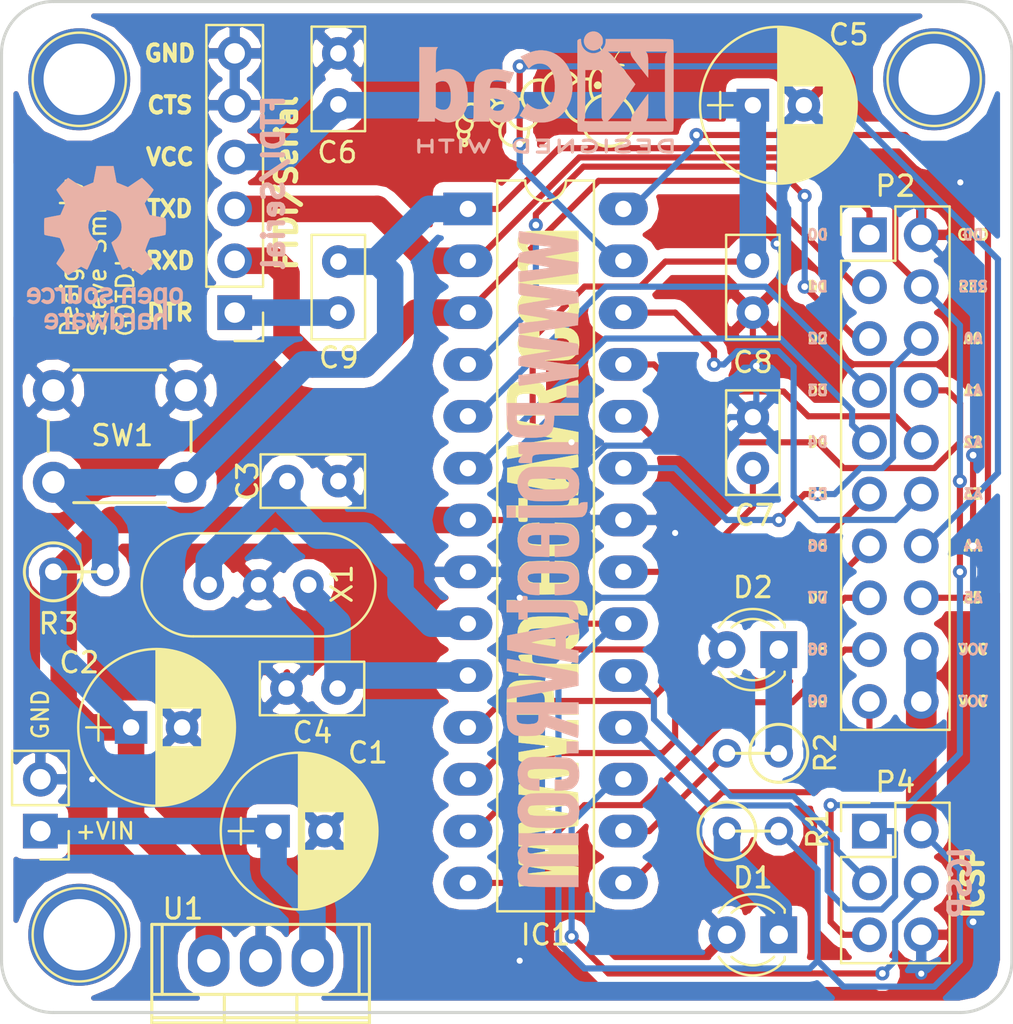
<source format=kicad_pcb>
(kicad_pcb (version 4) (host pcbnew 4.0.5)

  (general
    (links 78)
    (no_connects 0)
    (area 118.629981 103.3626 177.676209 154.405401)
    (thickness 1.6002)
    (drawings 61)
    (tracks 313)
    (zones 0)
    (modules 40)
    (nets 31)
  )

  (page A4)
  (layers
    (0 Top signal)
    (31 Bottom signal)
    (34 B.Paste user)
    (35 F.Paste user)
    (36 B.SilkS user)
    (37 F.SilkS user)
    (38 B.Mask user)
    (39 F.Mask user)
    (42 Eco1.User user)
    (44 Edge.Cuts user)
  )

  (setup
    (last_trace_width 0.3)
    (user_trace_width 0.3)
    (user_trace_width 0.5)
    (user_trace_width 0.8)
    (user_trace_width 1)
    (user_trace_width 1.3)
    (user_trace_width 1.5)
    (user_trace_width 1.8)
    (user_trace_width 2)
    (trace_clearance 0.1524)
    (zone_clearance 0.508)
    (zone_45_only no)
    (trace_min 0.1524)
    (segment_width 0.2)
    (edge_width 0.15)
    (via_size 0.6858)
    (via_drill 0.3302)
    (via_min_size 0.6858)
    (via_min_drill 0.3302)
    (uvia_size 0.762)
    (uvia_drill 0.508)
    (uvias_allowed no)
    (uvia_min_size 0)
    (uvia_min_drill 0)
    (pcb_text_width 0.3)
    (pcb_text_size 1.5 1.5)
    (mod_edge_width 0.15)
    (mod_text_size 1 1)
    (mod_text_width 0.15)
    (pad_size 0.6 0.6)
    (pad_drill 0.3)
    (pad_to_mask_clearance 0.2)
    (aux_axis_origin 0 0)
    (visible_elements 7FFFFFFF)
    (pcbplotparams
      (layerselection 0x00030_80000001)
      (usegerberextensions false)
      (excludeedgelayer true)
      (linewidth 0.100000)
      (plotframeref false)
      (viasonmask false)
      (mode 1)
      (useauxorigin false)
      (hpglpennumber 1)
      (hpglpenspeed 20)
      (hpglpendiameter 15)
      (hpglpenoverlay 2)
      (psnegative false)
      (psa4output false)
      (plotreference true)
      (plotvalue true)
      (plotinvisibletext false)
      (padsonsilk false)
      (subtractmaskfromsilk false)
      (outputformat 1)
      (mirror false)
      (drillshape 1)
      (scaleselection 1)
      (outputdirectory ""))
  )

  (net 0 "")
  (net 1 VIN)
  (net 2 GNDPWR)
  (net 3 VCC)
  (net 4 XTAL1)
  (net 5 XTAL2)
  (net 6 "Net-(C7-Pad1)")
  (net 7 DTR)
  (net 8 RESET)
  (net 9 "Net-(D1-Pad1)")
  (net 10 "Net-(D2-Pad1)")
  (net 11 D9)
  (net 12 D0)
  (net 13 D10)
  (net 14 D1)
  (net 15 MOSI)
  (net 16 D2)
  (net 17 MISO)
  (net 18 D3)
  (net 19 SCK)
  (net 20 D4)
  (net 21 A0)
  (net 22 A1)
  (net 23 D5)
  (net 24 A2)
  (net 25 D6)
  (net 26 A3)
  (net 27 D7)
  (net 28 A4)
  (net 29 D8)
  (net 30 A5)

  (net_class Default "This is the default net class."
    (clearance 0.1524)
    (trace_width 0.1524)
    (via_dia 0.6858)
    (via_drill 0.3302)
    (uvia_dia 0.762)
    (uvia_drill 0.508)
    (add_net A0)
    (add_net A1)
    (add_net A2)
    (add_net A3)
    (add_net A4)
    (add_net A5)
    (add_net D0)
    (add_net D1)
    (add_net D10)
    (add_net D2)
    (add_net D3)
    (add_net D4)
    (add_net D5)
    (add_net D6)
    (add_net D7)
    (add_net D8)
    (add_net D9)
    (add_net DTR)
    (add_net GNDPWR)
    (add_net MISO)
    (add_net MOSI)
    (add_net "Net-(C7-Pad1)")
    (add_net "Net-(D1-Pad1)")
    (add_net "Net-(D2-Pad1)")
    (add_net RESET)
    (add_net SCK)
    (add_net VCC)
    (add_net VIN)
    (add_net XTAL1)
    (add_net XTAL2)
  )

  (module Capacitors_THT:CP_Radial_D7.5mm_P2.50mm (layer Top) (tedit 5884A904) (tstamp 588382B6)
    (at 140.335 144.78)
    (descr "CP, Radial series, Radial, pin pitch=2.50mm, , diameter=7.5mm, Electrolytic Capacitor")
    (tags "CP Radial series Radial pin pitch 2.50mm  diameter 7.5mm Electrolytic Capacitor")
    (path /5883BE07)
    (fp_text reference C1 (at 4.6228 -3.8354) (layer F.SilkS)
      (effects (font (size 1 1) (thickness 0.15)))
    )
    (fp_text value 100u (at 1.25 4.81) (layer F.Fab) hide
      (effects (font (size 1 1) (thickness 0.15)))
    )
    (fp_circle (center 1.25 0) (end 5 0) (layer F.Fab) (width 0.1))
    (fp_circle (center 1.25 0) (end 5.09 0) (layer F.SilkS) (width 0.12))
    (fp_line (start -2.2 0) (end -1 0) (layer F.Fab) (width 0.1))
    (fp_line (start -1.6 -0.65) (end -1.6 0.65) (layer F.Fab) (width 0.1))
    (fp_line (start 1.25 -3.8) (end 1.25 3.8) (layer F.SilkS) (width 0.12))
    (fp_line (start 1.29 -3.8) (end 1.29 3.8) (layer F.SilkS) (width 0.12))
    (fp_line (start 1.33 -3.8) (end 1.33 3.8) (layer F.SilkS) (width 0.12))
    (fp_line (start 1.37 -3.799) (end 1.37 3.799) (layer F.SilkS) (width 0.12))
    (fp_line (start 1.41 -3.797) (end 1.41 3.797) (layer F.SilkS) (width 0.12))
    (fp_line (start 1.45 -3.795) (end 1.45 3.795) (layer F.SilkS) (width 0.12))
    (fp_line (start 1.49 -3.793) (end 1.49 3.793) (layer F.SilkS) (width 0.12))
    (fp_line (start 1.53 -3.79) (end 1.53 -0.98) (layer F.SilkS) (width 0.12))
    (fp_line (start 1.53 0.98) (end 1.53 3.79) (layer F.SilkS) (width 0.12))
    (fp_line (start 1.57 -3.787) (end 1.57 -0.98) (layer F.SilkS) (width 0.12))
    (fp_line (start 1.57 0.98) (end 1.57 3.787) (layer F.SilkS) (width 0.12))
    (fp_line (start 1.61 -3.784) (end 1.61 -0.98) (layer F.SilkS) (width 0.12))
    (fp_line (start 1.61 0.98) (end 1.61 3.784) (layer F.SilkS) (width 0.12))
    (fp_line (start 1.65 -3.78) (end 1.65 -0.98) (layer F.SilkS) (width 0.12))
    (fp_line (start 1.65 0.98) (end 1.65 3.78) (layer F.SilkS) (width 0.12))
    (fp_line (start 1.69 -3.775) (end 1.69 -0.98) (layer F.SilkS) (width 0.12))
    (fp_line (start 1.69 0.98) (end 1.69 3.775) (layer F.SilkS) (width 0.12))
    (fp_line (start 1.73 -3.77) (end 1.73 -0.98) (layer F.SilkS) (width 0.12))
    (fp_line (start 1.73 0.98) (end 1.73 3.77) (layer F.SilkS) (width 0.12))
    (fp_line (start 1.77 -3.765) (end 1.77 -0.98) (layer F.SilkS) (width 0.12))
    (fp_line (start 1.77 0.98) (end 1.77 3.765) (layer F.SilkS) (width 0.12))
    (fp_line (start 1.81 -3.759) (end 1.81 -0.98) (layer F.SilkS) (width 0.12))
    (fp_line (start 1.81 0.98) (end 1.81 3.759) (layer F.SilkS) (width 0.12))
    (fp_line (start 1.85 -3.753) (end 1.85 -0.98) (layer F.SilkS) (width 0.12))
    (fp_line (start 1.85 0.98) (end 1.85 3.753) (layer F.SilkS) (width 0.12))
    (fp_line (start 1.89 -3.747) (end 1.89 -0.98) (layer F.SilkS) (width 0.12))
    (fp_line (start 1.89 0.98) (end 1.89 3.747) (layer F.SilkS) (width 0.12))
    (fp_line (start 1.93 -3.74) (end 1.93 -0.98) (layer F.SilkS) (width 0.12))
    (fp_line (start 1.93 0.98) (end 1.93 3.74) (layer F.SilkS) (width 0.12))
    (fp_line (start 1.971 -3.732) (end 1.971 -0.98) (layer F.SilkS) (width 0.12))
    (fp_line (start 1.971 0.98) (end 1.971 3.732) (layer F.SilkS) (width 0.12))
    (fp_line (start 2.011 -3.725) (end 2.011 -0.98) (layer F.SilkS) (width 0.12))
    (fp_line (start 2.011 0.98) (end 2.011 3.725) (layer F.SilkS) (width 0.12))
    (fp_line (start 2.051 -3.716) (end 2.051 -0.98) (layer F.SilkS) (width 0.12))
    (fp_line (start 2.051 0.98) (end 2.051 3.716) (layer F.SilkS) (width 0.12))
    (fp_line (start 2.091 -3.707) (end 2.091 -0.98) (layer F.SilkS) (width 0.12))
    (fp_line (start 2.091 0.98) (end 2.091 3.707) (layer F.SilkS) (width 0.12))
    (fp_line (start 2.131 -3.698) (end 2.131 -0.98) (layer F.SilkS) (width 0.12))
    (fp_line (start 2.131 0.98) (end 2.131 3.698) (layer F.SilkS) (width 0.12))
    (fp_line (start 2.171 -3.689) (end 2.171 -0.98) (layer F.SilkS) (width 0.12))
    (fp_line (start 2.171 0.98) (end 2.171 3.689) (layer F.SilkS) (width 0.12))
    (fp_line (start 2.211 -3.679) (end 2.211 -0.98) (layer F.SilkS) (width 0.12))
    (fp_line (start 2.211 0.98) (end 2.211 3.679) (layer F.SilkS) (width 0.12))
    (fp_line (start 2.251 -3.668) (end 2.251 -0.98) (layer F.SilkS) (width 0.12))
    (fp_line (start 2.251 0.98) (end 2.251 3.668) (layer F.SilkS) (width 0.12))
    (fp_line (start 2.291 -3.657) (end 2.291 -0.98) (layer F.SilkS) (width 0.12))
    (fp_line (start 2.291 0.98) (end 2.291 3.657) (layer F.SilkS) (width 0.12))
    (fp_line (start 2.331 -3.645) (end 2.331 -0.98) (layer F.SilkS) (width 0.12))
    (fp_line (start 2.331 0.98) (end 2.331 3.645) (layer F.SilkS) (width 0.12))
    (fp_line (start 2.371 -3.634) (end 2.371 -0.98) (layer F.SilkS) (width 0.12))
    (fp_line (start 2.371 0.98) (end 2.371 3.634) (layer F.SilkS) (width 0.12))
    (fp_line (start 2.411 -3.621) (end 2.411 -0.98) (layer F.SilkS) (width 0.12))
    (fp_line (start 2.411 0.98) (end 2.411 3.621) (layer F.SilkS) (width 0.12))
    (fp_line (start 2.451 -3.608) (end 2.451 -0.98) (layer F.SilkS) (width 0.12))
    (fp_line (start 2.451 0.98) (end 2.451 3.608) (layer F.SilkS) (width 0.12))
    (fp_line (start 2.491 -3.595) (end 2.491 -0.98) (layer F.SilkS) (width 0.12))
    (fp_line (start 2.491 0.98) (end 2.491 3.595) (layer F.SilkS) (width 0.12))
    (fp_line (start 2.531 -3.581) (end 2.531 -0.98) (layer F.SilkS) (width 0.12))
    (fp_line (start 2.531 0.98) (end 2.531 3.581) (layer F.SilkS) (width 0.12))
    (fp_line (start 2.571 -3.566) (end 2.571 -0.98) (layer F.SilkS) (width 0.12))
    (fp_line (start 2.571 0.98) (end 2.571 3.566) (layer F.SilkS) (width 0.12))
    (fp_line (start 2.611 -3.552) (end 2.611 -0.98) (layer F.SilkS) (width 0.12))
    (fp_line (start 2.611 0.98) (end 2.611 3.552) (layer F.SilkS) (width 0.12))
    (fp_line (start 2.651 -3.536) (end 2.651 -0.98) (layer F.SilkS) (width 0.12))
    (fp_line (start 2.651 0.98) (end 2.651 3.536) (layer F.SilkS) (width 0.12))
    (fp_line (start 2.691 -3.52) (end 2.691 -0.98) (layer F.SilkS) (width 0.12))
    (fp_line (start 2.691 0.98) (end 2.691 3.52) (layer F.SilkS) (width 0.12))
    (fp_line (start 2.731 -3.504) (end 2.731 -0.98) (layer F.SilkS) (width 0.12))
    (fp_line (start 2.731 0.98) (end 2.731 3.504) (layer F.SilkS) (width 0.12))
    (fp_line (start 2.771 -3.487) (end 2.771 -0.98) (layer F.SilkS) (width 0.12))
    (fp_line (start 2.771 0.98) (end 2.771 3.487) (layer F.SilkS) (width 0.12))
    (fp_line (start 2.811 -3.469) (end 2.811 -0.98) (layer F.SilkS) (width 0.12))
    (fp_line (start 2.811 0.98) (end 2.811 3.469) (layer F.SilkS) (width 0.12))
    (fp_line (start 2.851 -3.451) (end 2.851 -0.98) (layer F.SilkS) (width 0.12))
    (fp_line (start 2.851 0.98) (end 2.851 3.451) (layer F.SilkS) (width 0.12))
    (fp_line (start 2.891 -3.433) (end 2.891 -0.98) (layer F.SilkS) (width 0.12))
    (fp_line (start 2.891 0.98) (end 2.891 3.433) (layer F.SilkS) (width 0.12))
    (fp_line (start 2.931 -3.413) (end 2.931 -0.98) (layer F.SilkS) (width 0.12))
    (fp_line (start 2.931 0.98) (end 2.931 3.413) (layer F.SilkS) (width 0.12))
    (fp_line (start 2.971 -3.394) (end 2.971 -0.98) (layer F.SilkS) (width 0.12))
    (fp_line (start 2.971 0.98) (end 2.971 3.394) (layer F.SilkS) (width 0.12))
    (fp_line (start 3.011 -3.373) (end 3.011 -0.98) (layer F.SilkS) (width 0.12))
    (fp_line (start 3.011 0.98) (end 3.011 3.373) (layer F.SilkS) (width 0.12))
    (fp_line (start 3.051 -3.352) (end 3.051 -0.98) (layer F.SilkS) (width 0.12))
    (fp_line (start 3.051 0.98) (end 3.051 3.352) (layer F.SilkS) (width 0.12))
    (fp_line (start 3.091 -3.331) (end 3.091 -0.98) (layer F.SilkS) (width 0.12))
    (fp_line (start 3.091 0.98) (end 3.091 3.331) (layer F.SilkS) (width 0.12))
    (fp_line (start 3.131 -3.309) (end 3.131 -0.98) (layer F.SilkS) (width 0.12))
    (fp_line (start 3.131 0.98) (end 3.131 3.309) (layer F.SilkS) (width 0.12))
    (fp_line (start 3.171 -3.286) (end 3.171 -0.98) (layer F.SilkS) (width 0.12))
    (fp_line (start 3.171 0.98) (end 3.171 3.286) (layer F.SilkS) (width 0.12))
    (fp_line (start 3.211 -3.263) (end 3.211 -0.98) (layer F.SilkS) (width 0.12))
    (fp_line (start 3.211 0.98) (end 3.211 3.263) (layer F.SilkS) (width 0.12))
    (fp_line (start 3.251 -3.239) (end 3.251 -0.98) (layer F.SilkS) (width 0.12))
    (fp_line (start 3.251 0.98) (end 3.251 3.239) (layer F.SilkS) (width 0.12))
    (fp_line (start 3.291 -3.214) (end 3.291 -0.98) (layer F.SilkS) (width 0.12))
    (fp_line (start 3.291 0.98) (end 3.291 3.214) (layer F.SilkS) (width 0.12))
    (fp_line (start 3.331 -3.188) (end 3.331 -0.98) (layer F.SilkS) (width 0.12))
    (fp_line (start 3.331 0.98) (end 3.331 3.188) (layer F.SilkS) (width 0.12))
    (fp_line (start 3.371 -3.162) (end 3.371 -0.98) (layer F.SilkS) (width 0.12))
    (fp_line (start 3.371 0.98) (end 3.371 3.162) (layer F.SilkS) (width 0.12))
    (fp_line (start 3.411 -3.135) (end 3.411 -0.98) (layer F.SilkS) (width 0.12))
    (fp_line (start 3.411 0.98) (end 3.411 3.135) (layer F.SilkS) (width 0.12))
    (fp_line (start 3.451 -3.108) (end 3.451 -0.98) (layer F.SilkS) (width 0.12))
    (fp_line (start 3.451 0.98) (end 3.451 3.108) (layer F.SilkS) (width 0.12))
    (fp_line (start 3.491 -3.079) (end 3.491 3.079) (layer F.SilkS) (width 0.12))
    (fp_line (start 3.531 -3.05) (end 3.531 3.05) (layer F.SilkS) (width 0.12))
    (fp_line (start 3.571 -3.02) (end 3.571 3.02) (layer F.SilkS) (width 0.12))
    (fp_line (start 3.611 -2.99) (end 3.611 2.99) (layer F.SilkS) (width 0.12))
    (fp_line (start 3.651 -2.958) (end 3.651 2.958) (layer F.SilkS) (width 0.12))
    (fp_line (start 3.691 -2.926) (end 3.691 2.926) (layer F.SilkS) (width 0.12))
    (fp_line (start 3.731 -2.892) (end 3.731 2.892) (layer F.SilkS) (width 0.12))
    (fp_line (start 3.771 -2.858) (end 3.771 2.858) (layer F.SilkS) (width 0.12))
    (fp_line (start 3.811 -2.823) (end 3.811 2.823) (layer F.SilkS) (width 0.12))
    (fp_line (start 3.851 -2.786) (end 3.851 2.786) (layer F.SilkS) (width 0.12))
    (fp_line (start 3.891 -2.749) (end 3.891 2.749) (layer F.SilkS) (width 0.12))
    (fp_line (start 3.931 -2.711) (end 3.931 2.711) (layer F.SilkS) (width 0.12))
    (fp_line (start 3.971 -2.671) (end 3.971 2.671) (layer F.SilkS) (width 0.12))
    (fp_line (start 4.011 -2.63) (end 4.011 2.63) (layer F.SilkS) (width 0.12))
    (fp_line (start 4.051 -2.588) (end 4.051 2.588) (layer F.SilkS) (width 0.12))
    (fp_line (start 4.091 -2.545) (end 4.091 2.545) (layer F.SilkS) (width 0.12))
    (fp_line (start 4.131 -2.5) (end 4.131 2.5) (layer F.SilkS) (width 0.12))
    (fp_line (start 4.171 -2.454) (end 4.171 2.454) (layer F.SilkS) (width 0.12))
    (fp_line (start 4.211 -2.407) (end 4.211 2.407) (layer F.SilkS) (width 0.12))
    (fp_line (start 4.251 -2.357) (end 4.251 2.357) (layer F.SilkS) (width 0.12))
    (fp_line (start 4.291 -2.307) (end 4.291 2.307) (layer F.SilkS) (width 0.12))
    (fp_line (start 4.331 -2.254) (end 4.331 2.254) (layer F.SilkS) (width 0.12))
    (fp_line (start 4.371 -2.199) (end 4.371 2.199) (layer F.SilkS) (width 0.12))
    (fp_line (start 4.411 -2.142) (end 4.411 2.142) (layer F.SilkS) (width 0.12))
    (fp_line (start 4.451 -2.083) (end 4.451 2.083) (layer F.SilkS) (width 0.12))
    (fp_line (start 4.491 -2.022) (end 4.491 2.022) (layer F.SilkS) (width 0.12))
    (fp_line (start 4.531 -1.957) (end 4.531 1.957) (layer F.SilkS) (width 0.12))
    (fp_line (start 4.571 -1.89) (end 4.571 1.89) (layer F.SilkS) (width 0.12))
    (fp_line (start 4.611 -1.82) (end 4.611 1.82) (layer F.SilkS) (width 0.12))
    (fp_line (start 4.651 -1.745) (end 4.651 1.745) (layer F.SilkS) (width 0.12))
    (fp_line (start 4.691 -1.667) (end 4.691 1.667) (layer F.SilkS) (width 0.12))
    (fp_line (start 4.731 -1.584) (end 4.731 1.584) (layer F.SilkS) (width 0.12))
    (fp_line (start 4.771 -1.495) (end 4.771 1.495) (layer F.SilkS) (width 0.12))
    (fp_line (start 4.811 -1.4) (end 4.811 1.4) (layer F.SilkS) (width 0.12))
    (fp_line (start 4.851 -1.297) (end 4.851 1.297) (layer F.SilkS) (width 0.12))
    (fp_line (start 4.891 -1.184) (end 4.891 1.184) (layer F.SilkS) (width 0.12))
    (fp_line (start 4.931 -1.057) (end 4.931 1.057) (layer F.SilkS) (width 0.12))
    (fp_line (start 4.971 -0.913) (end 4.971 0.913) (layer F.SilkS) (width 0.12))
    (fp_line (start 5.011 -0.74) (end 5.011 0.74) (layer F.SilkS) (width 0.12))
    (fp_line (start 5.051 -0.513) (end 5.051 0.513) (layer F.SilkS) (width 0.12))
    (fp_line (start -2.2 0) (end -1 0) (layer F.SilkS) (width 0.12))
    (fp_line (start -1.6 -0.65) (end -1.6 0.65) (layer F.SilkS) (width 0.12))
    (fp_line (start -2.85 -4.1) (end -2.85 4.1) (layer F.CrtYd) (width 0.05))
    (fp_line (start -2.85 4.1) (end 5.35 4.1) (layer F.CrtYd) (width 0.05))
    (fp_line (start 5.35 4.1) (end 5.35 -4.1) (layer F.CrtYd) (width 0.05))
    (fp_line (start 5.35 -4.1) (end -2.85 -4.1) (layer F.CrtYd) (width 0.05))
    (pad 1 thru_hole rect (at 0 0) (size 1.6 1.6) (drill 0.8) (layers *.Cu *.Mask)
      (net 1 VIN))
    (pad 2 thru_hole circle (at 2.5 0) (size 1.6 1.6) (drill 0.8) (layers *.Cu *.Mask)
      (net 2 GNDPWR))
    (model Capacitors_ThroughHole.3dshapes/CP_Radial_D7.5mm_P2.50mm.wrl
      (at (xyz 0 0 0))
      (scale (xyz 0.393701 0.393701 0.393701))
      (rotate (xyz 0 0 0))
    )
  )

  (module Capacitors_THT:CP_Radial_D7.5mm_P2.50mm (layer Top) (tedit 58849643) (tstamp 588382BC)
    (at 133.35 139.7)
    (descr "CP, Radial series, Radial, pin pitch=2.50mm, , diameter=7.5mm, Electrolytic Capacitor")
    (tags "CP Radial series Radial pin pitch 2.50mm  diameter 7.5mm Electrolytic Capacitor")
    (path /5883BBD7)
    (fp_text reference C2 (at -2.54 -3.175) (layer F.SilkS)
      (effects (font (size 1 1) (thickness 0.15)))
    )
    (fp_text value 100u (at 1.25 4.81) (layer F.Fab) hide
      (effects (font (size 1 1) (thickness 0.15)))
    )
    (fp_circle (center 1.25 0) (end 5 0) (layer F.Fab) (width 0.1))
    (fp_circle (center 1.25 0) (end 5.09 0) (layer F.SilkS) (width 0.12))
    (fp_line (start -2.2 0) (end -1 0) (layer F.Fab) (width 0.1))
    (fp_line (start -1.6 -0.65) (end -1.6 0.65) (layer F.Fab) (width 0.1))
    (fp_line (start 1.25 -3.8) (end 1.25 3.8) (layer F.SilkS) (width 0.12))
    (fp_line (start 1.29 -3.8) (end 1.29 3.8) (layer F.SilkS) (width 0.12))
    (fp_line (start 1.33 -3.8) (end 1.33 3.8) (layer F.SilkS) (width 0.12))
    (fp_line (start 1.37 -3.799) (end 1.37 3.799) (layer F.SilkS) (width 0.12))
    (fp_line (start 1.41 -3.797) (end 1.41 3.797) (layer F.SilkS) (width 0.12))
    (fp_line (start 1.45 -3.795) (end 1.45 3.795) (layer F.SilkS) (width 0.12))
    (fp_line (start 1.49 -3.793) (end 1.49 3.793) (layer F.SilkS) (width 0.12))
    (fp_line (start 1.53 -3.79) (end 1.53 -0.98) (layer F.SilkS) (width 0.12))
    (fp_line (start 1.53 0.98) (end 1.53 3.79) (layer F.SilkS) (width 0.12))
    (fp_line (start 1.57 -3.787) (end 1.57 -0.98) (layer F.SilkS) (width 0.12))
    (fp_line (start 1.57 0.98) (end 1.57 3.787) (layer F.SilkS) (width 0.12))
    (fp_line (start 1.61 -3.784) (end 1.61 -0.98) (layer F.SilkS) (width 0.12))
    (fp_line (start 1.61 0.98) (end 1.61 3.784) (layer F.SilkS) (width 0.12))
    (fp_line (start 1.65 -3.78) (end 1.65 -0.98) (layer F.SilkS) (width 0.12))
    (fp_line (start 1.65 0.98) (end 1.65 3.78) (layer F.SilkS) (width 0.12))
    (fp_line (start 1.69 -3.775) (end 1.69 -0.98) (layer F.SilkS) (width 0.12))
    (fp_line (start 1.69 0.98) (end 1.69 3.775) (layer F.SilkS) (width 0.12))
    (fp_line (start 1.73 -3.77) (end 1.73 -0.98) (layer F.SilkS) (width 0.12))
    (fp_line (start 1.73 0.98) (end 1.73 3.77) (layer F.SilkS) (width 0.12))
    (fp_line (start 1.77 -3.765) (end 1.77 -0.98) (layer F.SilkS) (width 0.12))
    (fp_line (start 1.77 0.98) (end 1.77 3.765) (layer F.SilkS) (width 0.12))
    (fp_line (start 1.81 -3.759) (end 1.81 -0.98) (layer F.SilkS) (width 0.12))
    (fp_line (start 1.81 0.98) (end 1.81 3.759) (layer F.SilkS) (width 0.12))
    (fp_line (start 1.85 -3.753) (end 1.85 -0.98) (layer F.SilkS) (width 0.12))
    (fp_line (start 1.85 0.98) (end 1.85 3.753) (layer F.SilkS) (width 0.12))
    (fp_line (start 1.89 -3.747) (end 1.89 -0.98) (layer F.SilkS) (width 0.12))
    (fp_line (start 1.89 0.98) (end 1.89 3.747) (layer F.SilkS) (width 0.12))
    (fp_line (start 1.93 -3.74) (end 1.93 -0.98) (layer F.SilkS) (width 0.12))
    (fp_line (start 1.93 0.98) (end 1.93 3.74) (layer F.SilkS) (width 0.12))
    (fp_line (start 1.971 -3.732) (end 1.971 -0.98) (layer F.SilkS) (width 0.12))
    (fp_line (start 1.971 0.98) (end 1.971 3.732) (layer F.SilkS) (width 0.12))
    (fp_line (start 2.011 -3.725) (end 2.011 -0.98) (layer F.SilkS) (width 0.12))
    (fp_line (start 2.011 0.98) (end 2.011 3.725) (layer F.SilkS) (width 0.12))
    (fp_line (start 2.051 -3.716) (end 2.051 -0.98) (layer F.SilkS) (width 0.12))
    (fp_line (start 2.051 0.98) (end 2.051 3.716) (layer F.SilkS) (width 0.12))
    (fp_line (start 2.091 -3.707) (end 2.091 -0.98) (layer F.SilkS) (width 0.12))
    (fp_line (start 2.091 0.98) (end 2.091 3.707) (layer F.SilkS) (width 0.12))
    (fp_line (start 2.131 -3.698) (end 2.131 -0.98) (layer F.SilkS) (width 0.12))
    (fp_line (start 2.131 0.98) (end 2.131 3.698) (layer F.SilkS) (width 0.12))
    (fp_line (start 2.171 -3.689) (end 2.171 -0.98) (layer F.SilkS) (width 0.12))
    (fp_line (start 2.171 0.98) (end 2.171 3.689) (layer F.SilkS) (width 0.12))
    (fp_line (start 2.211 -3.679) (end 2.211 -0.98) (layer F.SilkS) (width 0.12))
    (fp_line (start 2.211 0.98) (end 2.211 3.679) (layer F.SilkS) (width 0.12))
    (fp_line (start 2.251 -3.668) (end 2.251 -0.98) (layer F.SilkS) (width 0.12))
    (fp_line (start 2.251 0.98) (end 2.251 3.668) (layer F.SilkS) (width 0.12))
    (fp_line (start 2.291 -3.657) (end 2.291 -0.98) (layer F.SilkS) (width 0.12))
    (fp_line (start 2.291 0.98) (end 2.291 3.657) (layer F.SilkS) (width 0.12))
    (fp_line (start 2.331 -3.645) (end 2.331 -0.98) (layer F.SilkS) (width 0.12))
    (fp_line (start 2.331 0.98) (end 2.331 3.645) (layer F.SilkS) (width 0.12))
    (fp_line (start 2.371 -3.634) (end 2.371 -0.98) (layer F.SilkS) (width 0.12))
    (fp_line (start 2.371 0.98) (end 2.371 3.634) (layer F.SilkS) (width 0.12))
    (fp_line (start 2.411 -3.621) (end 2.411 -0.98) (layer F.SilkS) (width 0.12))
    (fp_line (start 2.411 0.98) (end 2.411 3.621) (layer F.SilkS) (width 0.12))
    (fp_line (start 2.451 -3.608) (end 2.451 -0.98) (layer F.SilkS) (width 0.12))
    (fp_line (start 2.451 0.98) (end 2.451 3.608) (layer F.SilkS) (width 0.12))
    (fp_line (start 2.491 -3.595) (end 2.491 -0.98) (layer F.SilkS) (width 0.12))
    (fp_line (start 2.491 0.98) (end 2.491 3.595) (layer F.SilkS) (width 0.12))
    (fp_line (start 2.531 -3.581) (end 2.531 -0.98) (layer F.SilkS) (width 0.12))
    (fp_line (start 2.531 0.98) (end 2.531 3.581) (layer F.SilkS) (width 0.12))
    (fp_line (start 2.571 -3.566) (end 2.571 -0.98) (layer F.SilkS) (width 0.12))
    (fp_line (start 2.571 0.98) (end 2.571 3.566) (layer F.SilkS) (width 0.12))
    (fp_line (start 2.611 -3.552) (end 2.611 -0.98) (layer F.SilkS) (width 0.12))
    (fp_line (start 2.611 0.98) (end 2.611 3.552) (layer F.SilkS) (width 0.12))
    (fp_line (start 2.651 -3.536) (end 2.651 -0.98) (layer F.SilkS) (width 0.12))
    (fp_line (start 2.651 0.98) (end 2.651 3.536) (layer F.SilkS) (width 0.12))
    (fp_line (start 2.691 -3.52) (end 2.691 -0.98) (layer F.SilkS) (width 0.12))
    (fp_line (start 2.691 0.98) (end 2.691 3.52) (layer F.SilkS) (width 0.12))
    (fp_line (start 2.731 -3.504) (end 2.731 -0.98) (layer F.SilkS) (width 0.12))
    (fp_line (start 2.731 0.98) (end 2.731 3.504) (layer F.SilkS) (width 0.12))
    (fp_line (start 2.771 -3.487) (end 2.771 -0.98) (layer F.SilkS) (width 0.12))
    (fp_line (start 2.771 0.98) (end 2.771 3.487) (layer F.SilkS) (width 0.12))
    (fp_line (start 2.811 -3.469) (end 2.811 -0.98) (layer F.SilkS) (width 0.12))
    (fp_line (start 2.811 0.98) (end 2.811 3.469) (layer F.SilkS) (width 0.12))
    (fp_line (start 2.851 -3.451) (end 2.851 -0.98) (layer F.SilkS) (width 0.12))
    (fp_line (start 2.851 0.98) (end 2.851 3.451) (layer F.SilkS) (width 0.12))
    (fp_line (start 2.891 -3.433) (end 2.891 -0.98) (layer F.SilkS) (width 0.12))
    (fp_line (start 2.891 0.98) (end 2.891 3.433) (layer F.SilkS) (width 0.12))
    (fp_line (start 2.931 -3.413) (end 2.931 -0.98) (layer F.SilkS) (width 0.12))
    (fp_line (start 2.931 0.98) (end 2.931 3.413) (layer F.SilkS) (width 0.12))
    (fp_line (start 2.971 -3.394) (end 2.971 -0.98) (layer F.SilkS) (width 0.12))
    (fp_line (start 2.971 0.98) (end 2.971 3.394) (layer F.SilkS) (width 0.12))
    (fp_line (start 3.011 -3.373) (end 3.011 -0.98) (layer F.SilkS) (width 0.12))
    (fp_line (start 3.011 0.98) (end 3.011 3.373) (layer F.SilkS) (width 0.12))
    (fp_line (start 3.051 -3.352) (end 3.051 -0.98) (layer F.SilkS) (width 0.12))
    (fp_line (start 3.051 0.98) (end 3.051 3.352) (layer F.SilkS) (width 0.12))
    (fp_line (start 3.091 -3.331) (end 3.091 -0.98) (layer F.SilkS) (width 0.12))
    (fp_line (start 3.091 0.98) (end 3.091 3.331) (layer F.SilkS) (width 0.12))
    (fp_line (start 3.131 -3.309) (end 3.131 -0.98) (layer F.SilkS) (width 0.12))
    (fp_line (start 3.131 0.98) (end 3.131 3.309) (layer F.SilkS) (width 0.12))
    (fp_line (start 3.171 -3.286) (end 3.171 -0.98) (layer F.SilkS) (width 0.12))
    (fp_line (start 3.171 0.98) (end 3.171 3.286) (layer F.SilkS) (width 0.12))
    (fp_line (start 3.211 -3.263) (end 3.211 -0.98) (layer F.SilkS) (width 0.12))
    (fp_line (start 3.211 0.98) (end 3.211 3.263) (layer F.SilkS) (width 0.12))
    (fp_line (start 3.251 -3.239) (end 3.251 -0.98) (layer F.SilkS) (width 0.12))
    (fp_line (start 3.251 0.98) (end 3.251 3.239) (layer F.SilkS) (width 0.12))
    (fp_line (start 3.291 -3.214) (end 3.291 -0.98) (layer F.SilkS) (width 0.12))
    (fp_line (start 3.291 0.98) (end 3.291 3.214) (layer F.SilkS) (width 0.12))
    (fp_line (start 3.331 -3.188) (end 3.331 -0.98) (layer F.SilkS) (width 0.12))
    (fp_line (start 3.331 0.98) (end 3.331 3.188) (layer F.SilkS) (width 0.12))
    (fp_line (start 3.371 -3.162) (end 3.371 -0.98) (layer F.SilkS) (width 0.12))
    (fp_line (start 3.371 0.98) (end 3.371 3.162) (layer F.SilkS) (width 0.12))
    (fp_line (start 3.411 -3.135) (end 3.411 -0.98) (layer F.SilkS) (width 0.12))
    (fp_line (start 3.411 0.98) (end 3.411 3.135) (layer F.SilkS) (width 0.12))
    (fp_line (start 3.451 -3.108) (end 3.451 -0.98) (layer F.SilkS) (width 0.12))
    (fp_line (start 3.451 0.98) (end 3.451 3.108) (layer F.SilkS) (width 0.12))
    (fp_line (start 3.491 -3.079) (end 3.491 3.079) (layer F.SilkS) (width 0.12))
    (fp_line (start 3.531 -3.05) (end 3.531 3.05) (layer F.SilkS) (width 0.12))
    (fp_line (start 3.571 -3.02) (end 3.571 3.02) (layer F.SilkS) (width 0.12))
    (fp_line (start 3.611 -2.99) (end 3.611 2.99) (layer F.SilkS) (width 0.12))
    (fp_line (start 3.651 -2.958) (end 3.651 2.958) (layer F.SilkS) (width 0.12))
    (fp_line (start 3.691 -2.926) (end 3.691 2.926) (layer F.SilkS) (width 0.12))
    (fp_line (start 3.731 -2.892) (end 3.731 2.892) (layer F.SilkS) (width 0.12))
    (fp_line (start 3.771 -2.858) (end 3.771 2.858) (layer F.SilkS) (width 0.12))
    (fp_line (start 3.811 -2.823) (end 3.811 2.823) (layer F.SilkS) (width 0.12))
    (fp_line (start 3.851 -2.786) (end 3.851 2.786) (layer F.SilkS) (width 0.12))
    (fp_line (start 3.891 -2.749) (end 3.891 2.749) (layer F.SilkS) (width 0.12))
    (fp_line (start 3.931 -2.711) (end 3.931 2.711) (layer F.SilkS) (width 0.12))
    (fp_line (start 3.971 -2.671) (end 3.971 2.671) (layer F.SilkS) (width 0.12))
    (fp_line (start 4.011 -2.63) (end 4.011 2.63) (layer F.SilkS) (width 0.12))
    (fp_line (start 4.051 -2.588) (end 4.051 2.588) (layer F.SilkS) (width 0.12))
    (fp_line (start 4.091 -2.545) (end 4.091 2.545) (layer F.SilkS) (width 0.12))
    (fp_line (start 4.131 -2.5) (end 4.131 2.5) (layer F.SilkS) (width 0.12))
    (fp_line (start 4.171 -2.454) (end 4.171 2.454) (layer F.SilkS) (width 0.12))
    (fp_line (start 4.211 -2.407) (end 4.211 2.407) (layer F.SilkS) (width 0.12))
    (fp_line (start 4.251 -2.357) (end 4.251 2.357) (layer F.SilkS) (width 0.12))
    (fp_line (start 4.291 -2.307) (end 4.291 2.307) (layer F.SilkS) (width 0.12))
    (fp_line (start 4.331 -2.254) (end 4.331 2.254) (layer F.SilkS) (width 0.12))
    (fp_line (start 4.371 -2.199) (end 4.371 2.199) (layer F.SilkS) (width 0.12))
    (fp_line (start 4.411 -2.142) (end 4.411 2.142) (layer F.SilkS) (width 0.12))
    (fp_line (start 4.451 -2.083) (end 4.451 2.083) (layer F.SilkS) (width 0.12))
    (fp_line (start 4.491 -2.022) (end 4.491 2.022) (layer F.SilkS) (width 0.12))
    (fp_line (start 4.531 -1.957) (end 4.531 1.957) (layer F.SilkS) (width 0.12))
    (fp_line (start 4.571 -1.89) (end 4.571 1.89) (layer F.SilkS) (width 0.12))
    (fp_line (start 4.611 -1.82) (end 4.611 1.82) (layer F.SilkS) (width 0.12))
    (fp_line (start 4.651 -1.745) (end 4.651 1.745) (layer F.SilkS) (width 0.12))
    (fp_line (start 4.691 -1.667) (end 4.691 1.667) (layer F.SilkS) (width 0.12))
    (fp_line (start 4.731 -1.584) (end 4.731 1.584) (layer F.SilkS) (width 0.12))
    (fp_line (start 4.771 -1.495) (end 4.771 1.495) (layer F.SilkS) (width 0.12))
    (fp_line (start 4.811 -1.4) (end 4.811 1.4) (layer F.SilkS) (width 0.12))
    (fp_line (start 4.851 -1.297) (end 4.851 1.297) (layer F.SilkS) (width 0.12))
    (fp_line (start 4.891 -1.184) (end 4.891 1.184) (layer F.SilkS) (width 0.12))
    (fp_line (start 4.931 -1.057) (end 4.931 1.057) (layer F.SilkS) (width 0.12))
    (fp_line (start 4.971 -0.913) (end 4.971 0.913) (layer F.SilkS) (width 0.12))
    (fp_line (start 5.011 -0.74) (end 5.011 0.74) (layer F.SilkS) (width 0.12))
    (fp_line (start 5.051 -0.513) (end 5.051 0.513) (layer F.SilkS) (width 0.12))
    (fp_line (start -2.2 0) (end -1 0) (layer F.SilkS) (width 0.12))
    (fp_line (start -1.6 -0.65) (end -1.6 0.65) (layer F.SilkS) (width 0.12))
    (fp_line (start -2.85 -4.1) (end -2.85 4.1) (layer F.CrtYd) (width 0.05))
    (fp_line (start -2.85 4.1) (end 5.35 4.1) (layer F.CrtYd) (width 0.05))
    (fp_line (start 5.35 4.1) (end 5.35 -4.1) (layer F.CrtYd) (width 0.05))
    (fp_line (start 5.35 -4.1) (end -2.85 -4.1) (layer F.CrtYd) (width 0.05))
    (pad 1 thru_hole rect (at 0 0) (size 1.6 1.6) (drill 0.8) (layers *.Cu *.Mask)
      (net 3 VCC))
    (pad 2 thru_hole circle (at 2.5 0) (size 1.6 1.6) (drill 0.8) (layers *.Cu *.Mask)
      (net 2 GNDPWR))
    (model Capacitors_ThroughHole.3dshapes/CP_Radial_D7.5mm_P2.50mm.wrl
      (at (xyz 0 0 0))
      (scale (xyz 0.393701 0.393701 0.393701))
      (rotate (xyz 0 0 0))
    )
  )

  (module Capacitors_THT:C_Disc_D5.0mm_W2.5mm_P2.50mm (layer Top) (tedit 5884BCBD) (tstamp 588382C2)
    (at 143.51 127.635 180)
    (descr "C, Disc series, Radial, pin pitch=2.50mm, , diameter*width=5*2.5mm^2, Capacitor, http://cdn-reichelt.de/documents/datenblatt/B300/DS_KERKO_TC.pdf")
    (tags "C Disc series Radial pin pitch 2.50mm  diameter 5mm width 2.5mm Capacitor")
    (path /58838AA3)
    (fp_text reference C3 (at 4.445 0 270) (layer F.SilkS)
      (effects (font (size 1 1) (thickness 0.15)))
    )
    (fp_text value 22pf (at 1.25 2.31 180) (layer F.Fab) hide
      (effects (font (size 1 1) (thickness 0.15)))
    )
    (fp_line (start -1.25 -1.25) (end -1.25 1.25) (layer F.Fab) (width 0.1))
    (fp_line (start -1.25 1.25) (end 3.75 1.25) (layer F.Fab) (width 0.1))
    (fp_line (start 3.75 1.25) (end 3.75 -1.25) (layer F.Fab) (width 0.1))
    (fp_line (start 3.75 -1.25) (end -1.25 -1.25) (layer F.Fab) (width 0.1))
    (fp_line (start -1.31 -1.31) (end 3.81 -1.31) (layer F.SilkS) (width 0.12))
    (fp_line (start -1.31 1.31) (end 3.81 1.31) (layer F.SilkS) (width 0.12))
    (fp_line (start -1.31 -1.31) (end -1.31 1.31) (layer F.SilkS) (width 0.12))
    (fp_line (start 3.81 -1.31) (end 3.81 1.31) (layer F.SilkS) (width 0.12))
    (fp_line (start -1.6 -1.6) (end -1.6 1.6) (layer F.CrtYd) (width 0.05))
    (fp_line (start -1.6 1.6) (end 4.1 1.6) (layer F.CrtYd) (width 0.05))
    (fp_line (start 4.1 1.6) (end 4.1 -1.6) (layer F.CrtYd) (width 0.05))
    (fp_line (start 4.1 -1.6) (end -1.6 -1.6) (layer F.CrtYd) (width 0.05))
    (pad 1 thru_hole circle (at 0 0 180) (size 1.6 1.6) (drill 0.8) (layers *.Cu *.Mask)
      (net 2 GNDPWR))
    (pad 2 thru_hole circle (at 2.5 0 180) (size 1.6 1.6) (drill 0.8) (layers *.Cu *.Mask)
      (net 4 XTAL1))
    (model Capacitors_ThroughHole.3dshapes/C_Disc_D5.0mm_W2.5mm_P2.50mm.wrl
      (at (xyz 0 0 0))
      (scale (xyz 0.393701 0.393701 0.393701))
      (rotate (xyz 0 0 0))
    )
  )

  (module Capacitors_THT:C_Disc_D5.0mm_W2.5mm_P2.50mm (layer Top) (tedit 5884BCD0) (tstamp 588382C8)
    (at 140.97 137.795)
    (descr "C, Disc series, Radial, pin pitch=2.50mm, , diameter*width=5*2.5mm^2, Capacitor, http://cdn-reichelt.de/documents/datenblatt/B300/DS_KERKO_TC.pdf")
    (tags "C Disc series Radial pin pitch 2.50mm  diameter 5mm width 2.5mm Capacitor")
    (path /58838BF3)
    (fp_text reference C4 (at 1.27 2.159 180) (layer F.SilkS)
      (effects (font (size 1 1) (thickness 0.15)))
    )
    (fp_text value 22pf (at 1.25 2.31) (layer F.Fab) hide
      (effects (font (size 1 1) (thickness 0.15)))
    )
    (fp_line (start -1.25 -1.25) (end -1.25 1.25) (layer F.Fab) (width 0.1))
    (fp_line (start -1.25 1.25) (end 3.75 1.25) (layer F.Fab) (width 0.1))
    (fp_line (start 3.75 1.25) (end 3.75 -1.25) (layer F.Fab) (width 0.1))
    (fp_line (start 3.75 -1.25) (end -1.25 -1.25) (layer F.Fab) (width 0.1))
    (fp_line (start -1.31 -1.31) (end 3.81 -1.31) (layer F.SilkS) (width 0.12))
    (fp_line (start -1.31 1.31) (end 3.81 1.31) (layer F.SilkS) (width 0.12))
    (fp_line (start -1.31 -1.31) (end -1.31 1.31) (layer F.SilkS) (width 0.12))
    (fp_line (start 3.81 -1.31) (end 3.81 1.31) (layer F.SilkS) (width 0.12))
    (fp_line (start -1.6 -1.6) (end -1.6 1.6) (layer F.CrtYd) (width 0.05))
    (fp_line (start -1.6 1.6) (end 4.1 1.6) (layer F.CrtYd) (width 0.05))
    (fp_line (start 4.1 1.6) (end 4.1 -1.6) (layer F.CrtYd) (width 0.05))
    (fp_line (start 4.1 -1.6) (end -1.6 -1.6) (layer F.CrtYd) (width 0.05))
    (pad 1 thru_hole circle (at 0 0) (size 1.6 1.6) (drill 0.8) (layers *.Cu *.Mask)
      (net 2 GNDPWR))
    (pad 2 thru_hole circle (at 2.5 0) (size 1.6 1.6) (drill 0.8) (layers *.Cu *.Mask)
      (net 5 XTAL2))
    (model Capacitors_ThroughHole.3dshapes/C_Disc_D5.0mm_W2.5mm_P2.50mm.wrl
      (at (xyz 0 0 0))
      (scale (xyz 0.393701 0.393701 0.393701))
      (rotate (xyz 0 0 0))
    )
  )

  (module Capacitors_THT:CP_Radial_D7.5mm_P2.50mm (layer Top) (tedit 5884A944) (tstamp 588382CE)
    (at 163.83 109.22)
    (descr "CP, Radial series, Radial, pin pitch=2.50mm, , diameter=7.5mm, Electrolytic Capacitor")
    (tags "CP Radial series Radial pin pitch 2.50mm  diameter 7.5mm Electrolytic Capacitor")
    (path /5883B7A6)
    (fp_text reference C5 (at 4.699 -3.4544) (layer F.SilkS)
      (effects (font (size 1 1) (thickness 0.15)))
    )
    (fp_text value 10u (at 1.25 4.81) (layer F.Fab) hide
      (effects (font (size 1 1) (thickness 0.15)))
    )
    (fp_circle (center 1.25 0) (end 5 0) (layer F.Fab) (width 0.1))
    (fp_circle (center 1.25 0) (end 5.09 0) (layer F.SilkS) (width 0.12))
    (fp_line (start -2.2 0) (end -1 0) (layer F.Fab) (width 0.1))
    (fp_line (start -1.6 -0.65) (end -1.6 0.65) (layer F.Fab) (width 0.1))
    (fp_line (start 1.25 -3.8) (end 1.25 3.8) (layer F.SilkS) (width 0.12))
    (fp_line (start 1.29 -3.8) (end 1.29 3.8) (layer F.SilkS) (width 0.12))
    (fp_line (start 1.33 -3.8) (end 1.33 3.8) (layer F.SilkS) (width 0.12))
    (fp_line (start 1.37 -3.799) (end 1.37 3.799) (layer F.SilkS) (width 0.12))
    (fp_line (start 1.41 -3.797) (end 1.41 3.797) (layer F.SilkS) (width 0.12))
    (fp_line (start 1.45 -3.795) (end 1.45 3.795) (layer F.SilkS) (width 0.12))
    (fp_line (start 1.49 -3.793) (end 1.49 3.793) (layer F.SilkS) (width 0.12))
    (fp_line (start 1.53 -3.79) (end 1.53 -0.98) (layer F.SilkS) (width 0.12))
    (fp_line (start 1.53 0.98) (end 1.53 3.79) (layer F.SilkS) (width 0.12))
    (fp_line (start 1.57 -3.787) (end 1.57 -0.98) (layer F.SilkS) (width 0.12))
    (fp_line (start 1.57 0.98) (end 1.57 3.787) (layer F.SilkS) (width 0.12))
    (fp_line (start 1.61 -3.784) (end 1.61 -0.98) (layer F.SilkS) (width 0.12))
    (fp_line (start 1.61 0.98) (end 1.61 3.784) (layer F.SilkS) (width 0.12))
    (fp_line (start 1.65 -3.78) (end 1.65 -0.98) (layer F.SilkS) (width 0.12))
    (fp_line (start 1.65 0.98) (end 1.65 3.78) (layer F.SilkS) (width 0.12))
    (fp_line (start 1.69 -3.775) (end 1.69 -0.98) (layer F.SilkS) (width 0.12))
    (fp_line (start 1.69 0.98) (end 1.69 3.775) (layer F.SilkS) (width 0.12))
    (fp_line (start 1.73 -3.77) (end 1.73 -0.98) (layer F.SilkS) (width 0.12))
    (fp_line (start 1.73 0.98) (end 1.73 3.77) (layer F.SilkS) (width 0.12))
    (fp_line (start 1.77 -3.765) (end 1.77 -0.98) (layer F.SilkS) (width 0.12))
    (fp_line (start 1.77 0.98) (end 1.77 3.765) (layer F.SilkS) (width 0.12))
    (fp_line (start 1.81 -3.759) (end 1.81 -0.98) (layer F.SilkS) (width 0.12))
    (fp_line (start 1.81 0.98) (end 1.81 3.759) (layer F.SilkS) (width 0.12))
    (fp_line (start 1.85 -3.753) (end 1.85 -0.98) (layer F.SilkS) (width 0.12))
    (fp_line (start 1.85 0.98) (end 1.85 3.753) (layer F.SilkS) (width 0.12))
    (fp_line (start 1.89 -3.747) (end 1.89 -0.98) (layer F.SilkS) (width 0.12))
    (fp_line (start 1.89 0.98) (end 1.89 3.747) (layer F.SilkS) (width 0.12))
    (fp_line (start 1.93 -3.74) (end 1.93 -0.98) (layer F.SilkS) (width 0.12))
    (fp_line (start 1.93 0.98) (end 1.93 3.74) (layer F.SilkS) (width 0.12))
    (fp_line (start 1.971 -3.732) (end 1.971 -0.98) (layer F.SilkS) (width 0.12))
    (fp_line (start 1.971 0.98) (end 1.971 3.732) (layer F.SilkS) (width 0.12))
    (fp_line (start 2.011 -3.725) (end 2.011 -0.98) (layer F.SilkS) (width 0.12))
    (fp_line (start 2.011 0.98) (end 2.011 3.725) (layer F.SilkS) (width 0.12))
    (fp_line (start 2.051 -3.716) (end 2.051 -0.98) (layer F.SilkS) (width 0.12))
    (fp_line (start 2.051 0.98) (end 2.051 3.716) (layer F.SilkS) (width 0.12))
    (fp_line (start 2.091 -3.707) (end 2.091 -0.98) (layer F.SilkS) (width 0.12))
    (fp_line (start 2.091 0.98) (end 2.091 3.707) (layer F.SilkS) (width 0.12))
    (fp_line (start 2.131 -3.698) (end 2.131 -0.98) (layer F.SilkS) (width 0.12))
    (fp_line (start 2.131 0.98) (end 2.131 3.698) (layer F.SilkS) (width 0.12))
    (fp_line (start 2.171 -3.689) (end 2.171 -0.98) (layer F.SilkS) (width 0.12))
    (fp_line (start 2.171 0.98) (end 2.171 3.689) (layer F.SilkS) (width 0.12))
    (fp_line (start 2.211 -3.679) (end 2.211 -0.98) (layer F.SilkS) (width 0.12))
    (fp_line (start 2.211 0.98) (end 2.211 3.679) (layer F.SilkS) (width 0.12))
    (fp_line (start 2.251 -3.668) (end 2.251 -0.98) (layer F.SilkS) (width 0.12))
    (fp_line (start 2.251 0.98) (end 2.251 3.668) (layer F.SilkS) (width 0.12))
    (fp_line (start 2.291 -3.657) (end 2.291 -0.98) (layer F.SilkS) (width 0.12))
    (fp_line (start 2.291 0.98) (end 2.291 3.657) (layer F.SilkS) (width 0.12))
    (fp_line (start 2.331 -3.645) (end 2.331 -0.98) (layer F.SilkS) (width 0.12))
    (fp_line (start 2.331 0.98) (end 2.331 3.645) (layer F.SilkS) (width 0.12))
    (fp_line (start 2.371 -3.634) (end 2.371 -0.98) (layer F.SilkS) (width 0.12))
    (fp_line (start 2.371 0.98) (end 2.371 3.634) (layer F.SilkS) (width 0.12))
    (fp_line (start 2.411 -3.621) (end 2.411 -0.98) (layer F.SilkS) (width 0.12))
    (fp_line (start 2.411 0.98) (end 2.411 3.621) (layer F.SilkS) (width 0.12))
    (fp_line (start 2.451 -3.608) (end 2.451 -0.98) (layer F.SilkS) (width 0.12))
    (fp_line (start 2.451 0.98) (end 2.451 3.608) (layer F.SilkS) (width 0.12))
    (fp_line (start 2.491 -3.595) (end 2.491 -0.98) (layer F.SilkS) (width 0.12))
    (fp_line (start 2.491 0.98) (end 2.491 3.595) (layer F.SilkS) (width 0.12))
    (fp_line (start 2.531 -3.581) (end 2.531 -0.98) (layer F.SilkS) (width 0.12))
    (fp_line (start 2.531 0.98) (end 2.531 3.581) (layer F.SilkS) (width 0.12))
    (fp_line (start 2.571 -3.566) (end 2.571 -0.98) (layer F.SilkS) (width 0.12))
    (fp_line (start 2.571 0.98) (end 2.571 3.566) (layer F.SilkS) (width 0.12))
    (fp_line (start 2.611 -3.552) (end 2.611 -0.98) (layer F.SilkS) (width 0.12))
    (fp_line (start 2.611 0.98) (end 2.611 3.552) (layer F.SilkS) (width 0.12))
    (fp_line (start 2.651 -3.536) (end 2.651 -0.98) (layer F.SilkS) (width 0.12))
    (fp_line (start 2.651 0.98) (end 2.651 3.536) (layer F.SilkS) (width 0.12))
    (fp_line (start 2.691 -3.52) (end 2.691 -0.98) (layer F.SilkS) (width 0.12))
    (fp_line (start 2.691 0.98) (end 2.691 3.52) (layer F.SilkS) (width 0.12))
    (fp_line (start 2.731 -3.504) (end 2.731 -0.98) (layer F.SilkS) (width 0.12))
    (fp_line (start 2.731 0.98) (end 2.731 3.504) (layer F.SilkS) (width 0.12))
    (fp_line (start 2.771 -3.487) (end 2.771 -0.98) (layer F.SilkS) (width 0.12))
    (fp_line (start 2.771 0.98) (end 2.771 3.487) (layer F.SilkS) (width 0.12))
    (fp_line (start 2.811 -3.469) (end 2.811 -0.98) (layer F.SilkS) (width 0.12))
    (fp_line (start 2.811 0.98) (end 2.811 3.469) (layer F.SilkS) (width 0.12))
    (fp_line (start 2.851 -3.451) (end 2.851 -0.98) (layer F.SilkS) (width 0.12))
    (fp_line (start 2.851 0.98) (end 2.851 3.451) (layer F.SilkS) (width 0.12))
    (fp_line (start 2.891 -3.433) (end 2.891 -0.98) (layer F.SilkS) (width 0.12))
    (fp_line (start 2.891 0.98) (end 2.891 3.433) (layer F.SilkS) (width 0.12))
    (fp_line (start 2.931 -3.413) (end 2.931 -0.98) (layer F.SilkS) (width 0.12))
    (fp_line (start 2.931 0.98) (end 2.931 3.413) (layer F.SilkS) (width 0.12))
    (fp_line (start 2.971 -3.394) (end 2.971 -0.98) (layer F.SilkS) (width 0.12))
    (fp_line (start 2.971 0.98) (end 2.971 3.394) (layer F.SilkS) (width 0.12))
    (fp_line (start 3.011 -3.373) (end 3.011 -0.98) (layer F.SilkS) (width 0.12))
    (fp_line (start 3.011 0.98) (end 3.011 3.373) (layer F.SilkS) (width 0.12))
    (fp_line (start 3.051 -3.352) (end 3.051 -0.98) (layer F.SilkS) (width 0.12))
    (fp_line (start 3.051 0.98) (end 3.051 3.352) (layer F.SilkS) (width 0.12))
    (fp_line (start 3.091 -3.331) (end 3.091 -0.98) (layer F.SilkS) (width 0.12))
    (fp_line (start 3.091 0.98) (end 3.091 3.331) (layer F.SilkS) (width 0.12))
    (fp_line (start 3.131 -3.309) (end 3.131 -0.98) (layer F.SilkS) (width 0.12))
    (fp_line (start 3.131 0.98) (end 3.131 3.309) (layer F.SilkS) (width 0.12))
    (fp_line (start 3.171 -3.286) (end 3.171 -0.98) (layer F.SilkS) (width 0.12))
    (fp_line (start 3.171 0.98) (end 3.171 3.286) (layer F.SilkS) (width 0.12))
    (fp_line (start 3.211 -3.263) (end 3.211 -0.98) (layer F.SilkS) (width 0.12))
    (fp_line (start 3.211 0.98) (end 3.211 3.263) (layer F.SilkS) (width 0.12))
    (fp_line (start 3.251 -3.239) (end 3.251 -0.98) (layer F.SilkS) (width 0.12))
    (fp_line (start 3.251 0.98) (end 3.251 3.239) (layer F.SilkS) (width 0.12))
    (fp_line (start 3.291 -3.214) (end 3.291 -0.98) (layer F.SilkS) (width 0.12))
    (fp_line (start 3.291 0.98) (end 3.291 3.214) (layer F.SilkS) (width 0.12))
    (fp_line (start 3.331 -3.188) (end 3.331 -0.98) (layer F.SilkS) (width 0.12))
    (fp_line (start 3.331 0.98) (end 3.331 3.188) (layer F.SilkS) (width 0.12))
    (fp_line (start 3.371 -3.162) (end 3.371 -0.98) (layer F.SilkS) (width 0.12))
    (fp_line (start 3.371 0.98) (end 3.371 3.162) (layer F.SilkS) (width 0.12))
    (fp_line (start 3.411 -3.135) (end 3.411 -0.98) (layer F.SilkS) (width 0.12))
    (fp_line (start 3.411 0.98) (end 3.411 3.135) (layer F.SilkS) (width 0.12))
    (fp_line (start 3.451 -3.108) (end 3.451 -0.98) (layer F.SilkS) (width 0.12))
    (fp_line (start 3.451 0.98) (end 3.451 3.108) (layer F.SilkS) (width 0.12))
    (fp_line (start 3.491 -3.079) (end 3.491 3.079) (layer F.SilkS) (width 0.12))
    (fp_line (start 3.531 -3.05) (end 3.531 3.05) (layer F.SilkS) (width 0.12))
    (fp_line (start 3.571 -3.02) (end 3.571 3.02) (layer F.SilkS) (width 0.12))
    (fp_line (start 3.611 -2.99) (end 3.611 2.99) (layer F.SilkS) (width 0.12))
    (fp_line (start 3.651 -2.958) (end 3.651 2.958) (layer F.SilkS) (width 0.12))
    (fp_line (start 3.691 -2.926) (end 3.691 2.926) (layer F.SilkS) (width 0.12))
    (fp_line (start 3.731 -2.892) (end 3.731 2.892) (layer F.SilkS) (width 0.12))
    (fp_line (start 3.771 -2.858) (end 3.771 2.858) (layer F.SilkS) (width 0.12))
    (fp_line (start 3.811 -2.823) (end 3.811 2.823) (layer F.SilkS) (width 0.12))
    (fp_line (start 3.851 -2.786) (end 3.851 2.786) (layer F.SilkS) (width 0.12))
    (fp_line (start 3.891 -2.749) (end 3.891 2.749) (layer F.SilkS) (width 0.12))
    (fp_line (start 3.931 -2.711) (end 3.931 2.711) (layer F.SilkS) (width 0.12))
    (fp_line (start 3.971 -2.671) (end 3.971 2.671) (layer F.SilkS) (width 0.12))
    (fp_line (start 4.011 -2.63) (end 4.011 2.63) (layer F.SilkS) (width 0.12))
    (fp_line (start 4.051 -2.588) (end 4.051 2.588) (layer F.SilkS) (width 0.12))
    (fp_line (start 4.091 -2.545) (end 4.091 2.545) (layer F.SilkS) (width 0.12))
    (fp_line (start 4.131 -2.5) (end 4.131 2.5) (layer F.SilkS) (width 0.12))
    (fp_line (start 4.171 -2.454) (end 4.171 2.454) (layer F.SilkS) (width 0.12))
    (fp_line (start 4.211 -2.407) (end 4.211 2.407) (layer F.SilkS) (width 0.12))
    (fp_line (start 4.251 -2.357) (end 4.251 2.357) (layer F.SilkS) (width 0.12))
    (fp_line (start 4.291 -2.307) (end 4.291 2.307) (layer F.SilkS) (width 0.12))
    (fp_line (start 4.331 -2.254) (end 4.331 2.254) (layer F.SilkS) (width 0.12))
    (fp_line (start 4.371 -2.199) (end 4.371 2.199) (layer F.SilkS) (width 0.12))
    (fp_line (start 4.411 -2.142) (end 4.411 2.142) (layer F.SilkS) (width 0.12))
    (fp_line (start 4.451 -2.083) (end 4.451 2.083) (layer F.SilkS) (width 0.12))
    (fp_line (start 4.491 -2.022) (end 4.491 2.022) (layer F.SilkS) (width 0.12))
    (fp_line (start 4.531 -1.957) (end 4.531 1.957) (layer F.SilkS) (width 0.12))
    (fp_line (start 4.571 -1.89) (end 4.571 1.89) (layer F.SilkS) (width 0.12))
    (fp_line (start 4.611 -1.82) (end 4.611 1.82) (layer F.SilkS) (width 0.12))
    (fp_line (start 4.651 -1.745) (end 4.651 1.745) (layer F.SilkS) (width 0.12))
    (fp_line (start 4.691 -1.667) (end 4.691 1.667) (layer F.SilkS) (width 0.12))
    (fp_line (start 4.731 -1.584) (end 4.731 1.584) (layer F.SilkS) (width 0.12))
    (fp_line (start 4.771 -1.495) (end 4.771 1.495) (layer F.SilkS) (width 0.12))
    (fp_line (start 4.811 -1.4) (end 4.811 1.4) (layer F.SilkS) (width 0.12))
    (fp_line (start 4.851 -1.297) (end 4.851 1.297) (layer F.SilkS) (width 0.12))
    (fp_line (start 4.891 -1.184) (end 4.891 1.184) (layer F.SilkS) (width 0.12))
    (fp_line (start 4.931 -1.057) (end 4.931 1.057) (layer F.SilkS) (width 0.12))
    (fp_line (start 4.971 -0.913) (end 4.971 0.913) (layer F.SilkS) (width 0.12))
    (fp_line (start 5.011 -0.74) (end 5.011 0.74) (layer F.SilkS) (width 0.12))
    (fp_line (start 5.051 -0.513) (end 5.051 0.513) (layer F.SilkS) (width 0.12))
    (fp_line (start -2.2 0) (end -1 0) (layer F.SilkS) (width 0.12))
    (fp_line (start -1.6 -0.65) (end -1.6 0.65) (layer F.SilkS) (width 0.12))
    (fp_line (start -2.85 -4.1) (end -2.85 4.1) (layer F.CrtYd) (width 0.05))
    (fp_line (start -2.85 4.1) (end 5.35 4.1) (layer F.CrtYd) (width 0.05))
    (fp_line (start 5.35 4.1) (end 5.35 -4.1) (layer F.CrtYd) (width 0.05))
    (fp_line (start 5.35 -4.1) (end -2.85 -4.1) (layer F.CrtYd) (width 0.05))
    (pad 1 thru_hole rect (at 0 0) (size 1.6 1.6) (drill 0.8) (layers *.Cu *.Mask)
      (net 3 VCC))
    (pad 2 thru_hole circle (at 2.5 0) (size 1.6 1.6) (drill 0.8) (layers *.Cu *.Mask)
      (net 2 GNDPWR))
    (model Capacitors_ThroughHole.3dshapes/CP_Radial_D7.5mm_P2.50mm.wrl
      (at (xyz 0 0 0))
      (scale (xyz 0.393701 0.393701 0.393701))
      (rotate (xyz 0 0 0))
    )
  )

  (module Capacitors_THT:C_Disc_D5.0mm_W2.5mm_P2.50mm (layer Top) (tedit 5884A93A) (tstamp 588382D4)
    (at 143.51 106.68 270)
    (descr "C, Disc series, Radial, pin pitch=2.50mm, , diameter*width=5*2.5mm^2, Capacitor, http://cdn-reichelt.de/documents/datenblatt/B300/DS_KERKO_TC.pdf")
    (tags "C Disc series Radial pin pitch 2.50mm  diameter 5mm width 2.5mm Capacitor")
    (path /588241AF)
    (fp_text reference C6 (at 4.8514 0.0508 360) (layer F.SilkS)
      (effects (font (size 1 1) (thickness 0.15)))
    )
    (fp_text value 100n (at 1.25 2.31 270) (layer F.Fab)
      (effects (font (size 1 1) (thickness 0.15)))
    )
    (fp_line (start -1.25 -1.25) (end -1.25 1.25) (layer F.Fab) (width 0.1))
    (fp_line (start -1.25 1.25) (end 3.75 1.25) (layer F.Fab) (width 0.1))
    (fp_line (start 3.75 1.25) (end 3.75 -1.25) (layer F.Fab) (width 0.1))
    (fp_line (start 3.75 -1.25) (end -1.25 -1.25) (layer F.Fab) (width 0.1))
    (fp_line (start -1.31 -1.31) (end 3.81 -1.31) (layer F.SilkS) (width 0.12))
    (fp_line (start -1.31 1.31) (end 3.81 1.31) (layer F.SilkS) (width 0.12))
    (fp_line (start -1.31 -1.31) (end -1.31 1.31) (layer F.SilkS) (width 0.12))
    (fp_line (start 3.81 -1.31) (end 3.81 1.31) (layer F.SilkS) (width 0.12))
    (fp_line (start -1.6 -1.6) (end -1.6 1.6) (layer F.CrtYd) (width 0.05))
    (fp_line (start -1.6 1.6) (end 4.1 1.6) (layer F.CrtYd) (width 0.05))
    (fp_line (start 4.1 1.6) (end 4.1 -1.6) (layer F.CrtYd) (width 0.05))
    (fp_line (start 4.1 -1.6) (end -1.6 -1.6) (layer F.CrtYd) (width 0.05))
    (pad 1 thru_hole circle (at 0 0 270) (size 1.6 1.6) (drill 0.8) (layers *.Cu *.Mask)
      (net 2 GNDPWR))
    (pad 2 thru_hole circle (at 2.5 0 270) (size 1.6 1.6) (drill 0.8) (layers *.Cu *.Mask)
      (net 3 VCC))
    (model Capacitors_ThroughHole.3dshapes/C_Disc_D5.0mm_W2.5mm_P2.50mm.wrl
      (at (xyz 0 0 0))
      (scale (xyz 0.393701 0.393701 0.393701))
      (rotate (xyz 0 0 0))
    )
  )

  (module Capacitors_THT:C_Disc_D5.0mm_W2.5mm_P2.50mm (layer Top) (tedit 5884A952) (tstamp 588382DA)
    (at 163.83 127 90)
    (descr "C, Disc series, Radial, pin pitch=2.50mm, , diameter*width=5*2.5mm^2, Capacitor, http://cdn-reichelt.de/documents/datenblatt/B300/DS_KERKO_TC.pdf")
    (tags "C Disc series Radial pin pitch 2.50mm  diameter 5mm width 2.5mm Capacitor")
    (path /58823DC5)
    (fp_text reference C7 (at -2.3114 0.0762 180) (layer F.SilkS)
      (effects (font (size 1 1) (thickness 0.15)))
    )
    (fp_text value 100n (at 1.25 2.31 90) (layer F.Fab) hide
      (effects (font (size 1 1) (thickness 0.15)))
    )
    (fp_line (start -1.25 -1.25) (end -1.25 1.25) (layer F.Fab) (width 0.1))
    (fp_line (start -1.25 1.25) (end 3.75 1.25) (layer F.Fab) (width 0.1))
    (fp_line (start 3.75 1.25) (end 3.75 -1.25) (layer F.Fab) (width 0.1))
    (fp_line (start 3.75 -1.25) (end -1.25 -1.25) (layer F.Fab) (width 0.1))
    (fp_line (start -1.31 -1.31) (end 3.81 -1.31) (layer F.SilkS) (width 0.12))
    (fp_line (start -1.31 1.31) (end 3.81 1.31) (layer F.SilkS) (width 0.12))
    (fp_line (start -1.31 -1.31) (end -1.31 1.31) (layer F.SilkS) (width 0.12))
    (fp_line (start 3.81 -1.31) (end 3.81 1.31) (layer F.SilkS) (width 0.12))
    (fp_line (start -1.6 -1.6) (end -1.6 1.6) (layer F.CrtYd) (width 0.05))
    (fp_line (start -1.6 1.6) (end 4.1 1.6) (layer F.CrtYd) (width 0.05))
    (fp_line (start 4.1 1.6) (end 4.1 -1.6) (layer F.CrtYd) (width 0.05))
    (fp_line (start 4.1 -1.6) (end -1.6 -1.6) (layer F.CrtYd) (width 0.05))
    (pad 1 thru_hole circle (at 0 0 90) (size 1.6 1.6) (drill 0.8) (layers *.Cu *.Mask)
      (net 6 "Net-(C7-Pad1)"))
    (pad 2 thru_hole circle (at 2.5 0 90) (size 1.6 1.6) (drill 0.8) (layers *.Cu *.Mask)
      (net 2 GNDPWR))
    (model Capacitors_ThroughHole.3dshapes/C_Disc_D5.0mm_W2.5mm_P2.50mm.wrl
      (at (xyz 0 0 0))
      (scale (xyz 0.393701 0.393701 0.393701))
      (rotate (xyz 0 0 0))
    )
  )

  (module Capacitors_THT:C_Disc_D5.0mm_W2.5mm_P2.50mm (layer Top) (tedit 5884A94D) (tstamp 588382E0)
    (at 163.83 119.38 90)
    (descr "C, Disc series, Radial, pin pitch=2.50mm, , diameter*width=5*2.5mm^2, Capacitor, http://cdn-reichelt.de/documents/datenblatt/B300/DS_KERKO_TC.pdf")
    (tags "C Disc series Radial pin pitch 2.50mm  diameter 5mm width 2.5mm Capacitor")
    (path /58824B8E)
    (fp_text reference C8 (at -2.4384 0 180) (layer F.SilkS)
      (effects (font (size 1 1) (thickness 0.15)))
    )
    (fp_text value 10n (at 1.25 2.31 90) (layer F.Fab) hide
      (effects (font (size 1 1) (thickness 0.15)))
    )
    (fp_line (start -1.25 -1.25) (end -1.25 1.25) (layer F.Fab) (width 0.1))
    (fp_line (start -1.25 1.25) (end 3.75 1.25) (layer F.Fab) (width 0.1))
    (fp_line (start 3.75 1.25) (end 3.75 -1.25) (layer F.Fab) (width 0.1))
    (fp_line (start 3.75 -1.25) (end -1.25 -1.25) (layer F.Fab) (width 0.1))
    (fp_line (start -1.31 -1.31) (end 3.81 -1.31) (layer F.SilkS) (width 0.12))
    (fp_line (start -1.31 1.31) (end 3.81 1.31) (layer F.SilkS) (width 0.12))
    (fp_line (start -1.31 -1.31) (end -1.31 1.31) (layer F.SilkS) (width 0.12))
    (fp_line (start 3.81 -1.31) (end 3.81 1.31) (layer F.SilkS) (width 0.12))
    (fp_line (start -1.6 -1.6) (end -1.6 1.6) (layer F.CrtYd) (width 0.05))
    (fp_line (start -1.6 1.6) (end 4.1 1.6) (layer F.CrtYd) (width 0.05))
    (fp_line (start 4.1 1.6) (end 4.1 -1.6) (layer F.CrtYd) (width 0.05))
    (fp_line (start 4.1 -1.6) (end -1.6 -1.6) (layer F.CrtYd) (width 0.05))
    (pad 1 thru_hole circle (at 0 0 90) (size 1.6 1.6) (drill 0.8) (layers *.Cu *.Mask)
      (net 2 GNDPWR))
    (pad 2 thru_hole circle (at 2.5 0 90) (size 1.6 1.6) (drill 0.8) (layers *.Cu *.Mask)
      (net 3 VCC))
    (model Capacitors_ThroughHole.3dshapes/C_Disc_D5.0mm_W2.5mm_P2.50mm.wrl
      (at (xyz 0 0 0))
      (scale (xyz 0.393701 0.393701 0.393701))
      (rotate (xyz 0 0 0))
    )
  )

  (module Capacitors_THT:C_Disc_D5.0mm_W2.5mm_P2.50mm (layer Top) (tedit 5884A933) (tstamp 588382E6)
    (at 143.51 119.38 90)
    (descr "C, Disc series, Radial, pin pitch=2.50mm, , diameter*width=5*2.5mm^2, Capacitor, http://cdn-reichelt.de/documents/datenblatt/B300/DS_KERKO_TC.pdf")
    (tags "C Disc series Radial pin pitch 2.50mm  diameter 5mm width 2.5mm Capacitor")
    (path /588248BC)
    (fp_text reference C9 (at -2.2098 0.0254 180) (layer F.SilkS)
      (effects (font (size 1 1) (thickness 0.15)))
    )
    (fp_text value 100n (at 1.27 -1.905 90) (layer F.Fab)
      (effects (font (size 1 1) (thickness 0.15)))
    )
    (fp_line (start -1.25 -1.25) (end -1.25 1.25) (layer F.Fab) (width 0.1))
    (fp_line (start -1.25 1.25) (end 3.75 1.25) (layer F.Fab) (width 0.1))
    (fp_line (start 3.75 1.25) (end 3.75 -1.25) (layer F.Fab) (width 0.1))
    (fp_line (start 3.75 -1.25) (end -1.25 -1.25) (layer F.Fab) (width 0.1))
    (fp_line (start -1.31 -1.31) (end 3.81 -1.31) (layer F.SilkS) (width 0.12))
    (fp_line (start -1.31 1.31) (end 3.81 1.31) (layer F.SilkS) (width 0.12))
    (fp_line (start -1.31 -1.31) (end -1.31 1.31) (layer F.SilkS) (width 0.12))
    (fp_line (start 3.81 -1.31) (end 3.81 1.31) (layer F.SilkS) (width 0.12))
    (fp_line (start -1.6 -1.6) (end -1.6 1.6) (layer F.CrtYd) (width 0.05))
    (fp_line (start -1.6 1.6) (end 4.1 1.6) (layer F.CrtYd) (width 0.05))
    (fp_line (start 4.1 1.6) (end 4.1 -1.6) (layer F.CrtYd) (width 0.05))
    (fp_line (start 4.1 -1.6) (end -1.6 -1.6) (layer F.CrtYd) (width 0.05))
    (pad 1 thru_hole circle (at 0 0 90) (size 1.6 1.6) (drill 0.8) (layers *.Cu *.Mask)
      (net 7 DTR))
    (pad 2 thru_hole circle (at 2.5 0 90) (size 1.6 1.6) (drill 0.8) (layers *.Cu *.Mask)
      (net 8 RESET))
    (model Capacitors_ThroughHole.3dshapes/C_Disc_D5.0mm_W2.5mm_P2.50mm.wrl
      (at (xyz 0 0 0))
      (scale (xyz 0.393701 0.393701 0.393701))
      (rotate (xyz 0 0 0))
    )
  )

  (module LEDs:LED_D3.0mm (layer Top) (tedit 5884987F) (tstamp 588382EC)
    (at 165.1 149.86 180)
    (descr "LED, diameter 3.0mm, 2 pins")
    (tags "LED diameter 3.0mm 2 pins")
    (path /5883A5A9)
    (fp_text reference D1 (at 1.27 2.794 180) (layer F.SilkS)
      (effects (font (size 1 1) (thickness 0.15)))
    )
    (fp_text value PWR (at 1.27 2.96 180) (layer F.Fab)
      (effects (font (size 1 1) (thickness 0.15)))
    )
    (fp_arc (start 1.27 0) (end -0.23 -1.16619) (angle 284.3) (layer F.Fab) (width 0.1))
    (fp_arc (start 1.27 0) (end -0.29 -1.235516) (angle 108.8) (layer F.SilkS) (width 0.12))
    (fp_arc (start 1.27 0) (end -0.29 1.235516) (angle -108.8) (layer F.SilkS) (width 0.12))
    (fp_arc (start 1.27 0) (end 0.229039 -1.08) (angle 87.9) (layer F.SilkS) (width 0.12))
    (fp_arc (start 1.27 0) (end 0.229039 1.08) (angle -87.9) (layer F.SilkS) (width 0.12))
    (fp_circle (center 1.27 0) (end 2.77 0) (layer F.Fab) (width 0.1))
    (fp_line (start -0.23 -1.16619) (end -0.23 1.16619) (layer F.Fab) (width 0.1))
    (fp_line (start -0.29 -1.236) (end -0.29 -1.08) (layer F.SilkS) (width 0.12))
    (fp_line (start -0.29 1.08) (end -0.29 1.236) (layer F.SilkS) (width 0.12))
    (fp_line (start -1.15 -2.25) (end -1.15 2.25) (layer F.CrtYd) (width 0.05))
    (fp_line (start -1.15 2.25) (end 3.7 2.25) (layer F.CrtYd) (width 0.05))
    (fp_line (start 3.7 2.25) (end 3.7 -2.25) (layer F.CrtYd) (width 0.05))
    (fp_line (start 3.7 -2.25) (end -1.15 -2.25) (layer F.CrtYd) (width 0.05))
    (pad 1 thru_hole rect (at 0 0 180) (size 1.8 1.8) (drill 0.9) (layers *.Cu *.Mask)
      (net 9 "Net-(D1-Pad1)"))
    (pad 2 thru_hole circle (at 2.54 0 180) (size 1.8 1.8) (drill 0.9) (layers *.Cu *.Mask)
      (net 2 GNDPWR))
    (model LEDs.3dshapes/LED_D3.0mm.wrl
      (at (xyz 0 0 0))
      (scale (xyz 0.393701 0.393701 0.393701))
      (rotate (xyz 0 0 0))
    )
  )

  (module LEDs:LED_D3.0mm (layer Top) (tedit 58849895) (tstamp 588382F2)
    (at 165.1 135.89 180)
    (descr "LED, diameter 3.0mm, 2 pins")
    (tags "LED diameter 3.0mm 2 pins")
    (path /5883A6C5)
    (fp_text reference D2 (at 1.27 3.048 180) (layer F.SilkS)
      (effects (font (size 1 1) (thickness 0.15)))
    )
    (fp_text value "LED 2" (at 1.27 2.96 180) (layer F.Fab)
      (effects (font (size 1 1) (thickness 0.15)))
    )
    (fp_arc (start 1.27 0) (end -0.23 -1.16619) (angle 284.3) (layer F.Fab) (width 0.1))
    (fp_arc (start 1.27 0) (end -0.29 -1.235516) (angle 108.8) (layer F.SilkS) (width 0.12))
    (fp_arc (start 1.27 0) (end -0.29 1.235516) (angle -108.8) (layer F.SilkS) (width 0.12))
    (fp_arc (start 1.27 0) (end 0.229039 -1.08) (angle 87.9) (layer F.SilkS) (width 0.12))
    (fp_arc (start 1.27 0) (end 0.229039 1.08) (angle -87.9) (layer F.SilkS) (width 0.12))
    (fp_circle (center 1.27 0) (end 2.77 0) (layer F.Fab) (width 0.1))
    (fp_line (start -0.23 -1.16619) (end -0.23 1.16619) (layer F.Fab) (width 0.1))
    (fp_line (start -0.29 -1.236) (end -0.29 -1.08) (layer F.SilkS) (width 0.12))
    (fp_line (start -0.29 1.08) (end -0.29 1.236) (layer F.SilkS) (width 0.12))
    (fp_line (start -1.15 -2.25) (end -1.15 2.25) (layer F.CrtYd) (width 0.05))
    (fp_line (start -1.15 2.25) (end 3.7 2.25) (layer F.CrtYd) (width 0.05))
    (fp_line (start 3.7 2.25) (end 3.7 -2.25) (layer F.CrtYd) (width 0.05))
    (fp_line (start 3.7 -2.25) (end -1.15 -2.25) (layer F.CrtYd) (width 0.05))
    (pad 1 thru_hole rect (at 0 0 180) (size 1.8 1.8) (drill 0.9) (layers *.Cu *.Mask)
      (net 10 "Net-(D2-Pad1)"))
    (pad 2 thru_hole circle (at 2.54 0 180) (size 1.8 1.8) (drill 0.9) (layers *.Cu *.Mask)
      (net 2 GNDPWR))
    (model LEDs.3dshapes/LED_D3.0mm.wrl
      (at (xyz 0 0 0))
      (scale (xyz 0.393701 0.393701 0.393701))
      (rotate (xyz 0 0 0))
    )
  )

  (module Housings_DIP:DIP-28_W7.62mm_LongPads (layer Top) (tedit 58849A2D) (tstamp 58838312)
    (at 149.86 114.3)
    (descr "28-lead dip package, row spacing 7.62 mm (300 mils), LongPads")
    (tags "DIL DIP PDIP 2.54mm 7.62mm 300mil LongPads")
    (path /58823C4A)
    (fp_text reference IC1 (at 3.81 35.56) (layer F.SilkS)
      (effects (font (size 1 1) (thickness 0.15)))
    )
    (fp_text value ATMEGA328P-P (at 3.81 35.41) (layer F.SilkS) hide
      (effects (font (size 1 1) (thickness 0.15)))
    )
    (fp_arc (start 3.81 -1.39) (end 2.81 -1.39) (angle -180) (layer F.SilkS) (width 0.12))
    (fp_line (start 1.635 -1.27) (end 6.985 -1.27) (layer F.Fab) (width 0.1))
    (fp_line (start 6.985 -1.27) (end 6.985 34.29) (layer F.Fab) (width 0.1))
    (fp_line (start 6.985 34.29) (end 0.635 34.29) (layer F.Fab) (width 0.1))
    (fp_line (start 0.635 34.29) (end 0.635 -0.27) (layer F.Fab) (width 0.1))
    (fp_line (start 0.635 -0.27) (end 1.635 -1.27) (layer F.Fab) (width 0.1))
    (fp_line (start 2.81 -1.39) (end 1.44 -1.39) (layer F.SilkS) (width 0.12))
    (fp_line (start 1.44 -1.39) (end 1.44 34.41) (layer F.SilkS) (width 0.12))
    (fp_line (start 1.44 34.41) (end 6.18 34.41) (layer F.SilkS) (width 0.12))
    (fp_line (start 6.18 34.41) (end 6.18 -1.39) (layer F.SilkS) (width 0.12))
    (fp_line (start 6.18 -1.39) (end 4.81 -1.39) (layer F.SilkS) (width 0.12))
    (fp_line (start -1.5 -1.6) (end -1.5 34.6) (layer F.CrtYd) (width 0.05))
    (fp_line (start -1.5 34.6) (end 9.1 34.6) (layer F.CrtYd) (width 0.05))
    (fp_line (start 9.1 34.6) (end 9.1 -1.6) (layer F.CrtYd) (width 0.05))
    (fp_line (start 9.1 -1.6) (end -1.5 -1.6) (layer F.CrtYd) (width 0.05))
    (pad 1 thru_hole rect (at 0 0) (size 2.4 1.6) (drill 0.8) (layers *.Cu *.Mask)
      (net 8 RESET))
    (pad 15 thru_hole oval (at 7.62 33.02) (size 2.4 1.6) (drill 0.8) (layers *.Cu *.Mask)
      (net 11 D9))
    (pad 2 thru_hole oval (at 0 2.54) (size 2.4 1.6) (drill 0.8) (layers *.Cu *.Mask)
      (net 12 D0))
    (pad 16 thru_hole oval (at 7.62 30.48) (size 2.4 1.6) (drill 0.8) (layers *.Cu *.Mask)
      (net 13 D10))
    (pad 3 thru_hole oval (at 0 5.08) (size 2.4 1.6) (drill 0.8) (layers *.Cu *.Mask)
      (net 14 D1))
    (pad 17 thru_hole oval (at 7.62 27.94) (size 2.4 1.6) (drill 0.8) (layers *.Cu *.Mask)
      (net 15 MOSI))
    (pad 4 thru_hole oval (at 0 7.62) (size 2.4 1.6) (drill 0.8) (layers *.Cu *.Mask)
      (net 16 D2))
    (pad 18 thru_hole oval (at 7.62 25.4) (size 2.4 1.6) (drill 0.8) (layers *.Cu *.Mask)
      (net 17 MISO))
    (pad 5 thru_hole oval (at 0 10.16) (size 2.4 1.6) (drill 0.8) (layers *.Cu *.Mask)
      (net 18 D3))
    (pad 19 thru_hole oval (at 7.62 22.86) (size 2.4 1.6) (drill 0.8) (layers *.Cu *.Mask)
      (net 19 SCK))
    (pad 6 thru_hole oval (at 0 12.7) (size 2.4 1.6) (drill 0.8) (layers *.Cu *.Mask)
      (net 20 D4))
    (pad 20 thru_hole oval (at 7.62 20.32) (size 2.4 1.6) (drill 0.8) (layers *.Cu *.Mask)
      (net 3 VCC))
    (pad 7 thru_hole oval (at 0 15.24) (size 2.4 1.6) (drill 0.8) (layers *.Cu *.Mask)
      (net 3 VCC))
    (pad 21 thru_hole oval (at 7.62 17.78) (size 2.4 1.6) (drill 0.8) (layers *.Cu *.Mask)
      (net 6 "Net-(C7-Pad1)"))
    (pad 8 thru_hole oval (at 0 17.78) (size 2.4 1.6) (drill 0.8) (layers *.Cu *.Mask)
      (net 2 GNDPWR))
    (pad 22 thru_hole oval (at 7.62 15.24) (size 2.4 1.6) (drill 0.8) (layers *.Cu *.Mask)
      (net 2 GNDPWR))
    (pad 9 thru_hole oval (at 0 20.32) (size 2.4 1.6) (drill 0.8) (layers *.Cu *.Mask)
      (net 4 XTAL1))
    (pad 23 thru_hole oval (at 7.62 12.7) (size 2.4 1.6) (drill 0.8) (layers *.Cu *.Mask)
      (net 21 A0))
    (pad 10 thru_hole oval (at 0 22.86) (size 2.4 1.6) (drill 0.8) (layers *.Cu *.Mask)
      (net 5 XTAL2))
    (pad 24 thru_hole oval (at 7.62 10.16) (size 2.4 1.6) (drill 0.8) (layers *.Cu *.Mask)
      (net 22 A1))
    (pad 11 thru_hole oval (at 0 25.4) (size 2.4 1.6) (drill 0.8) (layers *.Cu *.Mask)
      (net 23 D5))
    (pad 25 thru_hole oval (at 7.62 7.62) (size 2.4 1.6) (drill 0.8) (layers *.Cu *.Mask)
      (net 24 A2))
    (pad 12 thru_hole oval (at 0 27.94) (size 2.4 1.6) (drill 0.8) (layers *.Cu *.Mask)
      (net 25 D6))
    (pad 26 thru_hole oval (at 7.62 5.08) (size 2.4 1.6) (drill 0.8) (layers *.Cu *.Mask)
      (net 26 A3))
    (pad 13 thru_hole oval (at 0 30.48) (size 2.4 1.6) (drill 0.8) (layers *.Cu *.Mask)
      (net 27 D7))
    (pad 27 thru_hole oval (at 7.62 2.54) (size 2.4 1.6) (drill 0.8) (layers *.Cu *.Mask)
      (net 28 A4))
    (pad 14 thru_hole oval (at 0 33.02) (size 2.4 1.6) (drill 0.8) (layers *.Cu *.Mask)
      (net 29 D8))
    (pad 28 thru_hole oval (at 7.62 0) (size 2.4 1.6) (drill 0.8) (layers *.Cu *.Mask)
      (net 30 A5))
    (model Housings_DIP.3dshapes/DIP-28_W7.62mm_LongPads.wrl
      (at (xyz 0 0 0))
      (scale (xyz 1 1 1))
      (rotate (xyz 0 0 0))
    )
  )

  (module Pin_Headers:Pin_Header_Straight_1x02_Pitch2.54mm (layer Top) (tedit 58849659) (tstamp 58838318)
    (at 128.905 144.78 180)
    (descr "Through hole straight pin header, 1x02, 2.54mm pitch, single row")
    (tags "Through hole pin header THT 1x02 2.54mm single row")
    (path /5883ECC7)
    (fp_text reference P1 (at 0 5.08 180) (layer F.SilkS) hide
      (effects (font (size 1 1) (thickness 0.15)))
    )
    (fp_text value CONN_2 (at 0 4.93 180) (layer F.Fab) hide
      (effects (font (size 1 1) (thickness 0.15)))
    )
    (fp_line (start -1.27 -1.27) (end -1.27 3.81) (layer F.Fab) (width 0.1))
    (fp_line (start -1.27 3.81) (end 1.27 3.81) (layer F.Fab) (width 0.1))
    (fp_line (start 1.27 3.81) (end 1.27 -1.27) (layer F.Fab) (width 0.1))
    (fp_line (start 1.27 -1.27) (end -1.27 -1.27) (layer F.Fab) (width 0.1))
    (fp_line (start -1.39 1.27) (end -1.39 3.93) (layer F.SilkS) (width 0.12))
    (fp_line (start -1.39 3.93) (end 1.39 3.93) (layer F.SilkS) (width 0.12))
    (fp_line (start 1.39 3.93) (end 1.39 1.27) (layer F.SilkS) (width 0.12))
    (fp_line (start 1.39 1.27) (end -1.39 1.27) (layer F.SilkS) (width 0.12))
    (fp_line (start -1.39 0) (end -1.39 -1.39) (layer F.SilkS) (width 0.12))
    (fp_line (start -1.39 -1.39) (end 0 -1.39) (layer F.SilkS) (width 0.12))
    (fp_line (start -1.6 -1.6) (end -1.6 4.1) (layer F.CrtYd) (width 0.05))
    (fp_line (start -1.6 4.1) (end 1.6 4.1) (layer F.CrtYd) (width 0.05))
    (fp_line (start 1.6 4.1) (end 1.6 -1.6) (layer F.CrtYd) (width 0.05))
    (fp_line (start 1.6 -1.6) (end -1.6 -1.6) (layer F.CrtYd) (width 0.05))
    (pad 1 thru_hole rect (at 0 0 180) (size 1.7 1.7) (drill 1) (layers *.Cu *.Mask)
      (net 1 VIN))
    (pad 2 thru_hole oval (at 0 2.54 180) (size 1.7 1.7) (drill 1) (layers *.Cu *.Mask)
      (net 2 GNDPWR))
    (model Pin_Headers.3dshapes/Pin_Header_Straight_1x02_Pitch2.54mm.wrl
      (at (xyz 0 -0.05 0))
      (scale (xyz 1 1 1))
      (rotate (xyz 0 0 90))
    )
  )

  (module Pin_Headers:Pin_Header_Straight_2x10_Pitch2.54mm (layer Top) (tedit 588497EF) (tstamp 58838330)
    (at 169.545 115.57)
    (descr "Through hole straight pin header, 2x10, 2.54mm pitch, double rows")
    (tags "Through hole pin header THT 2x10 2.54mm double row")
    (path /58836E4D)
    (fp_text reference P2 (at 1.27 -2.39) (layer F.SilkS)
      (effects (font (size 1 1) (thickness 0.15)))
    )
    (fp_text value CONN_10X2 (at 1.27 25.25) (layer F.Fab) hide
      (effects (font (size 1 1) (thickness 0.15)))
    )
    (fp_line (start -1.27 -1.27) (end -1.27 24.13) (layer F.Fab) (width 0.1))
    (fp_line (start -1.27 24.13) (end 3.81 24.13) (layer F.Fab) (width 0.1))
    (fp_line (start 3.81 24.13) (end 3.81 -1.27) (layer F.Fab) (width 0.1))
    (fp_line (start 3.81 -1.27) (end -1.27 -1.27) (layer F.Fab) (width 0.1))
    (fp_line (start -1.39 1.27) (end -1.39 24.25) (layer F.SilkS) (width 0.12))
    (fp_line (start -1.39 24.25) (end 3.93 24.25) (layer F.SilkS) (width 0.12))
    (fp_line (start 3.93 24.25) (end 3.93 -1.39) (layer F.SilkS) (width 0.12))
    (fp_line (start 3.93 -1.39) (end 1.27 -1.39) (layer F.SilkS) (width 0.12))
    (fp_line (start 1.27 -1.39) (end 1.27 1.27) (layer F.SilkS) (width 0.12))
    (fp_line (start 1.27 1.27) (end -1.39 1.27) (layer F.SilkS) (width 0.12))
    (fp_line (start -1.39 0) (end -1.39 -1.39) (layer F.SilkS) (width 0.12))
    (fp_line (start -1.39 -1.39) (end 0 -1.39) (layer F.SilkS) (width 0.12))
    (fp_line (start -1.6 -1.6) (end -1.6 24.4) (layer F.CrtYd) (width 0.05))
    (fp_line (start -1.6 24.4) (end 4.1 24.4) (layer F.CrtYd) (width 0.05))
    (fp_line (start 4.1 24.4) (end 4.1 -1.6) (layer F.CrtYd) (width 0.05))
    (fp_line (start 4.1 -1.6) (end -1.6 -1.6) (layer F.CrtYd) (width 0.05))
    (pad 1 thru_hole rect (at 0 0) (size 1.7 1.7) (drill 1) (layers *.Cu *.Mask)
      (net 12 D0))
    (pad 2 thru_hole oval (at 2.54 0) (size 1.7 1.7) (drill 1) (layers *.Cu *.Mask)
      (net 2 GNDPWR))
    (pad 3 thru_hole oval (at 0 2.54) (size 1.7 1.7) (drill 1) (layers *.Cu *.Mask)
      (net 14 D1))
    (pad 4 thru_hole oval (at 2.54 2.54) (size 1.7 1.7) (drill 1) (layers *.Cu *.Mask)
      (net 8 RESET))
    (pad 5 thru_hole oval (at 0 5.08) (size 1.7 1.7) (drill 1) (layers *.Cu *.Mask)
      (net 16 D2))
    (pad 6 thru_hole oval (at 2.54 5.08) (size 1.7 1.7) (drill 1) (layers *.Cu *.Mask)
      (net 21 A0))
    (pad 7 thru_hole oval (at 0 7.62) (size 1.7 1.7) (drill 1) (layers *.Cu *.Mask)
      (net 18 D3))
    (pad 8 thru_hole oval (at 2.54 7.62) (size 1.7 1.7) (drill 1) (layers *.Cu *.Mask)
      (net 22 A1))
    (pad 9 thru_hole oval (at 0 10.16) (size 1.7 1.7) (drill 1) (layers *.Cu *.Mask)
      (net 20 D4))
    (pad 10 thru_hole oval (at 2.54 10.16) (size 1.7 1.7) (drill 1) (layers *.Cu *.Mask)
      (net 24 A2))
    (pad 11 thru_hole oval (at 0 12.7) (size 1.7 1.7) (drill 1) (layers *.Cu *.Mask)
      (net 23 D5))
    (pad 12 thru_hole oval (at 2.54 12.7) (size 1.7 1.7) (drill 1) (layers *.Cu *.Mask)
      (net 26 A3))
    (pad 13 thru_hole oval (at 0 15.24) (size 1.7 1.7) (drill 1) (layers *.Cu *.Mask)
      (net 25 D6))
    (pad 14 thru_hole oval (at 2.54 15.24) (size 1.7 1.7) (drill 1) (layers *.Cu *.Mask)
      (net 28 A4))
    (pad 15 thru_hole oval (at 0 17.78) (size 1.7 1.7) (drill 1) (layers *.Cu *.Mask)
      (net 27 D7))
    (pad 16 thru_hole oval (at 2.54 17.78) (size 1.7 1.7) (drill 1) (layers *.Cu *.Mask)
      (net 30 A5))
    (pad 17 thru_hole oval (at 0 20.32) (size 1.7 1.7) (drill 1) (layers *.Cu *.Mask)
      (net 29 D8))
    (pad 18 thru_hole oval (at 2.54 20.32) (size 1.7 1.7) (drill 1) (layers *.Cu *.Mask)
      (net 3 VCC))
    (pad 19 thru_hole oval (at 0 22.86) (size 1.7 1.7) (drill 1) (layers *.Cu *.Mask)
      (net 11 D9))
    (pad 20 thru_hole oval (at 2.54 22.86) (size 1.7 1.7) (drill 1) (layers *.Cu *.Mask)
      (net 3 VCC))
    (model Pin_Headers.3dshapes/Pin_Header_Straight_2x10_Pitch2.54mm.wrl
      (at (xyz 0.05 -0.45 0))
      (scale (xyz 1 1 1))
      (rotate (xyz 0 0 90))
    )
  )

  (module Discret:R1 (layer Top) (tedit 5884A967) (tstamp 5883834A)
    (at 163.83 144.78)
    (descr "Resistance verticale")
    (tags R)
    (path /5883ADD2)
    (fp_text reference R1 (at 3.175 -0.1016 90) (layer F.SilkS)
      (effects (font (size 1 1) (thickness 0.15)))
    )
    (fp_text value 330R (at -1.143 2.54) (layer F.Fab) hide
      (effects (font (size 1 1) (thickness 0.15)))
    )
    (fp_line (start -1.27 0) (end 1.27 0) (layer F.SilkS) (width 0.15))
    (fp_circle (center -1.27 0) (end -0.635 1.27) (layer F.SilkS) (width 0.15))
    (pad 1 thru_hole circle (at -1.27 0) (size 1.397 1.397) (drill 0.8128) (layers *.Cu *.Mask)
      (net 9 "Net-(D1-Pad1)"))
    (pad 2 thru_hole circle (at 1.27 0) (size 1.397 1.397) (drill 0.8128) (layers *.Cu *.Mask)
      (net 3 VCC))
    (model Discret.3dshapes/R1.wrl
      (at (xyz 0 0 0))
      (scale (xyz 1 1 1))
      (rotate (xyz 0 0 0))
    )
  )

  (module Discret:R1 (layer Top) (tedit 5884A962) (tstamp 58838350)
    (at 163.83 140.97 180)
    (descr "Resistance verticale")
    (tags R)
    (path /5883AC0B)
    (fp_text reference R2 (at -3.556 0.0254 270) (layer F.SilkS)
      (effects (font (size 1 1) (thickness 0.15)))
    )
    (fp_text value 330r (at -1.143 2.54 180) (layer F.Fab) hide
      (effects (font (size 1 1) (thickness 0.15)))
    )
    (fp_line (start -1.27 0) (end 1.27 0) (layer F.SilkS) (width 0.15))
    (fp_circle (center -1.27 0) (end -0.635 1.27) (layer F.SilkS) (width 0.15))
    (pad 1 thru_hole circle (at -1.27 0 180) (size 1.397 1.397) (drill 0.8128) (layers *.Cu *.Mask)
      (net 10 "Net-(D2-Pad1)"))
    (pad 2 thru_hole circle (at 1.27 0 180) (size 1.397 1.397) (drill 0.8128) (layers *.Cu *.Mask)
      (net 13 D10))
    (model Discret.3dshapes/R1.wrl
      (at (xyz 0 0 0))
      (scale (xyz 1 1 1))
      (rotate (xyz 0 0 0))
    )
  )

  (module Discret:R1 (layer Top) (tedit 0) (tstamp 58838356)
    (at 130.81 132.08)
    (descr "Resistance verticale")
    (tags R)
    (path /5882492A)
    (fp_text reference R3 (at -1.016 2.54) (layer F.SilkS)
      (effects (font (size 1 1) (thickness 0.15)))
    )
    (fp_text value 10K (at -1.143 2.54) (layer F.Fab)
      (effects (font (size 1 1) (thickness 0.15)))
    )
    (fp_line (start -1.27 0) (end 1.27 0) (layer F.SilkS) (width 0.15))
    (fp_circle (center -1.27 0) (end -0.635 1.27) (layer F.SilkS) (width 0.15))
    (pad 1 thru_hole circle (at -1.27 0) (size 1.397 1.397) (drill 0.8128) (layers *.Cu *.Mask)
      (net 3 VCC))
    (pad 2 thru_hole circle (at 1.27 0) (size 1.397 1.397) (drill 0.8128) (layers *.Cu *.Mask)
      (net 8 RESET))
    (model Discret.3dshapes/R1.wrl
      (at (xyz 0 0 0))
      (scale (xyz 1 1 1))
      (rotate (xyz 0 0 0))
    )
  )

  (module Buttons_Switches_THT:SW_PUSH_6mm (layer Top) (tedit 5884A9C8) (tstamp 5883835E)
    (at 129.54 123.19)
    (descr https://www.omron.com/ecb/products/pdf/en-b3f.pdf)
    (tags "tact sw push 6mm")
    (path /5883E42A)
    (fp_text reference SW1 (at 3.3782 2.2098 180) (layer F.SilkS)
      (effects (font (size 1 1) (thickness 0.15)))
    )
    (fp_text value SW_PUSH (at 3.75 6.7) (layer F.Fab) hide
      (effects (font (size 1 1) (thickness 0.15)))
    )
    (fp_line (start 3.25 -0.75) (end 6.25 -0.75) (layer F.Fab) (width 0.1))
    (fp_line (start 6.25 -0.75) (end 6.25 5.25) (layer F.Fab) (width 0.1))
    (fp_line (start 6.25 5.25) (end 0.25 5.25) (layer F.Fab) (width 0.1))
    (fp_line (start 0.25 5.25) (end 0.25 -0.75) (layer F.Fab) (width 0.1))
    (fp_line (start 0.25 -0.75) (end 3.25 -0.75) (layer F.Fab) (width 0.1))
    (fp_line (start 7.75 6) (end 8 6) (layer F.CrtYd) (width 0.05))
    (fp_line (start 8 6) (end 8 5.75) (layer F.CrtYd) (width 0.05))
    (fp_line (start 7.75 -1.5) (end 8 -1.5) (layer F.CrtYd) (width 0.05))
    (fp_line (start 8 -1.5) (end 8 -1.25) (layer F.CrtYd) (width 0.05))
    (fp_line (start -1.5 -1.25) (end -1.5 -1.5) (layer F.CrtYd) (width 0.05))
    (fp_line (start -1.5 -1.5) (end -1.25 -1.5) (layer F.CrtYd) (width 0.05))
    (fp_line (start -1.5 5.75) (end -1.5 6) (layer F.CrtYd) (width 0.05))
    (fp_line (start -1.5 6) (end -1.25 6) (layer F.CrtYd) (width 0.05))
    (fp_line (start -1.25 -1.5) (end 7.75 -1.5) (layer F.CrtYd) (width 0.05))
    (fp_line (start -1.5 5.75) (end -1.5 -1.25) (layer F.CrtYd) (width 0.05))
    (fp_line (start 7.75 6) (end -1.25 6) (layer F.CrtYd) (width 0.05))
    (fp_line (start 8 -1.25) (end 8 5.75) (layer F.CrtYd) (width 0.05))
    (fp_line (start 1 5.5) (end 5.5 5.5) (layer F.SilkS) (width 0.15))
    (fp_line (start -0.25 1.5) (end -0.25 3) (layer F.SilkS) (width 0.15))
    (fp_line (start 5.5 -1) (end 1 -1) (layer F.SilkS) (width 0.15))
    (fp_line (start 6.75 3) (end 6.75 1.5) (layer F.SilkS) (width 0.15))
    (fp_circle (center 3.25 2.25) (end 1.25 2.5) (layer F.Fab) (width 0.1))
    (pad 2 thru_hole circle (at 0 4.5 90) (size 2 2) (drill 1.1) (layers *.Cu *.Mask)
      (net 8 RESET))
    (pad 1 thru_hole circle (at 0 0 90) (size 2 2) (drill 1.1) (layers *.Cu *.Mask)
      (net 2 GNDPWR))
    (pad 2 thru_hole circle (at 6.5 4.5 90) (size 2 2) (drill 1.1) (layers *.Cu *.Mask)
      (net 8 RESET))
    (pad 1 thru_hole circle (at 6.5 0 90) (size 2 2) (drill 1.1) (layers *.Cu *.Mask)
      (net 2 GNDPWR))
    (model Buttons_Switches_ThroughHole.3dshapes/SW_PUSH_6mm.wrl
      (at (xyz 0.005 0 0))
      (scale (xyz 0.3937 0.3937 0.3937))
      (rotate (xyz 0 0 0))
    )
  )

  (module G0TDJ:78XX (layer Top) (tedit 588496CE) (tstamp 588396BB)
    (at 139.7 151.13 180)
    (descr "Non Isolated JEDEC TO-220 Package")
    (tags "Power Integration YN Package")
    (path /5883BAB9)
    (fp_text reference U1 (at 3.81 2.54 180) (layer F.SilkS)
      (effects (font (size 1 1) (thickness 0.15)))
    )
    (fp_text value LM7805 (at -6.985 -0.635 180) (layer F.Fab)
      (effects (font (size 0.5 0.5) (thickness 0.125)))
    )
    (fp_line (start 4.826 -1.651) (end 4.826 1.778) (layer F.SilkS) (width 0.15))
    (fp_line (start -4.826 -1.651) (end -4.826 1.778) (layer F.SilkS) (width 0.15))
    (fp_line (start 5.334 -2.794) (end -5.334 -2.794) (layer F.SilkS) (width 0.15))
    (fp_line (start 1.778 -1.778) (end 1.778 -3.048) (layer F.SilkS) (width 0.15))
    (fp_line (start -1.778 -1.778) (end -1.778 -3.048) (layer F.SilkS) (width 0.15))
    (fp_line (start -5.334 -1.651) (end 5.334 -1.651) (layer F.SilkS) (width 0.15))
    (fp_line (start 5.334 1.778) (end -5.334 1.778) (layer F.SilkS) (width 0.15))
    (fp_line (start -5.334 -3.048) (end -5.334 1.778) (layer F.SilkS) (width 0.15))
    (fp_line (start 5.334 -3.048) (end 5.334 1.778) (layer F.SilkS) (width 0.15))
    (fp_line (start 5.334 -3.048) (end -5.334 -3.048) (layer F.SilkS) (width 0.15))
    (pad GND thru_hole oval (at 0 0 180) (size 2.032 2.54) (drill 1.143) (layers *.Cu *.Mask)
      (net 2 GNDPWR))
    (pad VO thru_hole oval (at 2.54 0 180) (size 2.032 2.54) (drill oval 1.143) (layers *.Cu *.Mask)
      (net 3 VCC))
    (pad VI thru_hole oval (at -2.54 0 180) (size 2.032 2.54) (drill 1.143) (layers *.Cu *.Mask)
      (net 1 VIN))
  )

  (module G0TDJ:XTAL-RES_HC49-4H_Vertical (layer Top) (tedit 5884A913) (tstamp 588396C1)
    (at 137.16 132.715)
    (descr "Crystal THT HC-49-4H http://5hertz.com/pdfs/04404_D.pdf")
    (tags "THT crystalHC-49-4H")
    (path /58838830)
    (fp_text reference X1 (at 6.5278 -0.0508 90) (layer F.SilkS)
      (effects (font (size 1 1) (thickness 0.15)))
    )
    (fp_text value "XTAL/RES 16MHz" (at 2.44 3.525) (layer F.Fab) hide
      (effects (font (size 1 1) (thickness 0.15)))
    )
    (fp_arc (start -0.76 0) (end -0.76 -2.325) (angle -180) (layer F.Fab) (width 0.1))
    (fp_arc (start 5.64 0) (end 5.64 -2.325) (angle 180) (layer F.Fab) (width 0.1))
    (fp_arc (start -0.56 0) (end -0.56 -2) (angle -180) (layer F.Fab) (width 0.1))
    (fp_arc (start 5.44 0) (end 5.44 -2) (angle 180) (layer F.Fab) (width 0.1))
    (fp_arc (start -0.76 0) (end -0.76 -2.525) (angle -180) (layer F.SilkS) (width 0.12))
    (fp_arc (start 5.64 0) (end 5.64 -2.525) (angle 180) (layer F.SilkS) (width 0.12))
    (fp_line (start -0.76 -2.325) (end 5.64 -2.325) (layer F.Fab) (width 0.1))
    (fp_line (start -0.76 2.325) (end 5.64 2.325) (layer F.Fab) (width 0.1))
    (fp_line (start -0.56 -2) (end 5.44 -2) (layer F.Fab) (width 0.1))
    (fp_line (start -0.56 2) (end 5.44 2) (layer F.Fab) (width 0.1))
    (fp_line (start -0.76 -2.525) (end 5.64 -2.525) (layer F.SilkS) (width 0.12))
    (fp_line (start -0.76 2.525) (end 5.64 2.525) (layer F.SilkS) (width 0.12))
    (fp_line (start -3.6 -2.8) (end -3.6 2.8) (layer F.CrtYd) (width 0.05))
    (fp_line (start -3.6 2.8) (end 8.5 2.8) (layer F.CrtYd) (width 0.05))
    (fp_line (start 8.5 2.8) (end 8.5 -2.8) (layer F.CrtYd) (width 0.05))
    (fp_line (start 8.5 -2.8) (end -3.6 -2.8) (layer F.CrtYd) (width 0.05))
    (pad 1 thru_hole circle (at 0 0) (size 1.5 1.5) (drill 0.8) (layers *.Cu *.Mask)
      (net 4 XTAL1))
    (pad 2 thru_hole circle (at 4.88 0) (size 1.5 1.5) (drill 0.8) (layers *.Cu *.Mask)
      (net 5 XTAL2))
    (pad 3 thru_hole circle (at 2.44 0) (size 1.524 1.524) (drill 0.762) (layers *.Cu *.Mask)
      (net 2 GNDPWR))
    (model Crystals.3dshapes/Crystal_HC49-4H_Vertical.wrl
      (at (xyz 0 0 0))
      (scale (xyz 0.393701 0.393701 0.393701))
      (rotate (xyz 0 0 0))
    )
  )

  (module Pin_Headers:Pin_Header_Straight_1x06_Pitch2.54mm (layer Top) (tedit 58849544) (tstamp 58847E31)
    (at 138.43 119.38 180)
    (descr "Through hole straight pin header, 1x06, 2.54mm pitch, single row")
    (tags "Through hole pin header THT 1x06 2.54mm single row")
    (path /58825457)
    (fp_text reference P3 (at 0 -2.39 180) (layer F.SilkS) hide
      (effects (font (size 1 1) (thickness 0.15)))
    )
    (fp_text value CONN_6 (at 0 15.09 180) (layer F.Fab)
      (effects (font (size 1 1) (thickness 0.15)))
    )
    (fp_line (start -1.27 -1.27) (end -1.27 13.97) (layer F.Fab) (width 0.1))
    (fp_line (start -1.27 13.97) (end 1.27 13.97) (layer F.Fab) (width 0.1))
    (fp_line (start 1.27 13.97) (end 1.27 -1.27) (layer F.Fab) (width 0.1))
    (fp_line (start 1.27 -1.27) (end -1.27 -1.27) (layer F.Fab) (width 0.1))
    (fp_line (start -1.39 1.27) (end -1.39 14.09) (layer F.SilkS) (width 0.12))
    (fp_line (start -1.39 14.09) (end 1.39 14.09) (layer F.SilkS) (width 0.12))
    (fp_line (start 1.39 14.09) (end 1.39 1.27) (layer F.SilkS) (width 0.12))
    (fp_line (start 1.39 1.27) (end -1.39 1.27) (layer F.SilkS) (width 0.12))
    (fp_line (start -1.39 0) (end -1.39 -1.39) (layer F.SilkS) (width 0.12))
    (fp_line (start -1.39 -1.39) (end 0 -1.39) (layer F.SilkS) (width 0.12))
    (fp_line (start -1.6 -1.6) (end -1.6 14.3) (layer F.CrtYd) (width 0.05))
    (fp_line (start -1.6 14.3) (end 1.6 14.3) (layer F.CrtYd) (width 0.05))
    (fp_line (start 1.6 14.3) (end 1.6 -1.6) (layer F.CrtYd) (width 0.05))
    (fp_line (start 1.6 -1.6) (end -1.6 -1.6) (layer F.CrtYd) (width 0.05))
    (pad 1 thru_hole rect (at 0 0 180) (size 1.7 1.7) (drill 1) (layers *.Cu *.Mask)
      (net 7 DTR))
    (pad 2 thru_hole oval (at 0 2.54 180) (size 1.7 1.7) (drill 1) (layers *.Cu *.Mask)
      (net 14 D1))
    (pad 3 thru_hole oval (at 0 5.08 180) (size 1.7 1.7) (drill 1) (layers *.Cu *.Mask)
      (net 12 D0))
    (pad 4 thru_hole oval (at 0 7.62 180) (size 1.7 1.7) (drill 1) (layers *.Cu *.Mask)
      (net 3 VCC))
    (pad 5 thru_hole oval (at 0 10.16 180) (size 1.7 1.7) (drill 1) (layers *.Cu *.Mask)
      (net 2 GNDPWR))
    (pad 6 thru_hole oval (at 0 12.7 180) (size 1.7 1.7) (drill 1) (layers *.Cu *.Mask)
      (net 2 GNDPWR))
    (model Pin_Headers.3dshapes/Pin_Header_Straight_1x06_Pitch2.54mm.wrl
      (at (xyz 0 -0.25 0))
      (scale (xyz 1 1 1))
      (rotate (xyz 0 0 90))
    )
  )

  (module Pin_Headers:Pin_Header_Straight_2x03_Pitch2.54mm (layer Top) (tedit 588497F6) (tstamp 58847E3A)
    (at 169.545 144.78)
    (descr "Through hole straight pin header, 2x03, 2.54mm pitch, double rows")
    (tags "Through hole pin header THT 2x03 2.54mm double row")
    (path /58844769)
    (fp_text reference P4 (at 1.27 -2.39) (layer F.SilkS)
      (effects (font (size 1 1) (thickness 0.15)))
    )
    (fp_text value CONN_3X2 (at 1.27 7.47) (layer F.Fab) hide
      (effects (font (size 1 1) (thickness 0.15)))
    )
    (fp_line (start -1.27 -1.27) (end -1.27 6.35) (layer F.Fab) (width 0.1))
    (fp_line (start -1.27 6.35) (end 3.81 6.35) (layer F.Fab) (width 0.1))
    (fp_line (start 3.81 6.35) (end 3.81 -1.27) (layer F.Fab) (width 0.1))
    (fp_line (start 3.81 -1.27) (end -1.27 -1.27) (layer F.Fab) (width 0.1))
    (fp_line (start -1.39 1.27) (end -1.39 6.47) (layer F.SilkS) (width 0.12))
    (fp_line (start -1.39 6.47) (end 3.93 6.47) (layer F.SilkS) (width 0.12))
    (fp_line (start 3.93 6.47) (end 3.93 -1.39) (layer F.SilkS) (width 0.12))
    (fp_line (start 3.93 -1.39) (end 1.27 -1.39) (layer F.SilkS) (width 0.12))
    (fp_line (start 1.27 -1.39) (end 1.27 1.27) (layer F.SilkS) (width 0.12))
    (fp_line (start 1.27 1.27) (end -1.39 1.27) (layer F.SilkS) (width 0.12))
    (fp_line (start -1.39 0) (end -1.39 -1.39) (layer F.SilkS) (width 0.12))
    (fp_line (start -1.39 -1.39) (end 0 -1.39) (layer F.SilkS) (width 0.12))
    (fp_line (start -1.6 -1.6) (end -1.6 6.6) (layer F.CrtYd) (width 0.05))
    (fp_line (start -1.6 6.6) (end 4.1 6.6) (layer F.CrtYd) (width 0.05))
    (fp_line (start 4.1 6.6) (end 4.1 -1.6) (layer F.CrtYd) (width 0.05))
    (fp_line (start 4.1 -1.6) (end -1.6 -1.6) (layer F.CrtYd) (width 0.05))
    (pad 1 thru_hole rect (at 0 0) (size 1.7 1.7) (drill 1) (layers *.Cu *.Mask)
      (net 17 MISO))
    (pad 2 thru_hole oval (at 2.54 0) (size 1.7 1.7) (drill 1) (layers *.Cu *.Mask)
      (net 3 VCC))
    (pad 3 thru_hole oval (at 0 2.54) (size 1.7 1.7) (drill 1) (layers *.Cu *.Mask)
      (net 19 SCK))
    (pad 4 thru_hole oval (at 2.54 2.54) (size 1.7 1.7) (drill 1) (layers *.Cu *.Mask)
      (net 15 MOSI))
    (pad 5 thru_hole oval (at 0 5.08) (size 1.7 1.7) (drill 1) (layers *.Cu *.Mask)
      (net 8 RESET))
    (pad 6 thru_hole oval (at 2.54 5.08) (size 1.7 1.7) (drill 1) (layers *.Cu *.Mask)
      (net 2 GNDPWR))
    (model Pin_Headers.3dshapes/Pin_Header_Straight_2x03_Pitch2.54mm.wrl
      (at (xyz 0.05 -0.1 0))
      (scale (xyz 1 1 1))
      (rotate (xyz 0 0 90))
    )
  )

  (module G0TDJ:minDUINO_v1p6_logo (layer Top) (tedit 58848F2B) (tstamp 58849F85)
    (at 153.3652 131.3688 90)
    (fp_text reference G*** (at -0.13 -2.88 90) (layer F.SilkS) hide
      (effects (font (thickness 0.3)))
    )
    (fp_text value LOGO (at -0.03 3.91 90) (layer F.SilkS) hide
      (effects (font (thickness 0.3)))
    )
    (fp_poly (pts (xy -2.094386 0.487274) (xy -2.095626 0.865212) (xy -2.099164 1.212059) (xy -2.104726 1.517412)
      (xy -2.112039 1.770864) (xy -2.12083 1.96201) (xy -2.130826 2.080445) (xy -2.137033 2.111631)
      (xy -2.228609 2.233941) (xy -2.386297 2.319747) (xy -2.591398 2.359913) (xy -2.649191 2.361754)
      (xy -2.85193 2.361754) (xy -2.85193 2.185076) (xy -2.836848 2.050211) (xy -2.784744 1.974473)
      (xy -2.762807 1.960701) (xy -2.738509 1.944727) (xy -2.71908 1.919443) (xy -2.703977 1.875597)
      (xy -2.692655 1.803936) (xy -2.684571 1.695206) (xy -2.679182 1.540156) (xy -2.675943 1.329531)
      (xy -2.674311 1.054079) (xy -2.673742 0.704547) (xy -2.673685 0.444046) (xy -2.673685 -1.024913)
      (xy -2.094386 -1.024913) (xy -2.094386 0.487274)) (layer F.SilkS) (width 0.01))
    (fp_poly (pts (xy -3.43663 -1.027212) (xy -3.225857 -0.917497) (xy -3.10779 -0.806781) (xy -3.036923 -0.710622)
      (xy -2.983523 -0.603981) (xy -2.945268 -0.473047) (xy -2.919831 -0.304008) (xy -2.904888 -0.083051)
      (xy -2.898115 0.203634) (xy -2.896989 0.445614) (xy -2.899598 0.713255) (xy -2.906823 0.961396)
      (xy -2.917758 1.171448) (xy -2.931498 1.32482) (xy -2.943014 1.39116) (xy -3.03572 1.594733)
      (xy -3.182113 1.772151) (xy -3.356725 1.893211) (xy -3.372015 1.899919) (xy -3.545464 1.943388)
      (xy -3.757559 1.956733) (xy -3.966499 1.940086) (xy -4.12193 1.897542) (xy -4.290671 1.787225)
      (xy -4.442214 1.628375) (xy -4.542237 1.456992) (xy -4.542429 1.456485) (xy -4.558428 1.368717)
      (xy -4.571756 1.204706) (xy -4.581818 0.977308) (xy -4.588024 0.699378) (xy -4.589755 0.437871)
      (xy -4.010527 0.437871) (xy -4.009607 0.744289) (xy -4.006208 0.974014) (xy -3.999365 1.139461)
      (xy -3.988116 1.253048) (xy -3.971498 1.327191) (xy -3.948549 1.374305) (xy -3.936778 1.389035)
      (xy -3.822147 1.45878) (xy -3.688726 1.462929) (xy -3.572373 1.403088) (xy -3.545159 1.371488)
      (xy -3.519761 1.320133) (xy -3.501158 1.240785) (xy -3.488407 1.120838) (xy -3.480563 0.947685)
      (xy -3.47668 0.708717) (xy -3.47579 0.445614) (xy -3.477056 0.141073) (xy -3.481485 -0.08698)
      (xy -3.490021 -0.251152) (xy -3.503608 -0.364052) (xy -3.523192 -0.438286) (xy -3.545159 -0.480261)
      (xy -3.649577 -0.560585) (xy -3.782889 -0.574385) (xy -3.912344 -0.519504) (xy -3.929035 -0.50555)
      (xy -3.957294 -0.472676) (xy -3.978203 -0.424127) (xy -3.992849 -0.347328) (xy -4.002316 -0.229707)
      (xy -4.007693 -0.058689) (xy -4.010063 0.178298) (xy -4.010527 0.437871) (xy -4.589755 0.437871)
      (xy -4.589825 0.427441) (xy -4.589313 0.119441) (xy -4.586901 -0.113511) (xy -4.581273 -0.285487)
      (xy -4.571114 -0.41056) (xy -4.555107 -0.502803) (xy -4.531938 -0.576288) (xy -4.500291 -0.645087)
      (xy -4.487212 -0.670203) (xy -4.342253 -0.855941) (xy -4.1453 -0.986434) (xy -3.915767 -1.059758)
      (xy -3.673072 -1.073992) (xy -3.43663 -1.027212)) (layer F.SilkS) (width 0.01))
    (fp_poly (pts (xy -0.693915 -1.030839) (xy -0.518673 -0.961394) (xy -0.371881 -0.83768) (xy -0.292403 -0.74056)
      (xy -0.252627 -0.676169) (xy -0.22497 -0.596085) (xy -0.206581 -0.482229) (xy -0.194613 -0.316521)
      (xy -0.186215 -0.08088) (xy -0.185752 -0.063752) (xy -0.170977 0.490175) (xy -1.24772 0.490175)
      (xy -1.24772 0.881313) (xy -1.238505 1.130643) (xy -1.207596 1.303245) (xy -1.150092 1.409918)
      (xy -1.061092 1.461459) (xy -0.980351 1.470526) (xy -0.849388 1.436611) (xy -0.76322 1.332348)
      (xy -0.71963 1.153956) (xy -0.712983 1.014997) (xy -0.712983 0.757544) (xy -0.169101 0.757544)
      (xy -0.184814 1.133081) (xy -0.204486 1.370765) (xy -0.247684 1.544904) (xy -0.325536 1.680207)
      (xy -0.449169 1.801387) (xy -0.505494 1.845168) (xy -0.657915 1.915391) (xy -0.86093 1.951565)
      (xy -1.082347 1.952647) (xy -1.289976 1.917596) (xy -1.403685 1.874233) (xy -1.546427 1.775326)
      (xy -1.67299 1.646707) (xy -1.693334 1.619015) (xy -1.730031 1.562248) (xy -1.757836 1.505774)
      (xy -1.778193 1.436567) (xy -1.792548 1.341599) (xy -1.802346 1.207841) (xy -1.80903 1.022265)
      (xy -1.814045 0.771845) (xy -1.818142 0.493586) (xy -1.822221 0.176271) (xy -1.823723 -0.06539)
      (xy -1.822463 -0.171339) (xy -1.24772 -0.171339) (xy -1.24772 0.089123) (xy -0.700605 0.089123)
      (xy -0.725 -0.179911) (xy -0.754166 -0.379087) (xy -0.80336 -0.503142) (xy -0.880721 -0.565282)
      (xy -0.971158 -0.579299) (xy -1.109332 -0.551083) (xy -1.197559 -0.46136) (xy -1.241002 -0.302516)
      (xy -1.24772 -0.171339) (xy -1.822463 -0.171339) (xy -1.821588 -0.244853) (xy -1.814753 -0.375575)
      (xy -1.802157 -0.471012) (xy -1.782739 -0.544619) (xy -1.755437 -0.609854) (xy -1.726669 -0.666071)
      (xy -1.578843 -0.866169) (xy -1.382187 -0.995611) (xy -1.131917 -1.056753) (xy -0.926074 -1.060384)
      (xy -0.693915 -1.030839)) (layer F.SilkS) (width 0.01))
    (fp_poly (pts (xy 1.219926 -1.016842) (xy 1.427286 -0.91635) (xy 1.571753 -0.754687) (xy 1.657494 -0.527633)
      (xy 1.685845 -0.310506) (xy 1.70339 0) (xy 1.114035 0) (xy 1.114035 -0.236176)
      (xy 1.100548 -0.415799) (xy 1.05411 -0.52327) (xy 0.965758 -0.572271) (xy 0.889222 -0.579299)
      (xy 0.803463 -0.573249) (xy 0.73836 -0.547982) (xy 0.691103 -0.492821) (xy 0.658877 -0.39709)
      (xy 0.638871 -0.250112) (xy 0.628273 -0.04121) (xy 0.624269 0.240291) (xy 0.623859 0.428067)
      (xy 0.625668 0.760625) (xy 0.632876 1.014523) (xy 0.648156 1.200178) (xy 0.67418 1.328012)
      (xy 0.713621 1.408444) (xy 0.769151 1.451895) (xy 0.843442 1.468782) (xy 0.891228 1.470526)
      (xy 1.022191 1.436611) (xy 1.108359 1.332348) (xy 1.151949 1.153956) (xy 1.158596 1.014997)
      (xy 1.158596 0.757544) (xy 1.702478 0.757544) (xy 1.686765 1.133081) (xy 1.667093 1.370765)
      (xy 1.623895 1.544904) (xy 1.546043 1.680207) (xy 1.42241 1.801387) (xy 1.366085 1.845168)
      (xy 1.213664 1.915391) (xy 1.010649 1.951565) (xy 0.789232 1.952647) (xy 0.581603 1.917596)
      (xy 0.467894 1.874233) (xy 0.325152 1.775326) (xy 0.198589 1.646707) (xy 0.178245 1.619015)
      (xy 0.141548 1.562248) (xy 0.113743 1.505774) (xy 0.093386 1.436567) (xy 0.079031 1.341599)
      (xy 0.069233 1.207841) (xy 0.062549 1.022265) (xy 0.057534 0.771845) (xy 0.053437 0.493586)
      (xy 0.049358 0.176271) (xy 0.047856 -0.06539) (xy 0.049991 -0.244853) (xy 0.056826 -0.375575)
      (xy 0.069422 -0.471012) (xy 0.08884 -0.544619) (xy 0.116142 -0.609854) (xy 0.14491 -0.666071)
      (xy 0.292736 -0.866169) (xy 0.489392 -0.995611) (xy 0.739662 -1.056753) (xy 0.945505 -1.060384)
      (xy 1.219926 -1.016842)) (layer F.SilkS) (width 0.01))
    (fp_poly (pts (xy 10.800628 -1.016842) (xy 11.007988 -0.91635) (xy 11.152455 -0.754687) (xy 11.238195 -0.527633)
      (xy 11.266547 -0.310506) (xy 11.284092 0) (xy 10.694736 0) (xy 10.694736 -0.236176)
      (xy 10.681249 -0.415799) (xy 10.634812 -0.52327) (xy 10.54646 -0.572271) (xy 10.469924 -0.579299)
      (xy 10.384164 -0.573249) (xy 10.319062 -0.547982) (xy 10.271804 -0.492821) (xy 10.239579 -0.39709)
      (xy 10.219573 -0.250112) (xy 10.208974 -0.04121) (xy 10.204971 0.240291) (xy 10.204561 0.428067)
      (xy 10.20637 0.760625) (xy 10.213578 1.014523) (xy 10.228858 1.200178) (xy 10.254882 1.328012)
      (xy 10.294323 1.408444) (xy 10.349853 1.451895) (xy 10.424144 1.468782) (xy 10.471929 1.470526)
      (xy 10.602893 1.436611) (xy 10.689061 1.332348) (xy 10.732651 1.153956) (xy 10.739298 1.014997)
      (xy 10.739298 0.757544) (xy 11.28318 0.757544) (xy 11.267467 1.133081) (xy 11.247795 1.370765)
      (xy 11.204597 1.544904) (xy 11.126745 1.680207) (xy 11.003111 1.801387) (xy 10.946787 1.845168)
      (xy 10.794366 1.915391) (xy 10.591351 1.951565) (xy 10.369933 1.952647) (xy 10.162305 1.917596)
      (xy 10.048596 1.874233) (xy 9.905854 1.775326) (xy 9.779291 1.646707) (xy 9.758947 1.619015)
      (xy 9.72225 1.562248) (xy 9.694445 1.505774) (xy 9.674087 1.436567) (xy 9.659732 1.341599)
      (xy 9.649935 1.207841) (xy 9.643251 1.022265) (xy 9.638235 0.771845) (xy 9.634139 0.493586)
      (xy 9.63006 0.176271) (xy 9.628557 -0.06539) (xy 9.630693 -0.244853) (xy 9.637528 -0.375575)
      (xy 9.650124 -0.471012) (xy 9.669542 -0.544619) (xy 9.696844 -0.609854) (xy 9.725612 -0.666071)
      (xy 9.873438 -0.866169) (xy 10.070094 -0.995611) (xy 10.320364 -1.056753) (xy 10.526207 -1.060384)
      (xy 10.800628 -1.016842)) (layer F.SilkS) (width 0.01))
    (fp_poly (pts (xy 12.560913 -1.027212) (xy 12.771686 -0.917497) (xy 12.889754 -0.806781) (xy 12.960621 -0.710622)
      (xy 13.01402 -0.603981) (xy 13.052276 -0.473047) (xy 13.077713 -0.304008) (xy 13.092655 -0.083051)
      (xy 13.099429 0.203634) (xy 13.100555 0.445614) (xy 13.097946 0.713255) (xy 13.090721 0.961396)
      (xy 13.079786 1.171448) (xy 13.066046 1.32482) (xy 13.05453 1.39116) (xy 12.961824 1.594733)
      (xy 12.815431 1.772151) (xy 12.640819 1.893211) (xy 12.625529 1.899919) (xy 12.45208 1.943388)
      (xy 12.239984 1.956733) (xy 12.031044 1.940086) (xy 11.875614 1.897542) (xy 11.706873 1.787225)
      (xy 11.55533 1.628375) (xy 11.455307 1.456992) (xy 11.455115 1.456485) (xy 11.439115 1.368717)
      (xy 11.425788 1.204706) (xy 11.415726 0.977308) (xy 11.40952 0.699378) (xy 11.407789 0.437871)
      (xy 11.987017 0.437871) (xy 11.987936 0.744289) (xy 11.991336 0.974014) (xy 11.998179 1.139461)
      (xy 12.009428 1.253048) (xy 12.026046 1.327191) (xy 12.048995 1.374305) (xy 12.060766 1.389035)
      (xy 12.175397 1.45878) (xy 12.308817 1.462929) (xy 12.425171 1.403088) (xy 12.452385 1.371488)
      (xy 12.477783 1.320133) (xy 12.496386 1.240785) (xy 12.509137 1.120838) (xy 12.516981 0.947685)
      (xy 12.520864 0.708717) (xy 12.521754 0.445614) (xy 12.520488 0.141073) (xy 12.516059 -0.08698)
      (xy 12.507523 -0.251152) (xy 12.493936 -0.364052) (xy 12.474352 -0.438286) (xy 12.452385 -0.480261)
      (xy 12.347967 -0.560585) (xy 12.214655 -0.574385) (xy 12.0852 -0.519504) (xy 12.068508 -0.50555)
      (xy 12.04025 -0.472676) (xy 12.01934 -0.424127) (xy 12.004695 -0.347328) (xy 11.995227 -0.229707)
      (xy 11.989851 -0.058689) (xy 11.98748 0.178298) (xy 11.987017 0.437871) (xy 11.407789 0.437871)
      (xy 11.407719 0.427441) (xy 11.408231 0.119441) (xy 11.410643 -0.113511) (xy 11.41627 -0.285487)
      (xy 11.42643 -0.41056) (xy 11.442436 -0.502803) (xy 11.465606 -0.576288) (xy 11.497253 -0.645087)
      (xy 11.510332 -0.670203) (xy 11.655291 -0.855941) (xy 11.852244 -0.986434) (xy 12.081776 -1.059758)
      (xy 12.324472 -1.073992) (xy 12.560913 -1.027212)) (layer F.SilkS) (width 0.01))
    (fp_poly (pts (xy -15.666273 -1.024943) (xy -15.609577 -1.008545) (xy -15.568343 -0.966593) (xy -15.537801 -0.888131)
      (xy -15.513182 -0.762199) (xy -15.489719 -0.577841) (xy -15.462643 -0.324098) (xy -15.437896 -0.089123)
      (xy -15.41194 0.148111) (xy -15.3886 0.351699) (xy -15.369723 0.506269) (xy -15.357157 0.596451)
      (xy -15.353495 0.61319) (xy -15.343321 0.575512) (xy -15.321674 0.463821) (xy -15.291067 0.292128)
      (xy -15.25401 0.074438) (xy -15.221628 -0.122073) (xy -15.17264 -0.425838) (xy -15.134972 -0.652978)
      (xy -15.103961 -0.814545) (xy -15.07494 -0.92159) (xy -15.043245 -0.985165) (xy -15.00421 -1.016323)
      (xy -14.953169 -1.026114) (xy -14.885459 -1.025592) (xy -14.840519 -1.024913) (xy -14.62529 -1.024913)
      (xy -14.577565 -0.746404) (xy -14.549272 -0.578108) (xy -14.512925 -0.357452) (xy -14.474377 -0.120105)
      (xy -14.455097 0) (xy -14.421682 0.195598) (xy -14.389894 0.357888) (xy -14.363879 0.466955)
      (xy -14.350588 0.501922) (xy -14.336674 0.471251) (xy -14.316319 0.365204) (xy -14.291513 0.197131)
      (xy -14.264244 -0.019621) (xy -14.239325 -0.244481) (xy -14.157828 -1.024913) (xy -13.896809 -1.024913)
      (xy -13.732748 -1.017094) (xy -13.650388 -0.992761) (xy -13.637657 -0.969211) (xy -13.644562 -0.912915)
      (xy -13.663258 -0.77952) (xy -13.692131 -0.580033) (xy -13.729568 -0.325464) (xy -13.773953 -0.026821)
      (xy -13.823674 0.304887) (xy -13.851613 0.490175) (xy -14.063703 1.893859) (xy -14.333838 1.906968)
      (xy -14.603972 1.920077) (xy -14.68312 1.394512) (xy -14.736832 1.038775) (xy -14.77911 0.762509)
      (xy -14.811642 0.557034) (xy -14.836115 0.41367) (xy -14.854218 0.323736) (xy -14.867639 0.278553)
      (xy -14.878065 0.269441) (xy -14.887184 0.287718) (xy -14.893639 0.31193) (xy -14.909688 0.392108)
      (xy -14.936874 0.542992) (xy -14.972196 0.747293) (xy -15.012649 0.987722) (xy -15.042652 1.169737)
      (xy -15.164632 1.91614) (xy -15.424274 1.91614) (xy -15.572069 1.91253) (xy -15.653805 1.896258)
      (xy -15.69243 1.859165) (xy -15.706231 1.815877) (xy -15.718366 1.747727) (xy -15.741239 1.606868)
      (xy -15.772854 1.406451) (xy -15.811217 1.159626) (xy -15.854332 0.879545) (xy -15.900203 0.579359)
      (xy -15.946836 0.272219) (xy -15.992235 -0.028723) (xy -16.034405 -0.310317) (xy -16.07135 -0.559412)
      (xy -16.101075 -0.762856) (xy -16.121585 -0.907498) (xy -16.130885 -0.980187) (xy -16.131228 -0.985289)
      (xy -16.09061 -1.005577) (xy -15.984438 -1.019864) (xy -15.84512 -1.024913) (xy -15.743197 -1.026747)
      (xy -15.666273 -1.024943)) (layer F.SilkS) (width 0.01))
    (fp_poly (pts (xy -13.126273 -1.024943) (xy -13.069577 -1.008545) (xy -13.028343 -0.966593) (xy -12.997801 -0.888131)
      (xy -12.973182 -0.762199) (xy -12.949719 -0.577841) (xy -12.922643 -0.324098) (xy -12.897896 -0.089123)
      (xy -12.87194 0.148111) (xy -12.8486 0.351699) (xy -12.829723 0.506269) (xy -12.817157 0.596451)
      (xy -12.813495 0.61319) (xy -12.803321 0.575512) (xy -12.781674 0.463821) (xy -12.751067 0.292128)
      (xy -12.71401 0.074438) (xy -12.681628 -0.122073) (xy -12.63264 -0.425838) (xy -12.594972 -0.652978)
      (xy -12.563961 -0.814545) (xy -12.53494 -0.92159) (xy -12.503245 -0.985165) (xy -12.46421 -1.016323)
      (xy -12.413169 -1.026114) (xy -12.345459 -1.025592) (xy -12.300519 -1.024913) (xy -12.08529 -1.024913)
      (xy -12.037565 -0.746404) (xy -12.009272 -0.578108) (xy -11.972925 -0.357452) (xy -11.934377 -0.120105)
      (xy -11.915097 0) (xy -11.881682 0.195598) (xy -11.849894 0.357888) (xy -11.823879 0.466955)
      (xy -11.810588 0.501922) (xy -11.796674 0.471251) (xy -11.776319 0.365204) (xy -11.751513 0.197131)
      (xy -11.724244 -0.019621) (xy -11.699325 -0.244481) (xy -11.617828 -1.024913) (xy -11.356809 -1.024913)
      (xy -11.192748 -1.017094) (xy -11.110388 -0.992761) (xy -11.097657 -0.969211) (xy -11.104562 -0.912915)
      (xy -11.123258 -0.77952) (xy -11.152131 -0.580033) (xy -11.189568 -0.325464) (xy -11.233953 -0.026821)
      (xy -11.283674 0.304887) (xy -11.311613 0.490175) (xy -11.523703 1.893859) (xy -11.793838 1.906968)
      (xy -12.063972 1.920077) (xy -12.14312 1.394512) (xy -12.196832 1.038775) (xy -12.23911 0.762509)
      (xy -12.271642 0.557034) (xy -12.296115 0.41367) (xy -12.314218 0.323736) (xy -12.327639 0.278553)
      (xy -12.338065 0.269441) (xy -12.347184 0.287718) (xy -12.353639 0.31193) (xy -12.369688 0.392108)
      (xy -12.396874 0.542992) (xy -12.432196 0.747293) (xy -12.472649 0.987722) (xy -12.502652 1.169737)
      (xy -12.624632 1.91614) (xy -12.884274 1.91614) (xy -13.032069 1.91253) (xy -13.113805 1.896258)
      (xy -13.15243 1.859165) (xy -13.166231 1.815877) (xy -13.178366 1.747727) (xy -13.201239 1.606868)
      (xy -13.232854 1.406451) (xy -13.271217 1.159626) (xy -13.314332 0.879545) (xy -13.360203 0.579359)
      (xy -13.406836 0.272219) (xy -13.452235 -0.028723) (xy -13.494405 -0.310317) (xy -13.53135 -0.559412)
      (xy -13.561075 -0.762856) (xy -13.581585 -0.907498) (xy -13.590885 -0.980187) (xy -13.591228 -0.985289)
      (xy -13.55061 -1.005577) (xy -13.444438 -1.019864) (xy -13.30512 -1.024913) (xy -13.203197 -1.026747)
      (xy -13.126273 -1.024943)) (layer F.SilkS) (width 0.01))
    (fp_poly (pts (xy -10.586273 -1.024943) (xy -10.529577 -1.008545) (xy -10.488343 -0.966593) (xy -10.457801 -0.888131)
      (xy -10.433182 -0.762199) (xy -10.409719 -0.577841) (xy -10.382643 -0.324098) (xy -10.357896 -0.089123)
      (xy -10.33194 0.148111) (xy -10.3086 0.351699) (xy -10.289723 0.506269) (xy -10.277157 0.596451)
      (xy -10.273495 0.61319) (xy -10.263321 0.575512) (xy -10.241674 0.463821) (xy -10.211067 0.292128)
      (xy -10.17401 0.074438) (xy -10.141628 -0.122073) (xy -10.09264 -0.425838) (xy -10.054972 -0.652978)
      (xy -10.023961 -0.814545) (xy -9.99494 -0.92159) (xy -9.963245 -0.985165) (xy -9.92421 -1.016323)
      (xy -9.873169 -1.026114) (xy -9.805459 -1.025592) (xy -9.760519 -1.024913) (xy -9.54529 -1.024913)
      (xy -9.497565 -0.746404) (xy -9.469272 -0.578108) (xy -9.432925 -0.357452) (xy -9.394377 -0.120105)
      (xy -9.375097 0) (xy -9.341682 0.195598) (xy -9.309894 0.357888) (xy -9.283879 0.466955)
      (xy -9.270588 0.501922) (xy -9.256674 0.471251) (xy -9.236319 0.365204) (xy -9.211513 0.197131)
      (xy -9.184244 -0.019621) (xy -9.159325 -0.244481) (xy -9.077828 -1.024913) (xy -8.816809 -1.024913)
      (xy -8.652748 -1.017094) (xy -8.570388 -0.992761) (xy -8.557657 -0.969211) (xy -8.564562 -0.912915)
      (xy -8.583258 -0.77952) (xy -8.612131 -0.580033) (xy -8.649568 -0.325464) (xy -8.693953 -0.026821)
      (xy -8.743674 0.304887) (xy -8.771613 0.490175) (xy -8.983703 1.893859) (xy -9.253838 1.906968)
      (xy -9.523972 1.920077) (xy -9.60312 1.394512) (xy -9.656832 1.038775) (xy -9.69911 0.762509)
      (xy -9.731642 0.557034) (xy -9.756115 0.41367) (xy -9.774218 0.323736) (xy -9.787639 0.278553)
      (xy -9.798065 0.269441) (xy -9.807184 0.287718) (xy -9.813639 0.31193) (xy -9.829688 0.392108)
      (xy -9.856874 0.542992) (xy -9.892196 0.747293) (xy -9.932649 0.987722) (xy -9.962652 1.169737)
      (xy -10.084632 1.91614) (xy -10.344274 1.91614) (xy -10.492069 1.91253) (xy -10.573805 1.896258)
      (xy -10.61243 1.859165) (xy -10.626231 1.815877) (xy -10.638366 1.747727) (xy -10.661239 1.606868)
      (xy -10.692854 1.406451) (xy -10.731217 1.159626) (xy -10.774332 0.879545) (xy -10.820203 0.579359)
      (xy -10.866836 0.272219) (xy -10.912235 -0.028723) (xy -10.954405 -0.310317) (xy -10.99135 -0.559412)
      (xy -11.021075 -0.762856) (xy -11.041585 -0.907498) (xy -11.050885 -0.980187) (xy -11.051228 -0.985289)
      (xy -11.01061 -1.005577) (xy -10.904438 -1.019864) (xy -10.76512 -1.024913) (xy -10.663197 -1.026747)
      (xy -10.586273 -1.024943)) (layer F.SilkS) (width 0.01))
    (fp_poly (pts (xy -7.976492 1.91614) (xy -8.55579 1.91614) (xy -8.55579 1.336842) (xy -7.976492 1.336842)
      (xy -7.976492 1.91614)) (layer F.SilkS) (width 0.01))
    (fp_poly (pts (xy -7.066154 -1.597249) (xy -6.773914 -1.586978) (xy -6.555796 -1.568478) (xy -6.396841 -1.536322)
      (xy -6.282093 -1.485086) (xy -6.196594 -1.409342) (xy -6.125386 -1.303667) (xy -6.093842 -1.244552)
      (xy -6.05624 -1.119663) (xy -6.029482 -0.928609) (xy -6.013568 -0.693687) (xy -6.008497 -0.437191)
      (xy -6.014271 -0.181418) (xy -6.030888 0.051336) (xy -6.058349 0.238777) (xy -6.093842 0.353323)
      (xy -6.195235 0.508327) (xy -6.324747 0.612503) (xy -6.501613 0.676133) (xy -6.745067 0.7095)
      (xy -6.76252 0.710787) (xy -7.107544 0.735263) (xy -7.119978 1.325701) (xy -7.132412 1.91614)
      (xy -7.709123 1.91614) (xy -7.709123 -1.114035) (xy -7.129825 -1.114035) (xy -7.129825 0.267368)
      (xy -6.960096 0.267368) (xy -6.824 0.250981) (xy -6.714048 0.210857) (xy -6.703868 0.204118)
      (xy -6.667753 0.169564) (xy -6.643281 0.117606) (xy -6.628241 0.032185) (xy -6.620417 -0.102757)
      (xy -6.617596 -0.303279) (xy -6.617369 -0.423334) (xy -6.620342 -0.685656) (xy -6.633534 -0.871852)
      (xy -6.663352 -0.994833) (xy -6.716204 -1.067514) (xy -6.798497 -1.102809) (xy -6.91664 -1.11363)
      (xy -6.960096 -1.114035) (xy -7.129825 -1.114035) (xy -7.709123 -1.114035) (xy -7.709123 -1.612567)
      (xy -7.066154 -1.597249)) (layer F.SilkS) (width 0.01))
    (fp_poly (pts (xy -5.347687 -1.023073) (xy -5.261001 -1.012203) (xy -5.223118 -0.984273) (xy -5.213883 -0.931256)
      (xy -5.213685 -0.909548) (xy -5.213685 -0.794183) (xy -5.076581 -0.909548) (xy -4.967482 -0.984138)
      (xy -4.870399 -1.023222) (xy -4.853774 -1.024913) (xy -4.809868 -1.016135) (xy -4.784099 -0.977574)
      (xy -4.771764 -0.890884) (xy -4.768159 -0.737723) (xy -4.768071 -0.690702) (xy -4.768071 -0.356492)
      (xy -4.920853 -0.356492) (xy -5.00793 -0.354108) (xy -5.075773 -0.340368) (xy -5.126781 -0.305387)
      (xy -5.163355 -0.239277) (xy -5.187893 -0.132156) (xy -5.202795 0.025864) (xy -5.210461 0.244667)
      (xy -5.21329 0.534139) (xy -5.213685 0.849849) (xy -5.213685 1.91614) (xy -5.792983 1.91614)
      (xy -5.792983 -1.024913) (xy -5.503334 -1.024913) (xy -5.347687 -1.023073)) (layer F.SilkS) (width 0.01))
    (fp_poly (pts (xy 2.54 -1.024913) (xy 2.896491 -1.024913) (xy 2.896491 -0.579299) (xy 2.54 -0.579299)
      (xy 2.54 0.399484) (xy 2.540418 0.719809) (xy 2.542318 0.962491) (xy 2.546664 1.139008)
      (xy 2.554422 1.260839) (xy 2.566557 1.339462) (xy 2.584034 1.386354) (xy 2.607819 1.412996)
      (xy 2.626193 1.424397) (xy 2.741382 1.463251) (xy 2.804438 1.470526) (xy 2.859522 1.481442)
      (xy 2.887002 1.528929) (xy 2.89601 1.635093) (xy 2.896491 1.693333) (xy 2.896491 1.91614)
      (xy 2.617982 1.915973) (xy 2.402924 1.901407) (xy 2.24397 1.853964) (xy 2.193538 1.82683)
      (xy 2.084276 1.737358) (xy 2.009381 1.63577) (xy 2.004152 1.62357) (xy 1.991759 1.547435)
      (xy 1.980743 1.396367) (xy 1.971635 1.184553) (xy 1.964968 0.926177) (xy 1.961274 0.635426)
      (xy 1.960701 0.464993) (xy 1.960701 -0.579299) (xy 1.849298 -0.579299) (xy 1.783181 -0.586522)
      (xy 1.750197 -0.623388) (xy 1.73895 -0.712688) (xy 1.737894 -0.802106) (xy 1.741506 -0.934339)
      (xy 1.759939 -1.000308) (xy 1.804589 -1.022802) (xy 1.849298 -1.024913) (xy 1.909184 -1.029992)
      (xy 1.942539 -1.058652) (xy 1.957109 -1.131028) (xy 1.960637 -1.267255) (xy 1.960701 -1.314562)
      (xy 1.960701 -1.604211) (xy 2.54 -1.604211) (xy 2.54 -1.024913)) (layer F.SilkS) (width 0.01))
    (fp_poly (pts (xy 4.708243 0.133684) (xy 4.780188 0.513175) (xy 4.846662 0.865234) (xy 4.905871 1.180256)
      (xy 4.956022 1.448636) (xy 4.995322 1.660767) (xy 5.021977 1.807045) (xy 5.034194 1.877864)
      (xy 5.034784 1.882719) (xy 4.994359 1.899283) (xy 4.887459 1.911239) (xy 4.736706 1.916125)
      (xy 4.727535 1.91614) (xy 4.419631 1.91614) (xy 4.314403 1.29228) (xy 4.01004 1.29228)
      (xy 3.866708 1.291812) (xy 3.773627 1.300983) (xy 3.716932 1.335653) (xy 3.682756 1.411686)
      (xy 3.657233 1.544942) (xy 3.630222 1.726754) (xy 3.60164 1.91614) (xy 3.315907 1.91614)
      (xy 3.144365 1.909514) (xy 3.053142 1.888602) (xy 3.032695 1.860438) (xy 3.041328 1.805544)
      (xy 3.064858 1.672948) (xy 3.101461 1.472489) (xy 3.149314 1.214007) (xy 3.206593 0.907341)
      (xy 3.236858 0.746403) (xy 3.790496 0.746403) (xy 3.828886 0.783886) (xy 3.950613 0.800876)
      (xy 4.014067 0.802105) (xy 4.146715 0.799712) (xy 4.210506 0.784316) (xy 4.225704 0.743589)
      (xy 4.215493 0.679561) (xy 4.197872 0.583407) (xy 4.17089 0.425162) (xy 4.13892 0.230796)
      (xy 4.119763 0.111403) (xy 4.087283 -0.083953) (xy 4.056984 -0.250281) (xy 4.033093 -0.365136)
      (xy 4.023201 -0.401053) (xy 4.008883 -0.379256) (xy 3.983093 -0.287808) (xy 3.949516 -0.144886)
      (xy 3.911838 0.031338) (xy 3.873746 0.222688) (xy 3.838924 0.41099) (xy 3.811059 0.57807)
      (xy 3.793837 0.705752) (xy 3.790496 0.746403) (xy 3.236858 0.746403) (xy 3.271475 0.562329)
      (xy 3.342136 0.188811) (xy 3.35683 0.111403) (xy 3.678445 -1.58193) (xy 4.382356 -1.58193)
      (xy 4.708243 0.133684)) (layer F.SilkS) (width 0.01))
    (fp_poly (pts (xy 5.473671 -1.325702) (xy 5.495296 -1.194556) (xy 5.528076 -0.994301) (xy 5.568934 -0.743809)
      (xy 5.614791 -0.461949) (xy 5.662571 -0.167593) (xy 5.66681 -0.141445) (xy 5.71992 0.176657)
      (xy 5.762703 0.410736) (xy 5.796151 0.565167) (xy 5.821259 0.644328) (xy 5.839022 0.652594)
      (xy 5.843975 0.638379) (xy 5.859875 0.559038) (xy 5.887697 0.406122) (xy 5.924932 0.194006)
      (xy 5.969073 -0.062939) (xy 6.017613 -0.350338) (xy 6.042848 -0.501566) (xy 6.092167 -0.793038)
      (xy 6.138305 -1.055813) (xy 6.178837 -1.27686) (xy 6.211339 -1.44315) (xy 6.233388 -1.541652)
      (xy 6.240178 -1.56221) (xy 6.298412 -1.586033) (xy 6.420285 -1.597035) (xy 6.534669 -1.595381)
      (xy 6.800346 -1.58193) (xy 6.610392 -0.579299) (xy 6.544383 -0.230881) (xy 6.473304 0.144304)
      (xy 6.402464 0.518229) (xy 6.337173 0.862868) (xy 6.282741 1.150196) (xy 6.279039 1.169737)
      (xy 6.13764 1.91614) (xy 5.812349 1.91614) (xy 5.639094 1.91272) (xy 5.53558 1.899594)
      (xy 5.482587 1.872462) (xy 5.463764 1.838158) (xy 5.450943 1.779893) (xy 5.424094 1.646803)
      (xy 5.385448 1.450572) (xy 5.337232 1.202884) (xy 5.281676 0.915425) (xy 5.221008 0.599879)
      (xy 5.157458 0.267931) (xy 5.093253 -0.068735) (xy 5.030623 -0.398433) (xy 4.971797 -0.70948)
      (xy 4.919004 -0.990189) (xy 4.874471 -1.228878) (xy 4.840429 -1.41386) (xy 4.819106 -1.533451)
      (xy 4.812631 -1.575443) (xy 4.853398 -1.589716) (xy 4.96056 -1.60001) (xy 5.111407 -1.6042)
      (xy 5.119987 -1.604211) (xy 5.427342 -1.604211) (xy 5.473671 -1.325702)) (layer F.SilkS) (width 0.01))
    (fp_poly (pts (xy 7.519736 -1.604142) (xy 7.81654 -1.598657) (xy 8.040487 -1.578985) (xy 8.207364 -1.540171)
      (xy 8.332957 -1.477262) (xy 8.433052 -1.385307) (xy 8.499199 -1.296831) (xy 8.54256 -1.223783)
      (xy 8.571474 -1.145907) (xy 8.588796 -1.043666) (xy 8.597383 -0.897522) (xy 8.600091 -0.687939)
      (xy 8.600184 -0.60613) (xy 8.593785 -0.317308) (xy 8.571532 -0.102929) (xy 8.528534 0.05101)
      (xy 8.459901 0.15851) (xy 8.360743 0.233574) (xy 8.296244 0.264128) (xy 8.159843 0.320627)
      (xy 8.424658 1.080468) (xy 8.509523 1.325983) (xy 8.583116 1.542722) (xy 8.640746 1.716559)
      (xy 8.677724 1.833365) (xy 8.689473 1.878225) (xy 8.648707 1.897011) (xy 8.541523 1.910573)
      (xy 8.390591 1.916123) (xy 8.381244 1.91614) (xy 8.073016 1.91614) (xy 7.813087 1.147456)
      (xy 7.553157 0.378772) (xy 7.540965 1.147456) (xy 7.528772 1.91614) (xy 6.951579 1.91614)
      (xy 6.951579 -1.114035) (xy 7.530877 -1.114035) (xy 7.530877 -0.044562) (xy 7.706596 -0.044562)
      (xy 7.847134 -0.062022) (xy 7.935891 -0.123) (xy 7.951683 -0.1436) (xy 7.995548 -0.253901)
      (xy 8.017588 -0.433969) (xy 8.021052 -0.579299) (xy 8.01097 -0.811543) (xy 7.975918 -0.968713)
      (xy 7.908687 -1.063068) (xy 7.802066 -1.106867) (xy 7.706596 -1.114035) (xy 7.530877 -1.114035)
      (xy 6.951579 -1.114035) (xy 6.951579 -1.604211) (xy 7.519736 -1.604142)) (layer F.SilkS) (width 0.01))
    (fp_poly (pts (xy 9.447017 1.91614) (xy 8.867719 1.91614) (xy 8.867719 1.336842) (xy 9.447017 1.336842)
      (xy 9.447017 1.91614)) (layer F.SilkS) (width 0.01))
    (fp_poly (pts (xy 15.620162 -1.052384) (xy 15.751784 -1.007809) (xy 15.769528 -0.996808) (xy 15.831924 -0.947355)
      (xy 15.881843 -0.889179) (xy 15.920661 -0.812372) (xy 15.949755 -0.707024) (xy 15.970501 -0.563226)
      (xy 15.984276 -0.371069) (xy 15.992455 -0.120643) (xy 15.996416 0.19796) (xy 15.997535 0.59465)
      (xy 15.997543 0.644709) (xy 15.997543 1.91614) (xy 15.418245 1.91614) (xy 15.418245 0.721894)
      (xy 15.416977 0.328824) (xy 15.412988 0.018383) (xy 15.406 -0.215889) (xy 15.395738 -0.380453)
      (xy 15.381924 -0.481769) (xy 15.364772 -0.525825) (xy 15.266027 -0.57393) (xy 15.145687 -0.572766)
      (xy 15.045433 -0.526275) (xy 15.01876 -0.493105) (xy 15.004012 -0.420059) (xy 14.991774 -0.265327)
      (xy 14.982321 -0.036319) (xy 14.975926 0.259556) (xy 14.972865 0.614889) (xy 14.972631 0.754614)
      (xy 14.972631 1.91614) (xy 14.393333 1.91614) (xy 14.393333 0.721894) (xy 14.39291 0.34772)
      (xy 14.390557 0.053152) (xy 14.384642 -0.171327) (xy 14.373538 -0.335234) (xy 14.355613 -0.448085)
      (xy 14.329239 -0.519396) (xy 14.292786 -0.558685) (xy 14.244624 -0.575468) (xy 14.183125 -0.579261)
      (xy 14.170526 -0.579299) (xy 14.106455 -0.576832) (xy 14.056015 -0.563086) (xy 14.017577 -0.528546)
      (xy 13.989511 -0.463695) (xy 13.970187 -0.359015) (xy 13.957976 -0.20499) (xy 13.951249 0.007895)
      (xy 13.948375 0.289159) (xy 13.947725 0.648317) (xy 13.947719 0.721894) (xy 13.947719 1.91614)
      (xy 13.368421 1.91614) (xy 13.368421 -1.024913) (xy 13.65807 -1.024913) (xy 13.813841 -1.022855)
      (xy 13.900612 -1.011684) (xy 13.93849 -0.983904) (xy 13.947584 -0.93202) (xy 13.947719 -0.916937)
      (xy 13.947719 -0.808961) (xy 14.077975 -0.939218) (xy 14.201037 -1.034102) (xy 14.338684 -1.068039)
      (xy 14.387004 -1.069474) (xy 14.616519 -1.043568) (xy 14.774074 -0.966008) (xy 14.846235 -0.870747)
      (xy 14.89699 -0.759353) (xy 15.068623 -0.914414) (xy 15.190941 -1.011823) (xy 15.301321 -1.057588)
      (xy 15.443754 -1.069452) (xy 15.45302 -1.069474) (xy 15.620162 -1.052384)) (layer F.SilkS) (width 0.01))
    (fp_poly (pts (xy -2.094386 -1.158597) (xy -2.673685 -1.158597) (xy -2.673685 -1.604211) (xy -2.094386 -1.604211)
      (xy -2.094386 -1.158597)) (layer F.SilkS) (width 0.01))
  )

  (module G0TDJ:minDUINO_v1p6_logo (layer Bottom) (tedit 5884D930) (tstamp 58849FB2)
    (at 153.3652 131.5212 270)
    (fp_text reference G7 (at -0.13 2.88 270) (layer B.SilkS) hide
      (effects (font (thickness 0.3)) (justify mirror))
    )
    (fp_text value LOGO (at 3.81 3.175 270) (layer B.SilkS) hide
      (effects (font (thickness 0.3)) (justify mirror))
    )
    (fp_poly (pts (xy -2.094386 -0.487274) (xy -2.095626 -0.865212) (xy -2.099164 -1.212059) (xy -2.104726 -1.517412)
      (xy -2.112039 -1.770864) (xy -2.12083 -1.96201) (xy -2.130826 -2.080445) (xy -2.137033 -2.111631)
      (xy -2.228609 -2.233941) (xy -2.386297 -2.319747) (xy -2.591398 -2.359913) (xy -2.649191 -2.361754)
      (xy -2.85193 -2.361754) (xy -2.85193 -2.185076) (xy -2.836848 -2.050211) (xy -2.784744 -1.974473)
      (xy -2.762807 -1.960701) (xy -2.738509 -1.944727) (xy -2.71908 -1.919443) (xy -2.703977 -1.875597)
      (xy -2.692655 -1.803936) (xy -2.684571 -1.695206) (xy -2.679182 -1.540156) (xy -2.675943 -1.329531)
      (xy -2.674311 -1.054079) (xy -2.673742 -0.704547) (xy -2.673685 -0.444046) (xy -2.673685 1.024913)
      (xy -2.094386 1.024913) (xy -2.094386 -0.487274)) (layer B.SilkS) (width 0.01))
    (fp_poly (pts (xy -3.43663 1.027212) (xy -3.225857 0.917497) (xy -3.10779 0.806781) (xy -3.036923 0.710622)
      (xy -2.983523 0.603981) (xy -2.945268 0.473047) (xy -2.919831 0.304008) (xy -2.904888 0.083051)
      (xy -2.898115 -0.203634) (xy -2.896989 -0.445614) (xy -2.899598 -0.713255) (xy -2.906823 -0.961396)
      (xy -2.917758 -1.171448) (xy -2.931498 -1.32482) (xy -2.943014 -1.39116) (xy -3.03572 -1.594733)
      (xy -3.182113 -1.772151) (xy -3.356725 -1.893211) (xy -3.372015 -1.899919) (xy -3.545464 -1.943388)
      (xy -3.757559 -1.956733) (xy -3.966499 -1.940086) (xy -4.12193 -1.897542) (xy -4.290671 -1.787225)
      (xy -4.442214 -1.628375) (xy -4.542237 -1.456992) (xy -4.542429 -1.456485) (xy -4.558428 -1.368717)
      (xy -4.571756 -1.204706) (xy -4.581818 -0.977308) (xy -4.588024 -0.699378) (xy -4.589755 -0.437871)
      (xy -4.010527 -0.437871) (xy -4.009607 -0.744289) (xy -4.006208 -0.974014) (xy -3.999365 -1.139461)
      (xy -3.988116 -1.253048) (xy -3.971498 -1.327191) (xy -3.948549 -1.374305) (xy -3.936778 -1.389035)
      (xy -3.822147 -1.45878) (xy -3.688726 -1.462929) (xy -3.572373 -1.403088) (xy -3.545159 -1.371488)
      (xy -3.519761 -1.320133) (xy -3.501158 -1.240785) (xy -3.488407 -1.120838) (xy -3.480563 -0.947685)
      (xy -3.47668 -0.708717) (xy -3.47579 -0.445614) (xy -3.477056 -0.141073) (xy -3.481485 0.08698)
      (xy -3.490021 0.251152) (xy -3.503608 0.364052) (xy -3.523192 0.438286) (xy -3.545159 0.480261)
      (xy -3.649577 0.560585) (xy -3.782889 0.574385) (xy -3.912344 0.519504) (xy -3.929035 0.50555)
      (xy -3.957294 0.472676) (xy -3.978203 0.424127) (xy -3.992849 0.347328) (xy -4.002316 0.229707)
      (xy -4.007693 0.058689) (xy -4.010063 -0.178298) (xy -4.010527 -0.437871) (xy -4.589755 -0.437871)
      (xy -4.589825 -0.427441) (xy -4.589313 -0.119441) (xy -4.586901 0.113511) (xy -4.581273 0.285487)
      (xy -4.571114 0.41056) (xy -4.555107 0.502803) (xy -4.531938 0.576288) (xy -4.500291 0.645087)
      (xy -4.487212 0.670203) (xy -4.342253 0.855941) (xy -4.1453 0.986434) (xy -3.915767 1.059758)
      (xy -3.673072 1.073992) (xy -3.43663 1.027212)) (layer B.SilkS) (width 0.01))
    (fp_poly (pts (xy -0.693915 1.030839) (xy -0.518673 0.961394) (xy -0.371881 0.83768) (xy -0.292403 0.74056)
      (xy -0.252627 0.676169) (xy -0.22497 0.596085) (xy -0.206581 0.482229) (xy -0.194613 0.316521)
      (xy -0.186215 0.08088) (xy -0.185752 0.063752) (xy -0.170977 -0.490175) (xy -1.24772 -0.490175)
      (xy -1.24772 -0.881313) (xy -1.238505 -1.130643) (xy -1.207596 -1.303245) (xy -1.150092 -1.409918)
      (xy -1.061092 -1.461459) (xy -0.980351 -1.470526) (xy -0.849388 -1.436611) (xy -0.76322 -1.332348)
      (xy -0.71963 -1.153956) (xy -0.712983 -1.014997) (xy -0.712983 -0.757544) (xy -0.169101 -0.757544)
      (xy -0.184814 -1.133081) (xy -0.204486 -1.370765) (xy -0.247684 -1.544904) (xy -0.325536 -1.680207)
      (xy -0.449169 -1.801387) (xy -0.505494 -1.845168) (xy -0.657915 -1.915391) (xy -0.86093 -1.951565)
      (xy -1.082347 -1.952647) (xy -1.289976 -1.917596) (xy -1.403685 -1.874233) (xy -1.546427 -1.775326)
      (xy -1.67299 -1.646707) (xy -1.693334 -1.619015) (xy -1.730031 -1.562248) (xy -1.757836 -1.505774)
      (xy -1.778193 -1.436567) (xy -1.792548 -1.341599) (xy -1.802346 -1.207841) (xy -1.80903 -1.022265)
      (xy -1.814045 -0.771845) (xy -1.818142 -0.493586) (xy -1.822221 -0.176271) (xy -1.823723 0.06539)
      (xy -1.822463 0.171339) (xy -1.24772 0.171339) (xy -1.24772 -0.089123) (xy -0.700605 -0.089123)
      (xy -0.725 0.179911) (xy -0.754166 0.379087) (xy -0.80336 0.503142) (xy -0.880721 0.565282)
      (xy -0.971158 0.579299) (xy -1.109332 0.551083) (xy -1.197559 0.46136) (xy -1.241002 0.302516)
      (xy -1.24772 0.171339) (xy -1.822463 0.171339) (xy -1.821588 0.244853) (xy -1.814753 0.375575)
      (xy -1.802157 0.471012) (xy -1.782739 0.544619) (xy -1.755437 0.609854) (xy -1.726669 0.666071)
      (xy -1.578843 0.866169) (xy -1.382187 0.995611) (xy -1.131917 1.056753) (xy -0.926074 1.060384)
      (xy -0.693915 1.030839)) (layer B.SilkS) (width 0.01))
    (fp_poly (pts (xy 1.219926 1.016842) (xy 1.427286 0.91635) (xy 1.571753 0.754687) (xy 1.657494 0.527633)
      (xy 1.685845 0.310506) (xy 1.70339 0) (xy 1.114035 0) (xy 1.114035 0.236176)
      (xy 1.100548 0.415799) (xy 1.05411 0.52327) (xy 0.965758 0.572271) (xy 0.889222 0.579299)
      (xy 0.803463 0.573249) (xy 0.73836 0.547982) (xy 0.691103 0.492821) (xy 0.658877 0.39709)
      (xy 0.638871 0.250112) (xy 0.628273 0.04121) (xy 0.624269 -0.240291) (xy 0.623859 -0.428067)
      (xy 0.625668 -0.760625) (xy 0.632876 -1.014523) (xy 0.648156 -1.200178) (xy 0.67418 -1.328012)
      (xy 0.713621 -1.408444) (xy 0.769151 -1.451895) (xy 0.843442 -1.468782) (xy 0.891228 -1.470526)
      (xy 1.022191 -1.436611) (xy 1.108359 -1.332348) (xy 1.151949 -1.153956) (xy 1.158596 -1.014997)
      (xy 1.158596 -0.757544) (xy 1.702478 -0.757544) (xy 1.686765 -1.133081) (xy 1.667093 -1.370765)
      (xy 1.623895 -1.544904) (xy 1.546043 -1.680207) (xy 1.42241 -1.801387) (xy 1.366085 -1.845168)
      (xy 1.213664 -1.915391) (xy 1.010649 -1.951565) (xy 0.789232 -1.952647) (xy 0.581603 -1.917596)
      (xy 0.467894 -1.874233) (xy 0.325152 -1.775326) (xy 0.198589 -1.646707) (xy 0.178245 -1.619015)
      (xy 0.141548 -1.562248) (xy 0.113743 -1.505774) (xy 0.093386 -1.436567) (xy 0.079031 -1.341599)
      (xy 0.069233 -1.207841) (xy 0.062549 -1.022265) (xy 0.057534 -0.771845) (xy 0.053437 -0.493586)
      (xy 0.049358 -0.176271) (xy 0.047856 0.06539) (xy 0.049991 0.244853) (xy 0.056826 0.375575)
      (xy 0.069422 0.471012) (xy 0.08884 0.544619) (xy 0.116142 0.609854) (xy 0.14491 0.666071)
      (xy 0.292736 0.866169) (xy 0.489392 0.995611) (xy 0.739662 1.056753) (xy 0.945505 1.060384)
      (xy 1.219926 1.016842)) (layer B.SilkS) (width 0.01))
    (fp_poly (pts (xy 10.800628 1.016842) (xy 11.007988 0.91635) (xy 11.152455 0.754687) (xy 11.238195 0.527633)
      (xy 11.266547 0.310506) (xy 11.284092 0) (xy 10.694736 0) (xy 10.694736 0.236176)
      (xy 10.681249 0.415799) (xy 10.634812 0.52327) (xy 10.54646 0.572271) (xy 10.469924 0.579299)
      (xy 10.384164 0.573249) (xy 10.319062 0.547982) (xy 10.271804 0.492821) (xy 10.239579 0.39709)
      (xy 10.219573 0.250112) (xy 10.208974 0.04121) (xy 10.204971 -0.240291) (xy 10.204561 -0.428067)
      (xy 10.20637 -0.760625) (xy 10.213578 -1.014523) (xy 10.228858 -1.200178) (xy 10.254882 -1.328012)
      (xy 10.294323 -1.408444) (xy 10.349853 -1.451895) (xy 10.424144 -1.468782) (xy 10.471929 -1.470526)
      (xy 10.602893 -1.436611) (xy 10.689061 -1.332348) (xy 10.732651 -1.153956) (xy 10.739298 -1.014997)
      (xy 10.739298 -0.757544) (xy 11.28318 -0.757544) (xy 11.267467 -1.133081) (xy 11.247795 -1.370765)
      (xy 11.204597 -1.544904) (xy 11.126745 -1.680207) (xy 11.003111 -1.801387) (xy 10.946787 -1.845168)
      (xy 10.794366 -1.915391) (xy 10.591351 -1.951565) (xy 10.369933 -1.952647) (xy 10.162305 -1.917596)
      (xy 10.048596 -1.874233) (xy 9.905854 -1.775326) (xy 9.779291 -1.646707) (xy 9.758947 -1.619015)
      (xy 9.72225 -1.562248) (xy 9.694445 -1.505774) (xy 9.674087 -1.436567) (xy 9.659732 -1.341599)
      (xy 9.649935 -1.207841) (xy 9.643251 -1.022265) (xy 9.638235 -0.771845) (xy 9.634139 -0.493586)
      (xy 9.63006 -0.176271) (xy 9.628557 0.06539) (xy 9.630693 0.244853) (xy 9.637528 0.375575)
      (xy 9.650124 0.471012) (xy 9.669542 0.544619) (xy 9.696844 0.609854) (xy 9.725612 0.666071)
      (xy 9.873438 0.866169) (xy 10.070094 0.995611) (xy 10.320364 1.056753) (xy 10.526207 1.060384)
      (xy 10.800628 1.016842)) (layer B.SilkS) (width 0.01))
    (fp_poly (pts (xy 12.560913 1.027212) (xy 12.771686 0.917497) (xy 12.889754 0.806781) (xy 12.960621 0.710622)
      (xy 13.01402 0.603981) (xy 13.052276 0.473047) (xy 13.077713 0.304008) (xy 13.092655 0.083051)
      (xy 13.099429 -0.203634) (xy 13.100555 -0.445614) (xy 13.097946 -0.713255) (xy 13.090721 -0.961396)
      (xy 13.079786 -1.171448) (xy 13.066046 -1.32482) (xy 13.05453 -1.39116) (xy 12.961824 -1.594733)
      (xy 12.815431 -1.772151) (xy 12.640819 -1.893211) (xy 12.625529 -1.899919) (xy 12.45208 -1.943388)
      (xy 12.239984 -1.956733) (xy 12.031044 -1.940086) (xy 11.875614 -1.897542) (xy 11.706873 -1.787225)
      (xy 11.55533 -1.628375) (xy 11.455307 -1.456992) (xy 11.455115 -1.456485) (xy 11.439115 -1.368717)
      (xy 11.425788 -1.204706) (xy 11.415726 -0.977308) (xy 11.40952 -0.699378) (xy 11.407789 -0.437871)
      (xy 11.987017 -0.437871) (xy 11.987936 -0.744289) (xy 11.991336 -0.974014) (xy 11.998179 -1.139461)
      (xy 12.009428 -1.253048) (xy 12.026046 -1.327191) (xy 12.048995 -1.374305) (xy 12.060766 -1.389035)
      (xy 12.175397 -1.45878) (xy 12.308817 -1.462929) (xy 12.425171 -1.403088) (xy 12.452385 -1.371488)
      (xy 12.477783 -1.320133) (xy 12.496386 -1.240785) (xy 12.509137 -1.120838) (xy 12.516981 -0.947685)
      (xy 12.520864 -0.708717) (xy 12.521754 -0.445614) (xy 12.520488 -0.141073) (xy 12.516059 0.08698)
      (xy 12.507523 0.251152) (xy 12.493936 0.364052) (xy 12.474352 0.438286) (xy 12.452385 0.480261)
      (xy 12.347967 0.560585) (xy 12.214655 0.574385) (xy 12.0852 0.519504) (xy 12.068508 0.50555)
      (xy 12.04025 0.472676) (xy 12.01934 0.424127) (xy 12.004695 0.347328) (xy 11.995227 0.229707)
      (xy 11.989851 0.058689) (xy 11.98748 -0.178298) (xy 11.987017 -0.437871) (xy 11.407789 -0.437871)
      (xy 11.407719 -0.427441) (xy 11.408231 -0.119441) (xy 11.410643 0.113511) (xy 11.41627 0.285487)
      (xy 11.42643 0.41056) (xy 11.442436 0.502803) (xy 11.465606 0.576288) (xy 11.497253 0.645087)
      (xy 11.510332 0.670203) (xy 11.655291 0.855941) (xy 11.852244 0.986434) (xy 12.081776 1.059758)
      (xy 12.324472 1.073992) (xy 12.560913 1.027212)) (layer B.SilkS) (width 0.01))
    (fp_poly (pts (xy -15.666273 1.024943) (xy -15.609577 1.008545) (xy -15.568343 0.966593) (xy -15.537801 0.888131)
      (xy -15.513182 0.762199) (xy -15.489719 0.577841) (xy -15.462643 0.324098) (xy -15.437896 0.089123)
      (xy -15.41194 -0.148111) (xy -15.3886 -0.351699) (xy -15.369723 -0.506269) (xy -15.357157 -0.596451)
      (xy -15.353495 -0.61319) (xy -15.343321 -0.575512) (xy -15.321674 -0.463821) (xy -15.291067 -0.292128)
      (xy -15.25401 -0.074438) (xy -15.221628 0.122073) (xy -15.17264 0.425838) (xy -15.134972 0.652978)
      (xy -15.103961 0.814545) (xy -15.07494 0.92159) (xy -15.043245 0.985165) (xy -15.00421 1.016323)
      (xy -14.953169 1.026114) (xy -14.885459 1.025592) (xy -14.840519 1.024913) (xy -14.62529 1.024913)
      (xy -14.577565 0.746404) (xy -14.549272 0.578108) (xy -14.512925 0.357452) (xy -14.474377 0.120105)
      (xy -14.455097 0) (xy -14.421682 -0.195598) (xy -14.389894 -0.357888) (xy -14.363879 -0.466955)
      (xy -14.350588 -0.501922) (xy -14.336674 -0.471251) (xy -14.316319 -0.365204) (xy -14.291513 -0.197131)
      (xy -14.264244 0.019621) (xy -14.239325 0.244481) (xy -14.157828 1.024913) (xy -13.896809 1.024913)
      (xy -13.732748 1.017094) (xy -13.650388 0.992761) (xy -13.637657 0.969211) (xy -13.644562 0.912915)
      (xy -13.663258 0.77952) (xy -13.692131 0.580033) (xy -13.729568 0.325464) (xy -13.773953 0.026821)
      (xy -13.823674 -0.304887) (xy -13.851613 -0.490175) (xy -14.063703 -1.893859) (xy -14.333838 -1.906968)
      (xy -14.603972 -1.920077) (xy -14.68312 -1.394512) (xy -14.736832 -1.038775) (xy -14.77911 -0.762509)
      (xy -14.811642 -0.557034) (xy -14.836115 -0.41367) (xy -14.854218 -0.323736) (xy -14.867639 -0.278553)
      (xy -14.878065 -0.269441) (xy -14.887184 -0.287718) (xy -14.893639 -0.31193) (xy -14.909688 -0.392108)
      (xy -14.936874 -0.542992) (xy -14.972196 -0.747293) (xy -15.012649 -0.987722) (xy -15.042652 -1.169737)
      (xy -15.164632 -1.91614) (xy -15.424274 -1.91614) (xy -15.572069 -1.91253) (xy -15.653805 -1.896258)
      (xy -15.69243 -1.859165) (xy -15.706231 -1.815877) (xy -15.718366 -1.747727) (xy -15.741239 -1.606868)
      (xy -15.772854 -1.406451) (xy -15.811217 -1.159626) (xy -15.854332 -0.879545) (xy -15.900203 -0.579359)
      (xy -15.946836 -0.272219) (xy -15.992235 0.028723) (xy -16.034405 0.310317) (xy -16.07135 0.559412)
      (xy -16.101075 0.762856) (xy -16.121585 0.907498) (xy -16.130885 0.980187) (xy -16.131228 0.985289)
      (xy -16.09061 1.005577) (xy -15.984438 1.019864) (xy -15.84512 1.024913) (xy -15.743197 1.026747)
      (xy -15.666273 1.024943)) (layer B.SilkS) (width 0.01))
    (fp_poly (pts (xy -13.126273 1.024943) (xy -13.069577 1.008545) (xy -13.028343 0.966593) (xy -12.997801 0.888131)
      (xy -12.973182 0.762199) (xy -12.949719 0.577841) (xy -12.922643 0.324098) (xy -12.897896 0.089123)
      (xy -12.87194 -0.148111) (xy -12.8486 -0.351699) (xy -12.829723 -0.506269) (xy -12.817157 -0.596451)
      (xy -12.813495 -0.61319) (xy -12.803321 -0.575512) (xy -12.781674 -0.463821) (xy -12.751067 -0.292128)
      (xy -12.71401 -0.074438) (xy -12.681628 0.122073) (xy -12.63264 0.425838) (xy -12.594972 0.652978)
      (xy -12.563961 0.814545) (xy -12.53494 0.92159) (xy -12.503245 0.985165) (xy -12.46421 1.016323)
      (xy -12.413169 1.026114) (xy -12.345459 1.025592) (xy -12.300519 1.024913) (xy -12.08529 1.024913)
      (xy -12.037565 0.746404) (xy -12.009272 0.578108) (xy -11.972925 0.357452) (xy -11.934377 0.120105)
      (xy -11.915097 0) (xy -11.881682 -0.195598) (xy -11.849894 -0.357888) (xy -11.823879 -0.466955)
      (xy -11.810588 -0.501922) (xy -11.796674 -0.471251) (xy -11.776319 -0.365204) (xy -11.751513 -0.197131)
      (xy -11.724244 0.019621) (xy -11.699325 0.244481) (xy -11.617828 1.024913) (xy -11.356809 1.024913)
      (xy -11.192748 1.017094) (xy -11.110388 0.992761) (xy -11.097657 0.969211) (xy -11.104562 0.912915)
      (xy -11.123258 0.77952) (xy -11.152131 0.580033) (xy -11.189568 0.325464) (xy -11.233953 0.026821)
      (xy -11.283674 -0.304887) (xy -11.311613 -0.490175) (xy -11.523703 -1.893859) (xy -11.793838 -1.906968)
      (xy -12.063972 -1.920077) (xy -12.14312 -1.394512) (xy -12.196832 -1.038775) (xy -12.23911 -0.762509)
      (xy -12.271642 -0.557034) (xy -12.296115 -0.41367) (xy -12.314218 -0.323736) (xy -12.327639 -0.278553)
      (xy -12.338065 -0.269441) (xy -12.347184 -0.287718) (xy -12.353639 -0.31193) (xy -12.369688 -0.392108)
      (xy -12.396874 -0.542992) (xy -12.432196 -0.747293) (xy -12.472649 -0.987722) (xy -12.502652 -1.169737)
      (xy -12.624632 -1.91614) (xy -12.884274 -1.91614) (xy -13.032069 -1.91253) (xy -13.113805 -1.896258)
      (xy -13.15243 -1.859165) (xy -13.166231 -1.815877) (xy -13.178366 -1.747727) (xy -13.201239 -1.606868)
      (xy -13.232854 -1.406451) (xy -13.271217 -1.159626) (xy -13.314332 -0.879545) (xy -13.360203 -0.579359)
      (xy -13.406836 -0.272219) (xy -13.452235 0.028723) (xy -13.494405 0.310317) (xy -13.53135 0.559412)
      (xy -13.561075 0.762856) (xy -13.581585 0.907498) (xy -13.590885 0.980187) (xy -13.591228 0.985289)
      (xy -13.55061 1.005577) (xy -13.444438 1.019864) (xy -13.30512 1.024913) (xy -13.203197 1.026747)
      (xy -13.126273 1.024943)) (layer B.SilkS) (width 0.01))
    (fp_poly (pts (xy -10.586273 1.024943) (xy -10.529577 1.008545) (xy -10.488343 0.966593) (xy -10.457801 0.888131)
      (xy -10.433182 0.762199) (xy -10.409719 0.577841) (xy -10.382643 0.324098) (xy -10.357896 0.089123)
      (xy -10.33194 -0.148111) (xy -10.3086 -0.351699) (xy -10.289723 -0.506269) (xy -10.277157 -0.596451)
      (xy -10.273495 -0.61319) (xy -10.263321 -0.575512) (xy -10.241674 -0.463821) (xy -10.211067 -0.292128)
      (xy -10.17401 -0.074438) (xy -10.141628 0.122073) (xy -10.09264 0.425838) (xy -10.054972 0.652978)
      (xy -10.023961 0.814545) (xy -9.99494 0.92159) (xy -9.963245 0.985165) (xy -9.92421 1.016323)
      (xy -9.873169 1.026114) (xy -9.805459 1.025592) (xy -9.760519 1.024913) (xy -9.54529 1.024913)
      (xy -9.497565 0.746404) (xy -9.469272 0.578108) (xy -9.432925 0.357452) (xy -9.394377 0.120105)
      (xy -9.375097 0) (xy -9.341682 -0.195598) (xy -9.309894 -0.357888) (xy -9.283879 -0.466955)
      (xy -9.270588 -0.501922) (xy -9.256674 -0.471251) (xy -9.236319 -0.365204) (xy -9.211513 -0.197131)
      (xy -9.184244 0.019621) (xy -9.159325 0.244481) (xy -9.077828 1.024913) (xy -8.816809 1.024913)
      (xy -8.652748 1.017094) (xy -8.570388 0.992761) (xy -8.557657 0.969211) (xy -8.564562 0.912915)
      (xy -8.583258 0.77952) (xy -8.612131 0.580033) (xy -8.649568 0.325464) (xy -8.693953 0.026821)
      (xy -8.743674 -0.304887) (xy -8.771613 -0.490175) (xy -8.983703 -1.893859) (xy -9.253838 -1.906968)
      (xy -9.523972 -1.920077) (xy -9.60312 -1.394512) (xy -9.656832 -1.038775) (xy -9.69911 -0.762509)
      (xy -9.731642 -0.557034) (xy -9.756115 -0.41367) (xy -9.774218 -0.323736) (xy -9.787639 -0.278553)
      (xy -9.798065 -0.269441) (xy -9.807184 -0.287718) (xy -9.813639 -0.31193) (xy -9.829688 -0.392108)
      (xy -9.856874 -0.542992) (xy -9.892196 -0.747293) (xy -9.932649 -0.987722) (xy -9.962652 -1.169737)
      (xy -10.084632 -1.91614) (xy -10.344274 -1.91614) (xy -10.492069 -1.91253) (xy -10.573805 -1.896258)
      (xy -10.61243 -1.859165) (xy -10.626231 -1.815877) (xy -10.638366 -1.747727) (xy -10.661239 -1.606868)
      (xy -10.692854 -1.406451) (xy -10.731217 -1.159626) (xy -10.774332 -0.879545) (xy -10.820203 -0.579359)
      (xy -10.866836 -0.272219) (xy -10.912235 0.028723) (xy -10.954405 0.310317) (xy -10.99135 0.559412)
      (xy -11.021075 0.762856) (xy -11.041585 0.907498) (xy -11.050885 0.980187) (xy -11.051228 0.985289)
      (xy -11.01061 1.005577) (xy -10.904438 1.019864) (xy -10.76512 1.024913) (xy -10.663197 1.026747)
      (xy -10.586273 1.024943)) (layer B.SilkS) (width 0.01))
    (fp_poly (pts (xy -7.976492 -1.91614) (xy -8.55579 -1.91614) (xy -8.55579 -1.336842) (xy -7.976492 -1.336842)
      (xy -7.976492 -1.91614)) (layer B.SilkS) (width 0.01))
    (fp_poly (pts (xy -7.066154 1.597249) (xy -6.773914 1.586978) (xy -6.555796 1.568478) (xy -6.396841 1.536322)
      (xy -6.282093 1.485086) (xy -6.196594 1.409342) (xy -6.125386 1.303667) (xy -6.093842 1.244552)
      (xy -6.05624 1.119663) (xy -6.029482 0.928609) (xy -6.013568 0.693687) (xy -6.008497 0.437191)
      (xy -6.014271 0.181418) (xy -6.030888 -0.051336) (xy -6.058349 -0.238777) (xy -6.093842 -0.353323)
      (xy -6.195235 -0.508327) (xy -6.324747 -0.612503) (xy -6.501613 -0.676133) (xy -6.745067 -0.7095)
      (xy -6.76252 -0.710787) (xy -7.107544 -0.735263) (xy -7.119978 -1.325701) (xy -7.132412 -1.91614)
      (xy -7.709123 -1.91614) (xy -7.709123 1.114035) (xy -7.129825 1.114035) (xy -7.129825 -0.267368)
      (xy -6.960096 -0.267368) (xy -6.824 -0.250981) (xy -6.714048 -0.210857) (xy -6.703868 -0.204118)
      (xy -6.667753 -0.169564) (xy -6.643281 -0.117606) (xy -6.628241 -0.032185) (xy -6.620417 0.102757)
      (xy -6.617596 0.303279) (xy -6.617369 0.423334) (xy -6.620342 0.685656) (xy -6.633534 0.871852)
      (xy -6.663352 0.994833) (xy -6.716204 1.067514) (xy -6.798497 1.102809) (xy -6.91664 1.11363)
      (xy -6.960096 1.114035) (xy -7.129825 1.114035) (xy -7.709123 1.114035) (xy -7.709123 1.612567)
      (xy -7.066154 1.597249)) (layer B.SilkS) (width 0.01))
    (fp_poly (pts (xy -5.347687 1.023073) (xy -5.261001 1.012203) (xy -5.223118 0.984273) (xy -5.213883 0.931256)
      (xy -5.213685 0.909548) (xy -5.213685 0.794183) (xy -5.076581 0.909548) (xy -4.967482 0.984138)
      (xy -4.870399 1.023222) (xy -4.853774 1.024913) (xy -4.809868 1.016135) (xy -4.784099 0.977574)
      (xy -4.771764 0.890884) (xy -4.768159 0.737723) (xy -4.768071 0.690702) (xy -4.768071 0.356492)
      (xy -4.920853 0.356492) (xy -5.00793 0.354108) (xy -5.075773 0.340368) (xy -5.126781 0.305387)
      (xy -5.163355 0.239277) (xy -5.187893 0.132156) (xy -5.202795 -0.025864) (xy -5.210461 -0.244667)
      (xy -5.21329 -0.534139) (xy -5.213685 -0.849849) (xy -5.213685 -1.91614) (xy -5.792983 -1.91614)
      (xy -5.792983 1.024913) (xy -5.503334 1.024913) (xy -5.347687 1.023073)) (layer B.SilkS) (width 0.01))
    (fp_poly (pts (xy 2.54 1.024913) (xy 2.896491 1.024913) (xy 2.896491 0.579299) (xy 2.54 0.579299)
      (xy 2.54 -0.399484) (xy 2.540418 -0.719809) (xy 2.542318 -0.962491) (xy 2.546664 -1.139008)
      (xy 2.554422 -1.260839) (xy 2.566557 -1.339462) (xy 2.584034 -1.386354) (xy 2.607819 -1.412996)
      (xy 2.626193 -1.424397) (xy 2.741382 -1.463251) (xy 2.804438 -1.470526) (xy 2.859522 -1.481442)
      (xy 2.887002 -1.528929) (xy 2.89601 -1.635093) (xy 2.896491 -1.693333) (xy 2.896491 -1.91614)
      (xy 2.617982 -1.915973) (xy 2.402924 -1.901407) (xy 2.24397 -1.853964) (xy 2.193538 -1.82683)
      (xy 2.084276 -1.737358) (xy 2.009381 -1.63577) (xy 2.004152 -1.62357) (xy 1.991759 -1.547435)
      (xy 1.980743 -1.396367) (xy 1.971635 -1.184553) (xy 1.964968 -0.926177) (xy 1.961274 -0.635426)
      (xy 1.960701 -0.464993) (xy 1.960701 0.579299) (xy 1.849298 0.579299) (xy 1.783181 0.586522)
      (xy 1.750197 0.623388) (xy 1.73895 0.712688) (xy 1.737894 0.802106) (xy 1.741506 0.934339)
      (xy 1.759939 1.000308) (xy 1.804589 1.022802) (xy 1.849298 1.024913) (xy 1.909184 1.029992)
      (xy 1.942539 1.058652) (xy 1.957109 1.131028) (xy 1.960637 1.267255) (xy 1.960701 1.314562)
      (xy 1.960701 1.604211) (xy 2.54 1.604211) (xy 2.54 1.024913)) (layer B.SilkS) (width 0.01))
    (fp_poly (pts (xy 4.708243 -0.133684) (xy 4.780188 -0.513175) (xy 4.846662 -0.865234) (xy 4.905871 -1.180256)
      (xy 4.956022 -1.448636) (xy 4.995322 -1.660767) (xy 5.021977 -1.807045) (xy 5.034194 -1.877864)
      (xy 5.034784 -1.882719) (xy 4.994359 -1.899283) (xy 4.887459 -1.911239) (xy 4.736706 -1.916125)
      (xy 4.727535 -1.91614) (xy 4.419631 -1.91614) (xy 4.314403 -1.29228) (xy 4.01004 -1.29228)
      (xy 3.866708 -1.291812) (xy 3.773627 -1.300983) (xy 3.716932 -1.335653) (xy 3.682756 -1.411686)
      (xy 3.657233 -1.544942) (xy 3.630222 -1.726754) (xy 3.60164 -1.91614) (xy 3.315907 -1.91614)
      (xy 3.144365 -1.909514) (xy 3.053142 -1.888602) (xy 3.032695 -1.860438) (xy 3.041328 -1.805544)
      (xy 3.064858 -1.672948) (xy 3.101461 -1.472489) (xy 3.149314 -1.214007) (xy 3.206593 -0.907341)
      (xy 3.236858 -0.746403) (xy 3.790496 -0.746403) (xy 3.828886 -0.783886) (xy 3.950613 -0.800876)
      (xy 4.014067 -0.802105) (xy 4.146715 -0.799712) (xy 4.210506 -0.784316) (xy 4.225704 -0.743589)
      (xy 4.215493 -0.679561) (xy 4.197872 -0.583407) (xy 4.17089 -0.425162) (xy 4.13892 -0.230796)
      (xy 4.119763 -0.111403) (xy 4.087283 0.083953) (xy 4.056984 0.250281) (xy 4.033093 0.365136)
      (xy 4.023201 0.401053) (xy 4.008883 0.379256) (xy 3.983093 0.287808) (xy 3.949516 0.144886)
      (xy 3.911838 -0.031338) (xy 3.873746 -0.222688) (xy 3.838924 -0.41099) (xy 3.811059 -0.57807)
      (xy 3.793837 -0.705752) (xy 3.790496 -0.746403) (xy 3.236858 -0.746403) (xy 3.271475 -0.562329)
      (xy 3.342136 -0.188811) (xy 3.35683 -0.111403) (xy 3.678445 1.58193) (xy 4.382356 1.58193)
      (xy 4.708243 -0.133684)) (layer B.SilkS) (width 0.01))
    (fp_poly (pts (xy 5.473671 1.325702) (xy 5.495296 1.194556) (xy 5.528076 0.994301) (xy 5.568934 0.743809)
      (xy 5.614791 0.461949) (xy 5.662571 0.167593) (xy 5.66681 0.141445) (xy 5.71992 -0.176657)
      (xy 5.762703 -0.410736) (xy 5.796151 -0.565167) (xy 5.821259 -0.644328) (xy 5.839022 -0.652594)
      (xy 5.843975 -0.638379) (xy 5.859875 -0.559038) (xy 5.887697 -0.406122) (xy 5.924932 -0.194006)
      (xy 5.969073 0.062939) (xy 6.017613 0.350338) (xy 6.042848 0.501566) (xy 6.092167 0.793038)
      (xy 6.138305 1.055813) (xy 6.178837 1.27686) (xy 6.211339 1.44315) (xy 6.233388 1.541652)
      (xy 6.240178 1.56221) (xy 6.298412 1.586033) (xy 6.420285 1.597035) (xy 6.534669 1.595381)
      (xy 6.800346 1.58193) (xy 6.610392 0.579299) (xy 6.544383 0.230881) (xy 6.473304 -0.144304)
      (xy 6.402464 -0.518229) (xy 6.337173 -0.862868) (xy 6.282741 -1.150196) (xy 6.279039 -1.169737)
      (xy 6.13764 -1.91614) (xy 5.812349 -1.91614) (xy 5.639094 -1.91272) (xy 5.53558 -1.899594)
      (xy 5.482587 -1.872462) (xy 5.463764 -1.838158) (xy 5.450943 -1.779893) (xy 5.424094 -1.646803)
      (xy 5.385448 -1.450572) (xy 5.337232 -1.202884) (xy 5.281676 -0.915425) (xy 5.221008 -0.599879)
      (xy 5.157458 -0.267931) (xy 5.093253 0.068735) (xy 5.030623 0.398433) (xy 4.971797 0.70948)
      (xy 4.919004 0.990189) (xy 4.874471 1.228878) (xy 4.840429 1.41386) (xy 4.819106 1.533451)
      (xy 4.812631 1.575443) (xy 4.853398 1.589716) (xy 4.96056 1.60001) (xy 5.111407 1.6042)
      (xy 5.119987 1.604211) (xy 5.427342 1.604211) (xy 5.473671 1.325702)) (layer B.SilkS) (width 0.01))
    (fp_poly (pts (xy 7.519736 1.604142) (xy 7.81654 1.598657) (xy 8.040487 1.578985) (xy 8.207364 1.540171)
      (xy 8.332957 1.477262) (xy 8.433052 1.385307) (xy 8.499199 1.296831) (xy 8.54256 1.223783)
      (xy 8.571474 1.145907) (xy 8.588796 1.043666) (xy 8.597383 0.897522) (xy 8.600091 0.687939)
      (xy 8.600184 0.60613) (xy 8.593785 0.317308) (xy 8.571532 0.102929) (xy 8.528534 -0.05101)
      (xy 8.459901 -0.15851) (xy 8.360743 -0.233574) (xy 8.296244 -0.264128) (xy 8.159843 -0.320627)
      (xy 8.424658 -1.080468) (xy 8.509523 -1.325983) (xy 8.583116 -1.542722) (xy 8.640746 -1.716559)
      (xy 8.677724 -1.833365) (xy 8.689473 -1.878225) (xy 8.648707 -1.897011) (xy 8.541523 -1.910573)
      (xy 8.390591 -1.916123) (xy 8.381244 -1.91614) (xy 8.073016 -1.91614) (xy 7.813087 -1.147456)
      (xy 7.553157 -0.378772) (xy 7.540965 -1.147456) (xy 7.528772 -1.91614) (xy 6.951579 -1.91614)
      (xy 6.951579 1.114035) (xy 7.530877 1.114035) (xy 7.530877 0.044562) (xy 7.706596 0.044562)
      (xy 7.847134 0.062022) (xy 7.935891 0.123) (xy 7.951683 0.1436) (xy 7.995548 0.253901)
      (xy 8.017588 0.433969) (xy 8.021052 0.579299) (xy 8.01097 0.811543) (xy 7.975918 0.968713)
      (xy 7.908687 1.063068) (xy 7.802066 1.106867) (xy 7.706596 1.114035) (xy 7.530877 1.114035)
      (xy 6.951579 1.114035) (xy 6.951579 1.604211) (xy 7.519736 1.604142)) (layer B.SilkS) (width 0.01))
    (fp_poly (pts (xy 9.447017 -1.91614) (xy 8.867719 -1.91614) (xy 8.867719 -1.336842) (xy 9.447017 -1.336842)
      (xy 9.447017 -1.91614)) (layer B.SilkS) (width 0.01))
    (fp_poly (pts (xy 15.620162 1.052384) (xy 15.751784 1.007809) (xy 15.769528 0.996808) (xy 15.831924 0.947355)
      (xy 15.881843 0.889179) (xy 15.920661 0.812372) (xy 15.949755 0.707024) (xy 15.970501 0.563226)
      (xy 15.984276 0.371069) (xy 15.992455 0.120643) (xy 15.996416 -0.19796) (xy 15.997535 -0.59465)
      (xy 15.997543 -0.644709) (xy 15.997543 -1.91614) (xy 15.418245 -1.91614) (xy 15.418245 -0.721894)
      (xy 15.416977 -0.328824) (xy 15.412988 -0.018383) (xy 15.406 0.215889) (xy 15.395738 0.380453)
      (xy 15.381924 0.481769) (xy 15.364772 0.525825) (xy 15.266027 0.57393) (xy 15.145687 0.572766)
      (xy 15.045433 0.526275) (xy 15.01876 0.493105) (xy 15.004012 0.420059) (xy 14.991774 0.265327)
      (xy 14.982321 0.036319) (xy 14.975926 -0.259556) (xy 14.972865 -0.614889) (xy 14.972631 -0.754614)
      (xy 14.972631 -1.91614) (xy 14.393333 -1.91614) (xy 14.393333 -0.721894) (xy 14.39291 -0.34772)
      (xy 14.390557 -0.053152) (xy 14.384642 0.171327) (xy 14.373538 0.335234) (xy 14.355613 0.448085)
      (xy 14.329239 0.519396) (xy 14.292786 0.558685) (xy 14.244624 0.575468) (xy 14.183125 0.579261)
      (xy 14.170526 0.579299) (xy 14.106455 0.576832) (xy 14.056015 0.563086) (xy 14.017577 0.528546)
      (xy 13.989511 0.463695) (xy 13.970187 0.359015) (xy 13.957976 0.20499) (xy 13.951249 -0.007895)
      (xy 13.948375 -0.289159) (xy 13.947725 -0.648317) (xy 13.947719 -0.721894) (xy 13.947719 -1.91614)
      (xy 13.368421 -1.91614) (xy 13.368421 1.024913) (xy 13.65807 1.024913) (xy 13.813841 1.022855)
      (xy 13.900612 1.011684) (xy 13.93849 0.983904) (xy 13.947584 0.93202) (xy 13.947719 0.916937)
      (xy 13.947719 0.808961) (xy 14.077975 0.939218) (xy 14.201037 1.034102) (xy 14.338684 1.068039)
      (xy 14.387004 1.069474) (xy 14.616519 1.043568) (xy 14.774074 0.966008) (xy 14.846235 0.870747)
      (xy 14.89699 0.759353) (xy 15.068623 0.914414) (xy 15.190941 1.011823) (xy 15.301321 1.057588)
      (xy 15.443754 1.069452) (xy 15.45302 1.069474) (xy 15.620162 1.052384)) (layer B.SilkS) (width 0.01))
    (fp_poly (pts (xy -2.094386 1.158597) (xy -2.673685 1.158597) (xy -2.673685 1.604211) (xy -2.094386 1.604211)
      (xy -2.094386 1.158597)) (layer B.SilkS) (width 0.01))
  )

  (module G0TDJ:minDUINO_worm_logo (layer Top) (tedit 5884BF51) (tstamp 5884BFA1)
    (at 153.67 108.585)
    (fp_text reference G2 (at -0.01 -2.93) (layer F.SilkS) hide
      (effects (font (thickness 0.3)))
    )
    (fp_text value LOGO (at -0.01 4) (layer F.SilkS) hide
      (effects (font (thickness 0.3)))
    )
    (fp_poly (pts (xy 2.093959 -2.854833) (xy 2.123785 -2.840862) (xy 2.164107 -2.815757) (xy 2.212124 -2.781463)
      (xy 2.265033 -2.739925) (xy 2.320034 -2.693086) (xy 2.374324 -2.642892) (xy 2.4003 -2.617173)
      (xy 2.53215 -2.46563) (xy 2.649653 -2.293581) (xy 2.752511 -2.101682) (xy 2.840424 -1.890589)
      (xy 2.913094 -1.660959) (xy 2.97022 -1.413447) (xy 2.984186 -1.336368) (xy 2.998508 -1.250024)
      (xy 3.01018 -1.173021) (xy 3.019493 -1.101181) (xy 3.026738 -1.030323) (xy 3.032207 -0.956267)
      (xy 3.03619 -0.874834) (xy 3.038979 -0.781844) (xy 3.040864 -0.673116) (xy 3.042138 -0.544472)
      (xy 3.042455 -0.499663) (xy 3.043481 -0.366966) (xy 3.044848 -0.257453) (xy 3.046869 -0.168905)
      (xy 3.049861 -0.099105) (xy 3.054136 -0.045837) (xy 3.06001 -0.006883) (xy 3.067798 0.019974)
      (xy 3.077813 0.036951) (xy 3.090371 0.046266) (xy 3.105786 0.050135) (xy 3.120551 0.050799)
      (xy 3.1626 0.050799) (xy 3.152925 -0.003175) (xy 3.150396 -0.029962) (xy 3.148152 -0.078251)
      (xy 3.146279 -0.144146) (xy 3.144865 -0.223753) (xy 3.143996 -0.313173) (xy 3.143818 -0.385357)
      (xy 3.304945 -0.385357) (xy 3.305729 -0.24011) (xy 3.318805 -0.099456) (xy 3.341686 0.019523)
      (xy 3.354455 0.070797) (xy 3.463088 0.100772) (xy 3.52543 0.121015) (xy 3.597307 0.148953)
      (xy 3.666237 0.179615) (xy 3.687685 0.190238) (xy 3.80365 0.249731) (xy 3.831922 0.18849)
      (xy 3.849077 0.146031) (xy 3.868501 0.08995) (xy 3.886407 0.031294) (xy 3.888894 0.022349)
      (xy 3.898849 -0.016489) (xy 3.9062 -0.053022) (xy 3.911317 -0.092071) (xy 3.91457 -0.138455)
      (xy 3.916328 -0.196993) (xy 3.916962 -0.272505) (xy 3.916923 -0.3429) (xy 3.916384 -0.435027)
      (xy 3.915053 -0.506547) (xy 3.912548 -0.562253) (xy 3.90849 -0.606934) (xy 3.902499 -0.645383)
      (xy 3.894196 -0.682389) (xy 3.888235 -0.70485) (xy 3.853162 -0.813619) (xy 3.812558 -0.907765)
      (xy 3.767843 -0.985388) (xy 3.720435 -1.044591) (xy 3.671753 -1.083476) (xy 3.623215 -1.100144)
      (xy 3.594034 -1.098536) (xy 3.557579 -1.08045) (xy 3.515732 -1.043523) (xy 3.472706 -0.992427)
      (xy 3.432709 -0.931837) (xy 3.415735 -0.900581) (xy 3.371847 -0.792809) (xy 3.338453 -0.667291)
      (xy 3.316002 -0.529612) (xy 3.304945 -0.385357) (xy 3.143818 -0.385357) (xy 3.14376 -0.408511)
      (xy 3.143766 -0.41275) (xy 3.144476 -0.540298) (xy 3.146323 -0.646609) (xy 3.149492 -0.735826)
      (xy 3.154164 -0.812096) (xy 3.160523 -0.879562) (xy 3.166478 -0.926656) (xy 3.208109 -1.164305)
      (xy 3.263452 -1.380792) (xy 3.332639 -1.576418) (xy 3.415802 -1.751484) (xy 3.513071 -1.906293)
      (xy 3.624579 -2.041145) (xy 3.673513 -2.089863) (xy 3.730904 -2.141233) (xy 3.784705 -2.184559)
      (xy 3.831621 -2.217596) (xy 3.86836 -2.238101) (xy 3.891627 -2.243829) (xy 3.896298 -2.241616)
      (xy 3.89319 -2.228926) (xy 3.874118 -2.209517) (xy 3.868453 -2.205148) (xy 3.731938 -2.092937)
      (xy 3.616859 -1.972282) (xy 3.519654 -1.839253) (xy 3.485156 -1.782004) (xy 3.410903 -1.63257)
      (xy 3.346733 -1.463546) (xy 3.294002 -1.279191) (xy 3.254061 -1.083769) (xy 3.245271 -1.027071)
      (xy 3.234216 -0.947268) (xy 3.227793 -0.891321) (xy 3.226253 -0.858067) (xy 3.229845 -0.846342)
      (xy 3.238819 -0.854983) (xy 3.253424 -0.882827) (xy 3.268874 -0.9171) (xy 3.324393 -1.025842)
      (xy 3.385784 -1.112771) (xy 3.451811 -1.177426) (xy 3.521239 -1.219345) (xy 3.592833 -1.238064)
      (xy 3.665356 -1.233122) (xy 3.737574 -1.204056) (xy 3.80825 -1.150405) (xy 3.830869 -1.127395)
      (xy 3.90725 -1.026282) (xy 3.968611 -0.90536) (xy 4.014726 -0.765467) (xy 4.045371 -0.607442)
      (xy 4.060319 -0.432121) (xy 4.060627 -0.273512) (xy 4.050925 -0.121585) (xy 4.031556 0.011736)
      (xy 4.001465 0.13174) (xy 3.959597 0.243715) (xy 3.955665 0.252578) (xy 3.922018 0.327555)
      (xy 4.027934 0.433908) (xy 4.145211 0.566077) (xy 4.241307 0.706951) (xy 4.318787 0.860852)
      (xy 4.37727 1.02235) (xy 4.389416 1.063545) (xy 4.398364 1.099349) (xy 4.404601 1.134805)
      (xy 4.408611 1.174955) (xy 4.410882 1.224841) (xy 4.411899 1.289508) (xy 4.412148 1.373998)
      (xy 4.41215 1.3843) (xy 4.411955 1.471147) (xy 4.411047 1.537636) (xy 4.408938 1.588805)
      (xy 4.405142 1.629695) (xy 4.399171 1.665345) (xy 4.390539 1.700794) (xy 4.378758 1.741083)
      (xy 4.377181 1.74625) (xy 4.309981 1.924973) (xy 4.22279 2.088946) (xy 4.116759 2.237043)
      (xy 3.99304 2.36814) (xy 3.852784 2.481113) (xy 3.697144 2.574837) (xy 3.527272 2.648187)
      (xy 3.418528 2.682077) (xy 3.340293 2.697712) (xy 3.244666 2.708426) (xy 3.139196 2.714088)
      (xy 3.031434 2.714566) (xy 2.928931 2.70973) (xy 2.839238 2.699447) (xy 2.80401 2.692774)
      (xy 2.629921 2.641507) (xy 2.466179 2.56825) (xy 2.314623 2.474763) (xy 2.177089 2.362811)
      (xy 2.055414 2.234155) (xy 1.951437 2.090557) (xy 1.866993 1.933781) (xy 1.803921 1.765588)
      (xy 1.791621 1.721633) (xy 1.779268 1.671608) (xy 1.770024 1.629016) (xy 1.765503 1.601444)
      (xy 1.7653 1.597808) (xy 1.755167 1.578232) (xy 1.741554 1.5748) (xy 1.697695 1.568412)
      (xy 1.638102 1.550853) (xy 1.568507 1.52453) (xy 1.494642 1.491848) (xy 1.422241 1.455214)
      (xy 1.357035 1.417033) (xy 1.341666 1.406947) (xy 1.245171 1.332452) (xy 1.15126 1.242607)
      (xy 1.064724 1.14311) (xy 0.990354 1.03966) (xy 0.932941 0.937954) (xy 0.916872 0.9017)
      (xy 0.888491 0.83185) (xy 0.74587 0.831136) (xy 0.658891 0.828542) (xy 0.587587 0.821005)
      (xy 0.522526 0.80742) (xy 0.50701 0.8032) (xy 0.410771 0.775977) (xy 0.310038 0.873763)
      (xy 0.260135 0.919554) (xy 0.207693 0.963329) (xy 0.160425 0.998831) (xy 0.13748 1.013721)
      (xy 0.054847 1.055129) (xy -0.038291 1.090281) (xy -0.131241 1.115591) (xy -0.198532 1.126368)
      (xy -0.276413 1.133694) (xy -0.284367 1.192322) (xy -0.31385 1.31798) (xy -0.366331 1.439306)
      (xy -0.439428 1.552921) (xy -0.530755 1.655444) (xy -0.63793 1.743499) (xy -0.701675 1.783911)
      (xy -0.762 1.818513) (xy -0.762 1.916875) (xy -0.774161 2.056618) (xy -0.810377 2.188553)
      (xy -0.870251 2.31174) (xy -0.953385 2.425241) (xy -0.997036 2.471679) (xy -1.104632 2.561551)
      (xy -1.222291 2.628107) (xy -1.349786 2.671256) (xy -1.486887 2.690903) (xy -1.536194 2.692212)
      (xy -1.67448 2.681807) (xy -1.799952 2.650319) (xy -1.915407 2.596585) (xy -2.023641 2.519439)
      (xy -2.08336 2.464359) (xy -2.173896 2.359664) (xy -2.240607 2.249368) (xy -2.284578 2.130722)
      (xy -2.306891 2.000977) (xy -2.309215 1.915961) (xy -2.1717 1.915961) (xy -2.159871 2.04532)
      (xy -2.125336 2.164951) (xy -2.069524 2.272873) (xy -1.993863 2.367104) (xy -1.899783 2.445661)
      (xy -1.788712 2.506565) (xy -1.72977 2.528949) (xy -1.663326 2.543366) (xy -1.581708 2.549866)
      (xy -1.493779 2.548729) (xy -1.408405 2.540232) (xy -1.334454 2.524655) (xy -1.307927 2.515674)
      (xy -1.197653 2.458892) (xy -1.101639 2.382878) (xy -1.022081 2.290659) (xy -0.961177 2.185262)
      (xy -0.921121 2.069713) (xy -0.904738 1.959978) (xy -0.898621 1.856207) (xy -0.954136 1.869074)
      (xy -0.992177 1.874249) (xy -1.046114 1.877027) (xy -1.106522 1.877028) (xy -1.1303 1.876171)
      (xy -1.274151 1.857319) (xy -1.408071 1.815111) (xy -1.531648 1.74974) (xy -1.64447 1.661398)
      (xy -1.692897 1.612827) (xy -1.735408 1.563091) (xy -1.776428 1.508645) (xy -1.808588 1.459428)
      (xy -1.814617 1.44866) (xy -1.83605 1.410228) (xy -1.853262 1.382614) (xy -1.862631 1.371612)
      (xy -1.862769 1.3716) (xy -1.880637 1.379714) (xy -1.91063 1.400786) (xy -1.946816 1.429909)
      (xy -1.983262 1.462177) (xy -2.014036 1.492682) (xy -2.026416 1.506957) (xy -2.094365 1.605941)
      (xy -2.139776 1.705077) (xy -2.164809 1.810447) (xy -2.1717 1.915961) (xy -2.309215 1.915961)
      (xy -2.309937 1.889561) (xy -2.306534 1.762831) (xy -2.37102 1.740121) (xy -2.444827 1.706194)
      (xy -2.5224 1.657243) (xy -2.594204 1.599887) (xy -2.640528 1.553046) (xy -2.667586 1.517589)
      (xy -2.697777 1.471665) (xy -2.727665 1.421373) (xy -2.753817 1.372813) (xy -2.772796 1.332082)
      (xy -2.78117 1.305281) (xy -2.7813 1.303064) (xy -2.793004 1.295623) (xy -2.828536 1.290859)
      (xy -2.888524 1.288704) (xy -2.911476 1.288555) (xy -2.97565 1.287567) (xy -3.023272 1.283834)
      (xy -3.063157 1.275877) (xy -3.10412 1.262216) (xy -3.129869 1.251915) (xy -3.218087 1.215462)
      (xy -3.237058 1.245906) (xy -3.273504 1.293669) (xy -3.322529 1.343687) (xy -3.37704 1.389838)
      (xy -3.429943 1.426002) (xy -3.466095 1.44354) (xy -3.503547 1.457585) (xy -3.522252 1.469415)
      (xy -3.527411 1.485284) (xy -3.524222 1.511449) (xy -3.523936 1.513139) (xy -3.522089 1.590705)
      (xy -3.539145 1.674829) (xy -3.572561 1.758467) (xy -3.619791 1.834573) (xy -3.654509 1.874503)
      (xy -3.711418 1.931412) (xy -3.695476 1.988353) (xy -3.68465 2.07235) (xy -3.696993 2.157284)
      (xy -3.731003 2.238035) (xy -3.78518 2.309487) (xy -3.79145 2.315731) (xy -3.836613 2.359593)
      (xy -3.810654 2.402171) (xy -3.786487 2.463369) (xy -3.784579 2.525329) (xy -3.802347 2.583528)
      (xy -3.837205 2.63344) (xy -3.886571 2.670542) (xy -3.947859 2.690308) (xy -3.976397 2.692352)
      (xy -4.037375 2.681446) (xy -4.089936 2.651801) (xy -4.131013 2.608184) (xy -4.157538 2.555363)
      (xy -4.166008 2.500915) (xy -4.0259 2.500915) (xy -4.015087 2.531833) (xy -3.986861 2.548802)
      (xy -3.96249 2.55007) (xy -3.939114 2.542024) (xy -3.928687 2.520054) (xy -3.926703 2.50551)
      (xy -3.927123 2.47601) (xy -3.939793 2.46166) (xy -3.955443 2.456467) (xy -3.991303 2.456968)
      (xy -4.017225 2.474585) (xy -4.0259 2.500915) (xy -4.166008 2.500915) (xy -4.166446 2.498102)
      (xy -4.154669 2.44117) (xy -4.147507 2.426405) (xy -4.138761 2.406898) (xy -4.141975 2.392478)
      (xy -4.160901 2.37631) (xy -4.182882 2.361957) (xy -4.255952 2.302411) (xy -4.309376 2.231046)
      (xy -4.34203 2.151467) (xy -4.352787 2.067278) (xy -4.350911 2.054247) (xy -4.214854 2.054247)
      (xy -4.209159 2.118141) (xy -4.196451 2.152751) (xy -4.156733 2.209915) (xy -4.103613 2.247736)
      (xy -4.041659 2.264824) (xy -3.975439 2.259789) (xy -3.919278 2.237116) (xy -3.869832 2.195473)
      (xy -3.836674 2.139727) (xy -3.822855 2.076885) (xy -3.82764 2.026747) (xy -3.832712 2.010746)
      (xy -3.841716 2.001713) (xy -3.860335 1.998328) (xy -3.894253 1.999277) (xy -3.933965 2.002099)
      (xy -3.995715 2.004662) (xy -4.044441 2.000694) (xy -4.091956 1.988979) (xy -4.105866 1.984413)
      (xy -4.179481 1.959343) (xy -4.197941 1.995041) (xy -4.214854 2.054247) (xy -4.350911 2.054247)
      (xy -4.340521 1.982085) (xy -4.318925 1.926366) (xy -4.294795 1.877594) (xy -4.343852 1.807564)
      (xy -4.389201 1.722276) (xy -4.413516 1.629625) (xy -4.416714 1.557328) (xy -4.279061 1.557328)
      (xy -4.273509 1.626106) (xy -4.260458 1.672949) (xy -4.216544 1.748162) (xy -4.156952 1.806502)
      (xy -4.085745 1.84632) (xy -4.006984 1.865964) (xy -3.924732 1.863785) (xy -3.8481 1.840472)
      (xy -3.770756 1.792716) (xy -3.712358 1.728912) (xy -3.674463 1.651065) (xy -3.66276 1.601965)
      (xy -3.657426 1.548673) (xy -3.664293 1.513841) (xy -3.686811 1.49208) (xy -3.728431 1.478006)
      (xy -3.744318 1.474642) (xy -3.853147 1.440861) (xy -3.950403 1.385316) (xy -4.012318 1.331958)
      (xy -4.045756 1.300646) (xy -4.07454 1.278369) (xy -4.092266 1.27) (xy -4.116066 1.279345)
      (xy -4.149149 1.30372) (xy -4.185829 1.337631) (xy -4.220423 1.375586) (xy -4.247244 1.412091)
      (xy -4.256044 1.428258) (xy -4.273168 1.487445) (xy -4.279061 1.557328) (xy -4.416714 1.557328)
      (xy -4.417755 1.533817) (xy -4.402871 1.439056) (xy -4.36982 1.349546) (xy -4.319559 1.269491)
      (xy -4.253043 1.203096) (xy -4.198385 1.16756) (xy -4.141821 1.137553) (xy -4.149055 1.035053)
      (xy -4.146992 0.955711) (xy -4.007559 0.955711) (xy -4.007264 1.029882) (xy -3.997139 1.099029)
      (xy -3.978654 1.150978) (xy -3.939806 1.206126) (xy -3.886243 1.258921) (xy -3.826381 1.302147)
      (xy -3.773055 1.327237) (xy -3.711313 1.339277) (xy -3.641357 1.340981) (xy -3.573739 1.332868)
      (xy -3.519011 1.315459) (xy -3.517327 1.314621) (xy -3.438786 1.265781) (xy -3.381107 1.208373)
      (xy -3.358779 1.17526) (xy -3.32609 1.119482) (xy -3.370039 1.058216) (xy -3.415307 0.979074)
      (xy -3.448774 0.888247) (xy -3.466736 0.796801) (xy -3.468741 0.763224) (xy -3.469569 0.738848)
      (xy -3.33211 0.738848) (xy -3.322562 0.831864) (xy -3.291487 0.922368) (xy -3.238068 1.006742)
      (xy -3.232058 1.014005) (xy -3.16913 1.071558) (xy -3.091874 1.116055) (xy -3.006894 1.14527)
      (xy -2.920794 1.156978) (xy -2.840177 1.148955) (xy -2.835275 1.147695) (xy -2.816638 1.138326)
      (xy -2.80836 1.1184) (xy -2.807382 1.099909) (xy -2.665818 1.099909) (xy -2.657077 1.205687)
      (xy -2.627848 1.307505) (xy -2.578923 1.402066) (xy -2.511094 1.486072) (xy -2.425155 1.556228)
      (xy -2.369833 1.588027) (xy -2.328915 1.607335) (xy -2.295829 1.620893) (xy -2.278715 1.6256)
      (xy -2.265189 1.615249) (xy -2.244256 1.587943) (xy -2.220151 1.549299) (xy -2.217117 1.543934)
      (xy -2.149962 1.443733) (xy -2.067909 1.353471) (xy -1.97775 1.280514) (xy -1.968743 1.274578)
      (xy -1.927403 1.246018) (xy -1.905319 1.225172) (xy -1.899031 1.208384) (xy -1.900136 1.202079)
      (xy -1.903269 1.179579) (xy -1.905577 1.138641) (xy -1.906742 1.086225) (xy -1.906786 1.056029)
      (xy -1.905557 1.040709) (xy -1.764364 1.040709) (xy -1.75594 1.16547) (xy -1.723646 1.28932)
      (xy -1.697184 1.35255) (xy -1.631428 1.462677) (xy -1.548638 1.555672) (xy -1.451535 1.63037)
      (xy -1.342838 1.685607) (xy -1.225266 1.720218) (xy -1.101539 1.733039) (xy -0.974376 1.722905)
      (xy -0.883218 1.701051) (xy -0.767848 1.652582) (xy -0.666002 1.583348) (xy -0.578944 1.494828)
      (xy -0.507943 1.388505) (xy -0.454265 1.265861) (xy -0.426844 1.167326) (xy -0.424519 1.150723)
      (xy -0.429508 1.139436) (xy -0.446521 1.130679) (xy -0.480269 1.12167) (xy -0.518225 1.113324)
      (xy -0.65357 1.071798) (xy -0.780829 1.008502) (xy -0.897201 0.926103) (xy -0.999885 0.827269)
      (xy -1.08608 0.714666) (xy -1.152985 0.590962) (xy -1.195382 0.468516) (xy -1.211928 0.403957)
      (xy -1.256839 0.411209) (xy -1.319818 0.429297) (xy -1.39186 0.462687) (xy -1.465718 0.50721)
      (xy -1.534142 0.558699) (xy -1.56915 0.590778) (xy -1.651311 0.690071) (xy -1.71156 0.800097)
      (xy -1.749407 0.917947) (xy -1.764364 1.040709) (xy -1.905557 1.040709) (xy -1.895698 0.9179)
      (xy -1.863142 0.788377) (xy -1.836867 0.721235) (xy -1.816186 0.67412) (xy -1.870118 0.643269)
      (xy -1.935117 0.610797) (xy -1.998513 0.59073) (xy -2.069624 0.580839) (xy -2.13995 0.57876)
      (xy -2.20098 0.580117) (xy -2.246244 0.585054) (xy -2.285312 0.595341) (xy -2.327756 0.612748)
      (xy -2.33045 0.61398) (xy -2.411085 0.655166) (xy -2.473899 0.698046) (xy -2.52617 0.748227)
      (xy -2.561187 0.791787) (xy -2.618665 0.889662) (xy -2.653278 0.993469) (xy -2.665818 1.099909)
      (xy -2.807382 1.099909) (xy -2.8067 1.087037) (xy -2.7963 0.992701) (xy -2.76713 0.892405)
      (xy -2.722236 0.793192) (xy -2.664665 0.70211) (xy -2.614796 0.643164) (xy -2.579022 0.605722)
      (xy -2.558473 0.580953) (xy -2.550432 0.563554) (xy -2.552181 0.548222) (xy -2.558799 0.533886)
      (xy -2.589727 0.4896) (xy -2.635645 0.441961) (xy -2.688534 0.398368) (xy -2.740372 0.366222)
      (xy -2.740726 0.366048) (xy -2.79023 0.347234) (xy -2.849334 0.33631) (xy -2.903919 0.33225)
      (xy -2.960238 0.330954) (xy -3.001688 0.33414) (xy -3.038653 0.343549) (xy -3.081516 0.360921)
      (xy -3.085421 0.362667) (xy -3.171301 0.413994) (xy -3.239725 0.480893) (xy -3.289877 0.559746)
      (xy -3.320943 0.646936) (xy -3.33211 0.738848) (xy -3.469569 0.738848) (xy -3.470166 0.721281)
      (xy -3.47555 0.696774) (xy -3.488803 0.681741) (xy -3.513838 0.668218) (xy -3.515897 0.667234)
      (xy -3.597005 0.64192) (xy -3.682195 0.638799) (xy -3.766789 0.656224) (xy -3.846108 0.692547)
      (xy -3.915476 0.746119) (xy -3.970212 0.815294) (xy -3.978654 0.830221) (xy -3.998022 0.885997)
      (xy -4.007559 0.955711) (xy -4.146992 0.955711) (xy -4.146014 0.918135) (xy -4.120095 0.811906)
      (xy -4.07192 0.717407) (xy -4.002107 0.635679) (xy -3.911277 0.567762) (xy -3.852366 0.536571)
      (xy -3.811349 0.519176) (xy -3.774383 0.508864) (xy -3.732188 0.503979) (xy -3.675487 0.502864)
      (xy -3.66395 0.502929) (xy -3.587284 0.506582) (xy -3.525376 0.515748) (xy -3.49679 0.523998)
      (xy -3.443929 0.544186) (xy -3.395228 0.460911) (xy -3.331162 0.371312) (xy -3.252462 0.298982)
      (xy -3.154643 0.239829) (xy -3.15048 0.237782) (xy -3.112636 0.220049) (xy -3.08116 0.208373)
      (xy -3.048943 0.201491) (xy -3.008873 0.198137) (xy -2.953839 0.197045) (xy -2.921 0.196954)
      (xy -2.856365 0.197348) (xy -2.81001 0.199462) (xy -2.774819 0.204526) (xy -2.743677 0.213775)
      (xy -2.70947 0.228439) (xy -2.6924 0.236546) (xy -2.589585 0.297744) (xy -2.507059 0.373112)
      (xy -2.461981 0.432708) (xy -2.434598 0.469616) (xy -2.412823 0.488351) (xy -2.403761 0.489598)
      (xy -2.275772 0.452747) (xy -2.146276 0.438776) (xy -2.0189 0.447474) (xy -1.897271 0.478629)
      (xy -1.79705 0.524926) (xy -1.74625 0.554132) (xy -1.653222 0.467877) (xy -1.608132 0.430021)
      (xy -1.554048 0.390596) (xy -1.496245 0.352793) (xy -1.44 0.319804) (xy -1.390588 0.29482)
      (xy -1.353284 0.281033) (xy -1.341555 0.279329) (xy -1.32052 0.276081) (xy -1.287408 0.268183)
      (xy -1.281152 0.266481) (xy -1.235153 0.253704) (xy -1.227409 0.173265) (xy -1.077904 0.173265)
      (xy -1.076935 0.295321) (xy -1.056452 0.41507) (xy -1.01722 0.530047) (xy -0.960006 0.63779)
      (xy -0.885575 0.735835) (xy -0.794695 0.82172) (xy -0.68813 0.892981) (xy -0.566648 0.947155)
      (xy -0.479076 0.972261) (xy -0.38352 0.985226) (xy -0.277306 0.985012) (xy -0.171084 0.972262)
      (xy -0.076548 0.947982) (xy -0.018711 0.924685) (xy 0.040992 0.895615) (xy 0.085729 0.869507)
      (xy 0.127392 0.839877) (xy 0.170777 0.805839) (xy 0.211062 0.771598) (xy 0.243426 0.741358)
      (xy 0.263047 0.719322) (xy 0.2667 0.711693) (xy 0.257019 0.7005) (xy 0.23165 0.679802)
      (xy 0.196318 0.654248) (xy 0.08856 0.565471) (xy -0.007511 0.457154) (xy -0.08901 0.333585)
      (xy -0.153055 0.199047) (xy -0.192268 0.07667) (xy -0.204129 0.024397) (xy -0.211337 -0.022488)
      (xy -0.214503 -0.07218) (xy -0.214378 -0.101111) (xy -0.073578 -0.101111) (xy -0.063767 -0.000228)
      (xy -0.057901 0.03021) (xy -0.016009 0.16342) (xy 0.046707 0.286301) (xy 0.12771 0.396834)
      (xy 0.224463 0.492993) (xy 0.33443 0.572758) (xy 0.455072 0.634105) (xy 0.583855 0.675012)
      (xy 0.71824 0.693456) (xy 0.7747 0.694047) (xy 0.814763 0.691929) (xy 0.83514 0.686827)
      (xy 0.841538 0.676393) (xy 0.841061 0.66675) (xy 0.839097 0.644465) (xy 0.836365 0.602857)
      (xy 0.833233 0.547976) (xy 0.830218 0.48895) (xy 0.828791 0.445432) (xy 0.966622 0.445432)
      (xy 0.971748 0.554923) (xy 0.985446 0.656993) (xy 1.003279 0.73025) (xy 1.062838 0.880113)
      (xy 1.142525 1.017431) (xy 1.240416 1.139849) (xy 1.354585 1.245007) (xy 1.483107 1.33055)
      (xy 1.502022 1.340767) (xy 1.556059 1.367419) (xy 1.613153 1.392736) (xy 1.666711 1.414073)
      (xy 1.710141 1.428788) (xy 1.734926 1.434172) (xy 1.742511 1.422234) (xy 1.745202 1.407502)
      (xy 1.892843 1.407502) (xy 1.895486 1.497635) (xy 1.902569 1.574975) (xy 1.905647 1.594692)
      (xy 1.947492 1.760383) (xy 2.011658 1.91587) (xy 2.096552 2.059517) (xy 2.200585 2.189686)
      (xy 2.322165 2.304742) (xy 2.4597 2.403048) (xy 2.611599 2.482965) (xy 2.776271 2.542859)
      (xy 2.8448 2.560713) (xy 2.901642 2.569247) (xy 2.97677 2.573895) (xy 3.063406 2.574886)
      (xy 3.154772 2.57245) (xy 3.24409 2.566817) (xy 3.324581 2.558219) (xy 3.389468 2.546885)
      (xy 3.40995 2.541512) (xy 3.578645 2.477936) (xy 3.732573 2.393962) (xy 3.870841 2.290338)
      (xy 3.992552 2.167815) (xy 4.096812 2.027141) (xy 4.162053 1.912094) (xy 4.224174 1.761067)
      (xy 4.2647 1.600826) (xy 4.283434 1.435548) (xy 4.280177 1.269408) (xy 4.254734 1.106583)
      (xy 4.207397 0.9525) (xy 4.147777 0.826424) (xy 4.069988 0.702148) (xy 3.978768 0.585822)
      (xy 3.878857 0.483596) (xy 3.791947 0.413309) (xy 3.644088 0.323065) (xy 3.487871 0.255154)
      (xy 3.325855 0.209836) (xy 3.1606 0.187372) (xy 2.994666 0.188019) (xy 2.830613 0.212038)
      (xy 2.671 0.259688) (xy 2.594717 0.291961) (xy 2.437929 0.378328) (xy 2.29857 0.482268)
      (xy 2.177671 0.60248) (xy 2.076267 0.737663) (xy 1.995391 0.886514) (xy 1.936076 1.047734)
      (xy 1.91052 1.153642) (xy 1.900463 1.226176) (xy 1.894536 1.313906) (xy 1.892843 1.407502)
      (xy 1.745202 1.407502) (xy 1.749081 1.386271) (xy 1.754422 1.327644) (xy 1.756145 1.298575)
      (xy 1.777316 1.119453) (xy 1.82176 0.949844) (xy 1.889763 0.789095) (xy 1.981612 0.636558)
      (xy 2.097595 0.49158) (xy 2.125085 0.461992) (xy 2.24992 0.330892) (xy 2.217917 0.250897)
      (xy 2.161435 0.082118) (xy 2.125832 -0.091474) (xy 2.110351 -0.274475) (xy 2.110635 -0.37085)
      (xy 2.255336 -0.37085) (xy 2.255453 -0.3302) (xy 2.256214 -0.238851) (xy 2.257908 -0.167936)
      (xy 2.260935 -0.112496) (xy 2.265692 -0.067572) (xy 2.272578 -0.028205) (xy 2.281991 0.010567)
      (xy 2.283174 0.01492) (xy 2.3036 0.083252) (xy 2.325024 0.144268) (xy 2.345668 0.193744)
      (xy 2.363753 0.227458) (xy 2.377502 0.241188) (xy 2.378523 0.2413) (xy 2.396539 0.235298)
      (xy 2.427265 0.22007) (xy 2.444669 0.210268) (xy 2.500298 0.181634) (xy 2.57081 0.150945)
      (xy 2.646384 0.12206) (xy 2.717203 0.098834) (xy 2.752107 0.089506) (xy 2.818165 0.073962)
      (xy 2.841007 -0.023344) (xy 2.853216 -0.095876) (xy 2.861165 -0.186551) (xy 2.864912 -0.288481)
      (xy 2.864517 -0.39478) (xy 2.860037 -0.498558) (xy 2.851531 -0.59293) (xy 2.839059 -0.671008)
      (xy 2.835364 -0.68703) (xy 2.803708 -0.793507) (xy 2.765657 -0.887774) (xy 2.72279 -0.967659)
      (xy 2.676684 -1.030992) (xy 2.628918 -1.075599) (xy 2.581069 -1.09931) (xy 2.535241 -1.100085)
      (xy 2.489406 -1.076821) (xy 2.442509 -1.031614) (xy 2.396564 -0.967731) (xy 2.353589 -0.88844)
      (xy 2.315598 -0.797011) (xy 2.284609 -0.696711) (xy 2.283309 -0.691637) (xy 2.272975 -0.648111)
      (xy 2.265448 -0.607596) (xy 2.260325 -0.564853) (xy 2.257201 -0.51464) (xy 2.255672 -0.451719)
      (xy 2.255336 -0.37085) (xy 2.110635 -0.37085) (xy 2.110723 -0.40069) (xy 2.116485 -0.570606)
      (xy 2.060255 -0.579038) (xy 2.018304 -0.582141) (xy 1.963376 -0.582038) (xy 1.910001 -0.57895)
      (xy 1.751116 -0.552501) (xy 1.601406 -0.503792) (xy 1.462784 -0.434513) (xy 1.337159 -0.346355)
      (xy 1.226443 -0.241009) (xy 1.132547 -0.120164) (xy 1.057382 0.014488) (xy 1.00286 0.161258)
      (xy 0.983551 0.240557) (xy 0.970435 0.337613) (xy 0.966622 0.445432) (xy 0.828791 0.445432)
      (xy 0.827637 0.41024) (xy 0.828978 0.34671) (xy 0.834889 0.288349) (xy 0.846022 0.225148)
      (xy 0.847945 0.215772) (xy 0.895449 0.047125) (xy 0.964963 -0.109261) (xy 1.05563 -0.252177)
      (xy 1.166593 -0.380417) (xy 1.296995 -0.492772) (xy 1.400217 -0.561824) (xy 1.473284 -0.605672)
      (xy 1.437152 -0.655552) (xy 1.361401 -0.741911) (xy 1.266786 -0.821021) (xy 1.159641 -0.888838)
      (xy 1.046297 -0.941321) (xy 0.9398 -0.973051) (xy 0.807862 -0.988663) (xy 0.670832 -0.982536)
      (xy 0.534817 -0.955731) (xy 0.405925 -0.909307) (xy 0.324205 -0.866309) (xy 0.222106 -0.790916)
      (xy 0.128857 -0.696096) (xy 0.048852 -0.587428) (xy -0.013514 -0.470489) (xy -0.038134 -0.4064)
      (xy -0.060297 -0.314441) (xy -0.072266 -0.209263) (xy -0.073578 -0.101111) (xy -0.214378 -0.101111)
      (xy -0.21424 -0.132871) (xy -0.212183 -0.19003) (xy -0.204631 -0.297011) (xy -0.192073 -0.381388)
      (xy -0.17978 -0.429383) (xy -0.167959 -0.468079) (xy -0.163574 -0.494835) (xy -0.169888 -0.511843)
      (xy -0.190164 -0.521301) (xy -0.227663 -0.525401) (xy -0.285648 -0.526339) (xy -0.32385 -0.526307)
      (xy -0.462263 -0.515109) (xy -0.589095 -0.48154) (xy -0.705737 -0.424996) (xy -0.813577 -0.344877)
      (xy -0.87131 -0.288778) (xy -0.956061 -0.182121) (xy -1.018233 -0.067919) (xy -1.058592 0.051363)
      (xy -1.077904 0.173265) (xy -1.227409 0.173265) (xy -1.226303 0.161777) (xy -1.200881 0.010524)
      (xy -1.154209 -0.12842) (xy -1.08487 -0.258613) (xy -1.025929 -0.341568) (xy -0.940849 -0.432511)
      (xy -0.837409 -0.514279) (xy -0.722141 -0.582736) (xy -0.60158 -0.633747) (xy -0.5334 -0.653336)
      (xy -0.472714 -0.663385) (xy -0.39753 -0.669687) (xy -0.316448 -0.672112) (xy -0.238068 -0.670527)
      (xy -0.17099 -0.6648) (xy -0.139942 -0.659367) (xy -0.100263 -0.652695) (xy -0.081 -0.656126)
      (xy -0.078534 -0.659751) (xy -0.064155 -0.685684) (xy -0.036013 -0.724043) (xy 0.001388 -0.76961)
      (xy 0.04354 -0.817167) (xy 0.085937 -0.861497) (xy 0.124072 -0.897381) (xy 0.133669 -0.905445)
      (xy 0.25271 -0.991086) (xy 0.372567 -1.054161) (xy 0.498681 -1.096712) (xy 0.636494 -1.120779)
      (xy 0.72437 -1.127092) (xy 0.845734 -1.12701) (xy 0.953217 -1.114951) (xy 1.055851 -1.088992)
      (xy 1.162667 -1.047209) (xy 1.214541 -1.022714) (xy 1.310606 -0.966484) (xy 1.404718 -0.895206)
      (xy 1.489462 -0.815224) (xy 1.557426 -0.73288) (xy 1.563274 -0.724374) (xy 1.590495 -0.687376)
      (xy 1.610888 -0.669319) (xy 1.628982 -0.666426) (xy 1.63195 -0.667114) (xy 1.740292 -0.693258)
      (xy 1.841166 -0.708712) (xy 1.948187 -0.715328) (xy 1.990288 -0.715902) (xy 2.145427 -0.716472)
      (xy 2.172448 -0.805433) (xy 2.216568 -0.926478) (xy 2.268902 -1.028797) (xy 2.328016 -1.111645)
      (xy 2.392478 -1.174278) (xy 2.460853 -1.215953) (xy 2.531709 -1.235925) (xy 2.60361 -1.233451)
      (xy 2.675125 -1.207786) (xy 2.74482 -1.158187) (xy 2.78109 -1.121306) (xy 2.836008 -1.047924)
      (xy 2.8855 -0.957467) (xy 2.931401 -0.846404) (xy 2.946951 -0.802032) (xy 2.964143 -0.751586)
      (xy 2.974637 -0.723409) (xy 2.979685 -0.715645) (xy 2.980542 -0.726438) (xy 2.978463 -0.753935)
      (xy 2.97831 -0.75565) (xy 2.975133 -0.79622) (xy 2.971259 -0.853014) (xy 2.967294 -0.916888)
      (xy 2.965252 -0.9525) (xy 2.942798 -1.203186) (xy 2.904079 -1.445603) (xy 2.849845 -1.677356)
      (xy 2.780844 -1.896052) (xy 2.697825 -2.099298) (xy 2.601537 -2.284701) (xy 2.499748 -2.440366)
      (xy 2.458457 -2.491602) (xy 2.404681 -2.551029) (xy 2.343543 -2.613663) (xy 2.280163 -2.674518)
      (xy 2.219664 -2.728611) (xy 2.167166 -2.770958) (xy 2.142288 -2.788245) (xy 2.108242 -2.811844)
      (xy 2.084075 -2.832428) (xy 2.077001 -2.841594) (xy 2.07743 -2.855725) (xy 2.093959 -2.854833)) (layer F.SilkS) (width 0.01))
    (fp_poly (pts (xy 2.57005 -1.392417) (xy 2.636247 -1.383606) (xy 2.69442 -1.368034) (xy 2.702592 -1.364906)
      (xy 2.737223 -1.348215) (xy 2.752175 -1.332032) (xy 2.753392 -1.315979) (xy 2.743677 -1.29572)
      (xy 2.718594 -1.292202) (xy 2.7178 -1.29228) (xy 2.638481 -1.299945) (xy 2.578147 -1.304112)
      (xy 2.530559 -1.304275) (xy 2.489481 -1.299928) (xy 2.448672 -1.290565) (xy 2.401896 -1.275679)
      (xy 2.36855 -1.263951) (xy 2.345879 -1.263948) (xy 2.339829 -1.265816) (xy 2.315403 -1.287389)
      (xy 2.305371 -1.319764) (xy 2.310688 -1.34487) (xy 2.334726 -1.365658) (xy 2.378167 -1.381087)
      (xy 2.435525 -1.390877) (xy 2.501314 -1.394747) (xy 2.57005 -1.392417)) (layer F.SilkS) (width 0.01))
    (fp_poly (pts (xy 3.731184 -1.392666) (xy 3.789477 -1.383103) (xy 3.834675 -1.367315) (xy 3.861198 -1.345334)
      (xy 3.862194 -1.343596) (xy 3.871933 -1.308936) (xy 3.860726 -1.284852) (xy 3.831315 -1.272757)
      (xy 3.786444 -1.274066) (xy 3.7465 -1.283973) (xy 3.65007 -1.30387) (xy 3.550992 -1.304183)
      (xy 3.49885 -1.295661) (xy 3.461939 -1.289863) (xy 3.43911 -1.295044) (xy 3.429 -1.303133)
      (xy 3.417836 -1.318878) (xy 3.424365 -1.333267) (xy 3.43867 -1.345999) (xy 3.478707 -1.368036)
      (xy 3.533558 -1.383689) (xy 3.597643 -1.392991) (xy 3.665379 -1.395973) (xy 3.731184 -1.392666)) (layer F.SilkS) (width 0.01))
    (fp_poly (pts (xy 2.906374 0.33674) (xy 2.929023 0.375752) (xy 2.941503 0.435358) (xy 2.943264 0.513991)
      (xy 2.943166 0.516171) (xy 2.935656 0.588714) (xy 2.921321 0.642125) (xy 2.901157 0.674959)
      (xy 2.876161 0.685773) (xy 2.847329 0.673122) (xy 2.839692 0.666178) (xy 2.817532 0.631732)
      (xy 2.803534 0.584605) (xy 2.797193 0.529881) (xy 2.798005 0.472645) (xy 2.805462 0.417982)
      (xy 2.819061 0.370977) (xy 2.838296 0.336715) (xy 2.862661 0.320279) (xy 2.874108 0.319887)
      (xy 2.906374 0.33674)) (layer F.SilkS) (width 0.01))
    (fp_poly (pts (xy 3.328499 0.327207) (xy 3.351895 0.358189) (xy 3.367891 0.411965) (xy 3.375339 0.474881)
      (xy 3.374969 0.541489) (xy 3.366009 0.598354) (xy 3.350281 0.642907) (xy 3.329608 0.672579)
      (xy 3.305813 0.684799) (xy 3.280718 0.676999) (xy 3.256146 0.646609) (xy 3.255003 0.644525)
      (xy 3.241201 0.60643) (xy 3.234018 0.553021) (xy 3.232452 0.50165) (xy 3.236992 0.421063)
      (xy 3.251138 0.363758) (xy 3.274853 0.329833) (xy 3.298141 0.319896) (xy 3.328499 0.327207)) (layer F.SilkS) (width 0.01))
    (fp_poly (pts (xy 3.652241 -0.527702) (xy 3.703268 -0.50698) (xy 3.750788 -0.468679) (xy 3.787295 -0.420308)
      (xy 3.804301 -0.375642) (xy 3.803771 -0.316716) (xy 3.784112 -0.256669) (xy 3.74931 -0.204918)
      (xy 3.722097 -0.181279) (xy 3.673663 -0.160754) (xy 3.614747 -0.152616) (xy 3.557628 -0.157973)
      (xy 3.53695 -0.164586) (xy 3.512149 -0.180427) (xy 3.482021 -0.20668) (xy 3.474261 -0.214568)
      (xy 3.450831 -0.244556) (xy 3.438082 -0.278034) (xy 3.431949 -0.325785) (xy 3.431862 -0.327013)
      (xy 3.430712 -0.374141) (xy 3.436919 -0.407528) (xy 3.452856 -0.438341) (xy 3.456754 -0.444201)
      (xy 3.499531 -0.487304) (xy 3.555981 -0.517173) (xy 3.61701 -0.529923) (xy 3.652241 -0.527702)) (layer F.SilkS) (width 0.01))
    (fp_poly (pts (xy 2.61476 -0.521538) (xy 2.661116 -0.501614) (xy 2.662893 -0.500323) (xy 2.71112 -0.450662)
      (xy 2.739126 -0.392007) (xy 2.746798 -0.329482) (xy 2.73402 -0.268211) (xy 2.700677 -0.213319)
      (xy 2.669988 -0.185005) (xy 2.626044 -0.164892) (xy 2.56986 -0.155903) (xy 2.512341 -0.158708)
      (xy 2.467054 -0.172568) (xy 2.42063 -0.209465) (xy 2.385814 -0.263742) (xy 2.369061 -0.3175)
      (xy 2.371249 -0.365599) (xy 2.390223 -0.418939) (xy 2.421746 -0.468506) (xy 2.455206 -0.500907)
      (xy 2.501193 -0.521215) (xy 2.557915 -0.528082) (xy 2.61476 -0.521538)) (layer F.SilkS) (width 0.01))
  )

  (module Connectors:1pin (layer Top) (tedit 5884BF6A) (tstamp 5884C002)
    (at 172.72 107.95)
    (descr "module 1 pin (ou trou mecanique de percage)")
    (tags DEV)
    (fp_text reference REF1 (at 0 -3.048) (layer F.SilkS) hide
      (effects (font (size 1 1) (thickness 0.15)))
    )
    (fp_text value 1pin (at 0 3) (layer F.Fab) hide
      (effects (font (size 1 1) (thickness 0.15)))
    )
    (fp_circle (center 0 0) (end 2 0.8) (layer F.Fab) (width 0.1))
    (fp_circle (center 0 0) (end 2.6 0) (layer F.CrtYd) (width 0.05))
    (fp_circle (center 0 0) (end 0 -2.286) (layer F.SilkS) (width 0.12))
    (pad 1 thru_hole circle (at 0 0) (size 5 5) (drill 3.5) (layers *.Cu *.Mask))
  )

  (module Connectors:1pin (layer Top) (tedit 5884BF70) (tstamp 5884C02F)
    (at 130.81 107.95)
    (descr "module 1 pin (ou trou mecanique de percage)")
    (tags DEV)
    (fp_text reference REF2 (at 0 -3.048) (layer F.SilkS) hide
      (effects (font (size 1 1) (thickness 0.15)))
    )
    (fp_text value 1pin (at 0 3) (layer F.Fab)
      (effects (font (size 1 1) (thickness 0.15)))
    )
    (fp_circle (center 0 0) (end 2 0.8) (layer F.Fab) (width 0.1))
    (fp_circle (center 0 0) (end 2.6 0) (layer F.CrtYd) (width 0.05))
    (fp_circle (center 0 0) (end 0 -2.286) (layer F.SilkS) (width 0.12))
    (pad 1 thru_hole circle (at 0 0) (size 5 5) (drill 3.5) (layers *.Cu *.Mask))
  )

  (module Connectors:1pin (layer Top) (tedit 5884BF76) (tstamp 5884C050)
    (at 130.81 149.86)
    (descr "module 1 pin (ou trou mecanique de percage)")
    (tags DEV)
    (fp_text reference REF3 (at 0 -3.048) (layer F.SilkS) hide
      (effects (font (size 1 1) (thickness 0.15)))
    )
    (fp_text value 1pin (at 0 3) (layer F.Fab)
      (effects (font (size 1 1) (thickness 0.15)))
    )
    (fp_circle (center 0 0) (end 2 0.8) (layer F.Fab) (width 0.1))
    (fp_circle (center 0 0) (end 2.6 0) (layer F.CrtYd) (width 0.05))
    (fp_circle (center 0 0) (end 0 -2.286) (layer F.SilkS) (width 0.12))
    (pad 1 thru_hole circle (at 0 0) (size 5 5) (drill 3.5) (layers *.Cu *.Mask))
  )

  (module G0TDJ:VIA_0.6mm (layer Top) (tedit 5884D10C) (tstamp 5885557A)
    (at 160.02 130.175)
    (fp_text reference REF** (at 0 1) (layer F.SilkS) hide
      (effects (font (size 1 1) (thickness 0.15)))
    )
    (fp_text value .6mm_VIA (at 0 -1) (layer F.Fab) hide
      (effects (font (size 1 1) (thickness 0.15)))
    )
    (pad 1 thru_hole circle (at 0 0) (size 0.6 0.6) (drill 0.3) (layers *.Cu)
      (net 2 GNDPWR) (zone_connect 2))
  )

  (module G0TDJ:VIA_0.6mm (layer Top) (tedit 5884D162) (tstamp 588555FA)
    (at 154.94 125.73)
    (fp_text reference REF** (at 0 1) (layer F.SilkS) hide
      (effects (font (size 1 1) (thickness 0.15)))
    )
    (fp_text value .6mm_VIA (at 0 -1) (layer F.Fab) hide
      (effects (font (size 1 1) (thickness 0.15)))
    )
    (pad 1 thru_hole circle (at 0 0) (size 0.6 0.6) (drill 0.3) (layers *.Cu)
      (net 2 GNDPWR) (zone_connect 2))
  )

  (module G0TDJ:VIA_0.6mm (layer Top) (tedit 5884D1C4) (tstamp 58855609)
    (at 152.4 133.35)
    (fp_text reference REF** (at 0 1) (layer F.SilkS) hide
      (effects (font (size 1 1) (thickness 0.15)))
    )
    (fp_text value .6mm_VIA (at 0 -1) (layer F.Fab) hide
      (effects (font (size 1 1) (thickness 0.15)))
    )
    (pad 1 thru_hole circle (at 0 0) (size 0.6 0.6) (drill 0.3) (layers *.Cu)
      (net 2 GNDPWR) (zone_connect 2))
  )

  (module G0TDJ:VIA_0.6mm (layer Top) (tedit 5884D5AC) (tstamp 588556D1)
    (at 174 113)
    (fp_text reference REF** (at 0 1) (layer F.SilkS) hide
      (effects (font (size 1 1) (thickness 0.15)))
    )
    (fp_text value .6mm_VIA (at 0 -1) (layer F.Fab) hide
      (effects (font (size 1 1) (thickness 0.15)))
    )
    (pad 1 thru_hole circle (at 0 0) (size 0.6 0.6) (drill 0.3) (layers *.Cu)
      (net 2 GNDPWR) (zone_connect 2))
  )

  (module G0TDJ:VIA_0.6mm (layer Top) (tedit 5884D65B) (tstamp 588556E0)
    (at 165 116)
    (fp_text reference REF** (at 0 1) (layer F.SilkS) hide
      (effects (font (size 1 1) (thickness 0.15)))
    )
    (fp_text value .6mm_VIA (at 0 -1) (layer F.Fab) hide
      (effects (font (size 1 1) (thickness 0.15)))
    )
    (pad 1 thru_hole circle (at 0 0) (size 0.6 0.6) (drill 0.3) (layers *.Cu)
      (net 2 GNDPWR) (zone_connect 2))
  )

  (module G0TDJ:VIA_0.6mm (layer Top) (tedit 5884D7C2) (tstamp 588556F2)
    (at 152.4 151.13)
    (fp_text reference REF** (at 0 1) (layer F.SilkS) hide
      (effects (font (size 1 1) (thickness 0.15)))
    )
    (fp_text value .6mm_VIA (at 0 -1) (layer F.Fab) hide
      (effects (font (size 1 1) (thickness 0.15)))
    )
    (pad 1 thru_hole circle (at 0 0) (size 0.6 0.6) (drill 0.3) (layers *.Cu)
      (net 2 GNDPWR) (zone_connect 2))
  )

  (module G0TDJ:VIA_0.6mm (layer Top) (tedit 5884D826) (tstamp 588556FD)
    (at 172.085 151.765)
    (fp_text reference REF** (at 0 1) (layer F.SilkS) hide
      (effects (font (size 1 1) (thickness 0.15)))
    )
    (fp_text value .6mm_VIA (at 0 -1) (layer F.Fab) hide
      (effects (font (size 1 1) (thickness 0.15)))
    )
    (pad 1 thru_hole circle (at 0 0) (size 0.6 0.6) (drill 0.3) (layers *.Cu)
      (net 2 GNDPWR) (zone_connect 2))
  )

  (module G0TDJ:VIA_0.6mm (layer Top) (tedit 5884D888) (tstamp 58855708)
    (at 131.445 142.24)
    (fp_text reference REF** (at 0 1) (layer F.SilkS) hide
      (effects (font (size 1 1) (thickness 0.15)))
    )
    (fp_text value .6mm_VIA (at 0 -1) (layer F.Fab) hide
      (effects (font (size 1 1) (thickness 0.15)))
    )
    (pad 1 thru_hole circle (at 0 0) (size 0.6 0.6) (drill 0.3) (layers *.Cu)
      (net 2 GNDPWR) (zone_connect 2))
  )

  (module G0TDJ:minDUINO_16_F.Cu (layer Top) (tedit 5884E563) (tstamp 5885ADF1)
    (at 128.80848 116.41328 90)
    (fp_text reference G*** (at 0 -2 90) (layer Top) hide
      (effects (font (thickness 0.3)))
    )
    (fp_text value LOGO (at 0 2 90) (layer Top) hide
      (effects (font (thickness 0.3)))
    )
    (fp_poly (pts (xy -4.064581 -0.327784) (xy -3.998379 -0.317123) (xy -3.951676 -0.295553) (xy -3.950245 -0.294511)
      (xy -3.912761 -0.266798) (xy -3.853139 -0.298499) (xy -3.782566 -0.323608) (xy -3.702687 -0.332178)
      (xy -3.622995 -0.324178) (xy -3.552985 -0.299575) (xy -3.552862 -0.29951) (xy -3.49514 -0.268819)
      (xy -3.434518 -0.29951) (xy -3.373259 -0.320636) (xy -3.302009 -0.330257) (xy -3.231327 -0.327844)
      (xy -3.171773 -0.312866) (xy -3.171418 -0.312715) (xy -3.121196 -0.280947) (xy -3.076916 -0.23502)
      (xy -3.048808 -0.186499) (xy -3.044353 -0.161616) (xy -3.040652 -0.114312) (xy -3.037829 -0.047558)
      (xy -3.036005 0.035674) (xy -3.035304 0.132413) (xy -3.0353 0.140526) (xy -3.0353 0.4318)
      (xy -3.2131 0.4318) (xy -3.2131 0.186045) (xy -3.213797 0.085095) (xy -3.216187 0.006528)
      (xy -3.220725 -0.052642) (xy -3.227861 -0.095403) (xy -3.238048 -0.12474) (xy -3.251739 -0.14364)
      (xy -3.264401 -0.152669) (xy -3.307195 -0.164128) (xy -3.356264 -0.161441) (xy -3.398572 -0.145699)
      (xy -3.405369 -0.140845) (xy -3.415229 -0.132181) (xy -3.422704 -0.121991) (xy -3.428184 -0.106834)
      (xy -3.432059 -0.083271) (xy -3.434719 -0.047862) (xy -3.436555 0.002834) (xy -3.437956 0.072256)
      (xy -3.439225 0.157605) (xy -3.4431 0.4318) (xy -3.6195 0.4318) (xy -3.6195 0.186045)
      (xy -3.62014 0.082112) (xy -3.622704 0.00082) (xy -3.62816 -0.060573) (xy -3.637476 -0.104808)
      (xy -3.651619 -0.134626) (xy -3.671558 -0.152768) (xy -3.698259 -0.161977) (xy -3.73269 -0.164992)
      (xy -3.743452 -0.1651) (xy -3.787491 -0.158343) (xy -3.821408 -0.134709) (xy -3.823662 -0.132357)
      (xy -3.833933 -0.120687) (xy -3.841681 -0.108099) (xy -3.847325 -0.090981) (xy -3.851285 -0.065722)
      (xy -3.85398 -0.028712) (xy -3.85583 0.02366) (xy -3.857254 0.095005) (xy -3.858338 0.166093)
      (xy -3.862226 0.4318) (xy -4.0386 0.4318) (xy -4.038795 0.161925) (xy -4.039325 0.080963)
      (xy -4.040697 0.008151) (xy -4.042762 -0.052518) (xy -4.045373 -0.097053) (xy -4.048381 -0.121459)
      (xy -4.049402 -0.124364) (xy -4.068491 -0.139323) (xy -4.096833 -0.150633) (xy -4.116476 -0.157249)
      (xy -4.127904 -0.168165) (xy -4.133781 -0.189668) (xy -4.136771 -0.228043) (xy -4.137642 -0.246916)
      (xy -4.141433 -0.333342) (xy -4.064581 -0.327784)) (layer Top) (width 0.01))
    (fp_poly (pts (xy -2.7051 0.4318) (xy -2.8829 0.4318) (xy -2.8829 -0.3302) (xy -2.7051 -0.3302)
      (xy -2.7051 0.4318)) (layer Top) (width 0.01))
    (fp_poly (pts (xy -2.479807 -0.319875) (xy -2.419052 -0.289568) (xy -2.404815 -0.277599) (xy -2.382157 -0.261599)
      (xy -2.368789 -0.266347) (xy -2.368323 -0.267068) (xy -2.342231 -0.289724) (xy -2.297631 -0.309165)
      (xy -2.241395 -0.323221) (xy -2.180393 -0.329721) (xy -2.169352 -0.329922) (xy -2.099557 -0.32662)
      (xy -2.046774 -0.31459) (xy -2.00342 -0.291438) (xy -1.976461 -0.269068) (xy -1.954945 -0.247463)
      (xy -1.938225 -0.225456) (xy -1.925701 -0.199619) (xy -1.916774 -0.166521) (xy -1.910842 -0.122733)
      (xy -1.907306 -0.064827) (xy -1.905565 0.010627) (xy -1.905021 0.107059) (xy -1.905 0.139292)
      (xy -1.905 0.4318) (xy -2.0828 0.4318) (xy -2.0828 0.186045) (xy -2.08344 0.082112)
      (xy -2.086004 0.00082) (xy -2.09146 -0.060573) (xy -2.100776 -0.104808) (xy -2.114919 -0.134626)
      (xy -2.134858 -0.152768) (xy -2.161559 -0.161977) (xy -2.19599 -0.164992) (xy -2.206752 -0.1651)
      (xy -2.250791 -0.158343) (xy -2.284708 -0.134709) (xy -2.286962 -0.132357) (xy -2.297233 -0.120687)
      (xy -2.304981 -0.108099) (xy -2.310625 -0.090981) (xy -2.314585 -0.065722) (xy -2.31728 -0.028712)
      (xy -2.31913 0.02366) (xy -2.320554 0.095005) (xy -2.321638 0.166093) (xy -2.325526 0.4318)
      (xy -2.5019 0.4318) (xy -2.5019 0.161177) (xy -2.502176 0.064795) (xy -2.503409 -0.009236)
      (xy -2.506214 -0.063963) (xy -2.511202 -0.102431) (xy -2.518987 -0.127688) (xy -2.53018 -0.142781)
      (xy -2.545393 -0.150754) (xy -2.565241 -0.154657) (xy -2.5654 -0.154677) (xy -2.582348 -0.158627)
      (xy -2.592268 -0.16896) (xy -2.597493 -0.191579) (xy -2.600357 -0.232384) (xy -2.600906 -0.244475)
      (xy -2.604661 -0.3302) (xy -2.554108 -0.330201) (xy -2.479807 -0.319875)) (layer Top) (width 0.01))
    (fp_poly (pts (xy -1.440563 -0.557585) (xy -1.357601 -0.553494) (xy -1.292996 -0.545864) (xy -1.243275 -0.53403)
      (xy -1.204966 -0.517326) (xy -1.174594 -0.495089) (xy -1.165386 -0.486074) (xy -1.14347 -0.461508)
      (xy -1.126401 -0.436732) (xy -1.113587 -0.408273) (xy -1.10443 -0.372656) (xy -1.098335 -0.326409)
      (xy -1.094707 -0.266057) (xy -1.092951 -0.188125) (xy -1.09247 -0.08914) (xy -1.092479 -0.060733)
      (xy -1.093041 0.04671) (xy -1.094958 0.132055) (xy -1.098919 0.198593) (xy -1.105614 0.249618)
      (xy -1.115729 0.288422) (xy -1.129954 0.318297) (xy -1.148977 0.342535) (xy -1.173486 0.364431)
      (xy -1.182893 0.371702) (xy -1.213966 0.392165) (xy -1.248345 0.407541) (xy -1.290081 0.4185)
      (xy -1.343226 0.425709) (xy -1.411834 0.42984) (xy -1.499955 0.431562) (xy -1.546225 0.431729)
      (xy -1.7653 0.4318) (xy -1.7653 0.2667) (xy -1.5875 0.2667) (xy -1.482725 0.26668)
      (xy -1.413201 0.263999) (xy -1.362896 0.255422) (xy -1.334059 0.244455) (xy -1.312946 0.231672)
      (xy -1.29689 0.215243) (xy -1.285292 0.191866) (xy -1.277555 0.158237) (xy -1.273082 0.111055)
      (xy -1.271277 0.047017) (xy -1.271541 -0.03718) (xy -1.272407 -0.096495) (xy -1.274137 -0.189213)
      (xy -1.277111 -0.259678) (xy -1.283331 -0.311027) (xy -1.294799 -0.346394) (xy -1.313515 -0.368916)
      (xy -1.341482 -0.381729) (xy -1.3807 -0.387968) (xy -1.433171 -0.390769) (xy -1.460828 -0.391716)
      (xy -1.5875 -0.396081) (xy -1.5875 0.2667) (xy -1.7653 0.2667) (xy -1.7653 -0.5588)
      (xy -1.545356 -0.558801) (xy -1.440563 -0.557585)) (layer Top) (width 0.01))
    (fp_poly (pts (xy -0.759352 -0.183036) (xy -0.75565 0.205429) (xy -0.718498 0.237372) (xy -0.69576 0.254501)
      (xy -0.672696 0.263463) (xy -0.640867 0.266101) (xy -0.594606 0.264413) (xy -0.542781 0.259629)
      (xy -0.508739 0.250965) (xy -0.484922 0.236229) (xy -0.479359 0.231022) (xy -0.471307 0.222357)
      (xy -0.464901 0.212347) (xy -0.459919 0.198136) (xy -0.45614 0.176869) (xy -0.45334 0.145691)
      (xy -0.451297 0.101746) (xy -0.449788 0.042178) (xy -0.448592 -0.035868) (xy -0.447485 -0.135247)
      (xy -0.446989 -0.184484) (xy -0.443127 -0.5715) (xy -0.265414 -0.5715) (xy -0.27305 0.262262)
      (xy -0.30799 0.31503) (xy -0.343875 0.359509) (xy -0.386422 0.39113) (xy -0.44037 0.41183)
      (xy -0.510458 0.423542) (xy -0.5842 0.427823) (xy -0.676099 0.427415) (xy -0.744162 0.420494)
      (xy -0.772882 0.413514) (xy -0.840075 0.380819) (xy -0.890196 0.33052) (xy -0.915797 0.28575)
      (xy -0.922375 0.269549) (xy -0.92761 0.250627) (xy -0.931656 0.226044) (xy -0.934665 0.192863)
      (xy -0.936791 0.148144) (xy -0.938188 0.088948) (xy -0.93901 0.012337) (xy -0.939409 -0.084629)
      (xy -0.939522 -0.168275) (xy -0.9398 -0.5715) (xy -0.763054 -0.5715) (xy -0.759352 -0.183036)) (layer Top) (width 0.01))
    (fp_poly (pts (xy 0.0762 0.4318) (xy -0.1016 0.4318) (xy -0.1016 -0.5715) (xy 0.0762 -0.5715)
      (xy 0.0762 0.4318)) (layer Top) (width 0.01))
    (fp_poly (pts (xy 0.522243 -0.30467) (xy 0.64135 -0.03784) (xy 0.644777 -0.30467) (xy 0.648205 -0.5715)
      (xy 0.8255 -0.5715) (xy 0.8255 0.4318) (xy 0.739775 0.431774) (xy 0.65405 0.431749)
      (xy 0.536956 0.168249) (xy 0.419862 -0.09525) (xy 0.4191 0.4318) (xy 0.2413 0.4318)
      (xy 0.2413 -0.5715) (xy 0.322218 -0.571501) (xy 0.403136 -0.571501) (xy 0.522243 -0.30467)) (layer Top) (width 0.01))
    (fp_poly (pts (xy 1.421815 -0.565841) (xy 1.502223 -0.548529) (xy 1.564475 -0.51829) (xy 1.611017 -0.473989)
      (xy 1.64061 -0.423185) (xy 1.648311 -0.403978) (xy 1.65415 -0.383341) (xy 1.658324 -0.357764)
      (xy 1.661028 -0.323735) (xy 1.662459 -0.277744) (xy 1.662813 -0.216281) (xy 1.662286 -0.135835)
      (xy 1.661326 -0.052542) (xy 1.65735 0.262281) (xy 1.62241 0.315039) (xy 1.586519 0.359516)
      (xy 1.543966 0.391136) (xy 1.49001 0.411834) (xy 1.419913 0.423545) (xy 1.3462 0.427823)
      (xy 1.254301 0.427415) (xy 1.186238 0.420494) (xy 1.157518 0.413514) (xy 1.090325 0.380819)
      (xy 1.040204 0.33052) (xy 1.014603 0.28575) (xy 1.006999 0.266725) (xy 1.001208 0.2445)
      (xy 0.996985 0.2155) (xy 0.994088 0.17615) (xy 0.992271 0.122875) (xy 0.991292 0.052102)
      (xy 0.990907 -0.039745) (xy 0.990878 -0.062027) (xy 0.99116 -0.170216) (xy 0.992616 -0.256294)
      (xy 0.995823 -0.323542) (xy 0.99813 -0.3451) (xy 1.17475 -0.3451) (xy 1.17475 0.205399)
      (xy 1.211902 0.237356) (xy 1.234636 0.254493) (xy 1.257689 0.263461) (xy 1.289501 0.266101)
      (xy 1.335794 0.264413) (xy 1.387609 0.259631) (xy 1.421642 0.250972) (xy 1.445454 0.236242)
      (xy 1.451041 0.231012) (xy 1.460423 0.220762) (xy 1.467483 0.208982) (xy 1.47255 0.192173)
      (xy 1.475955 0.166838) (xy 1.478028 0.129477) (xy 1.479098 0.076593) (xy 1.479495 0.004689)
      (xy 1.47955 -0.071283) (xy 1.47955 -0.345079) (xy 1.443916 -0.37574) (xy 1.418661 -0.393462)
      (xy 1.389614 -0.402821) (xy 1.34772 -0.406194) (xy 1.32715 -0.4064) (xy 1.2782 -0.404639)
      (xy 1.245448 -0.397769) (xy 1.219837 -0.383414) (xy 1.210383 -0.37575) (xy 1.17475 -0.3451)
      (xy 0.99813 -0.3451) (xy 1.001357 -0.375243) (xy 1.009795 -0.414678) (xy 1.021713 -0.445129)
      (xy 1.037689 -0.469878) (xy 1.058298 -0.492207) (xy 1.06805 -0.501269) (xy 1.109805 -0.532803)
      (xy 1.156392 -0.553836) (xy 1.213769 -0.566019) (xy 1.287897 -0.571007) (xy 1.3208 -0.571359)
      (xy 1.421815 -0.565841)) (layer Top) (width 0.01))
    (fp_poly (pts (xy 2.235175 -0.149225) (xy 2.254912 -0.084342) (xy 2.272622 -0.027517) (xy 2.286796 0.016505)
      (xy 2.295923 0.04298) (xy 2.297934 0.047818) (xy 2.302411 0.05) (xy 2.309084 0.040909)
      (xy 2.318789 0.018223) (xy 2.33236 -0.020379) (xy 2.350631 -0.077219) (xy 2.374438 -0.15462)
      (xy 2.393882 -0.219075) (xy 2.427237 -0.3302) (xy 2.521718 -0.3302) (xy 2.567046 -0.329414)
      (xy 2.600498 -0.327336) (xy 2.615841 -0.324385) (xy 2.6162 -0.323829) (xy 2.612652 -0.310955)
      (xy 2.602744 -0.277422) (xy 2.587579 -0.226851) (xy 2.568259 -0.162861) (xy 2.545885 -0.089073)
      (xy 2.521562 -0.009108) (xy 2.49639 0.073415) (xy 2.471473 0.154875) (xy 2.447913 0.231652)
      (xy 2.426813 0.300125) (xy 2.409274 0.356675) (xy 2.398666 0.390525) (xy 2.390578 0.412766)
      (xy 2.379633 0.425112) (xy 2.359128 0.430476) (xy 2.322362 0.43177) (xy 2.303666 0.4318)
      (xy 2.250553 0.42924) (xy 2.221567 0.421624) (xy 2.216278 0.415925) (xy 2.207562 0.389079)
      (xy 2.19339 0.343877) (xy 2.174872 0.283979) (xy 2.153115 0.213046) (xy 2.129227 0.134739)
      (xy 2.104316 0.052716) (xy 2.07949 -0.02936) (xy 2.055857 -0.107829) (xy 2.034525 -0.179032)
      (xy 2.016602 -0.239307) (xy 2.003196 -0.284994) (xy 1.995416 -0.312433) (xy 1.9939 -0.318746)
      (xy 2.005551 -0.324268) (xy 2.036327 -0.328331) (xy 2.079963 -0.330165) (xy 2.087329 -0.3302)
      (xy 2.180758 -0.3302) (xy 2.235175 -0.149225)) (layer Top) (width 0.01))
    (fp_poly (pts (xy 2.767529 -0.568944) (xy 2.839543 -0.561192) (xy 2.888977 -0.547743) (xy 2.90194 -0.540925)
      (xy 2.919657 -0.528205) (xy 2.934102 -0.513836) (xy 2.945607 -0.495243) (xy 2.954506 -0.469851)
      (xy 2.961131 -0.435084) (xy 2.965814 -0.388367) (xy 2.968889 -0.327126) (xy 2.970689 -0.248785)
      (xy 2.971546 -0.150769) (xy 2.971794 -0.030502) (xy 2.9718 -0.000408) (xy 2.9718 0.4318)
      (xy 2.795633 0.4318) (xy 2.791641 0.030712) (xy 2.790457 -0.081017) (xy 2.789247 -0.17007)
      (xy 2.787826 -0.239171) (xy 2.786008 -0.291043) (xy 2.783605 -0.328411) (xy 2.780433 -0.353997)
      (xy 2.776305 -0.370526) (xy 2.771035 -0.380721) (xy 2.764436 -0.387306) (xy 2.762997 -0.388388)
      (xy 2.731426 -0.402154) (xy 2.702672 -0.4064) (xy 2.683653 -0.407409) (xy 2.672983 -0.41423)
      (xy 2.668249 -0.43256) (xy 2.667038 -0.468096) (xy 2.667 -0.490582) (xy 2.667 -0.574764)
      (xy 2.767529 -0.568944)) (layer Top) (width 0.01))
    (fp_poly (pts (xy 3.3528 0.4318) (xy 3.175 0.4318) (xy 3.175 0.254) (xy 3.3528 0.254)
      (xy 3.3528 0.4318)) (layer Top) (width 0.01))
    (fp_poly (pts (xy 4.0513 -0.5715) (xy 4.0513 -0.4064) (xy 3.91795 -0.4064) (xy 3.856515 -0.40583)
      (xy 3.815033 -0.40354) (xy 3.78807 -0.39866) (xy 3.770191 -0.390322) (xy 3.7592 -0.381)
      (xy 3.739406 -0.357579) (xy 3.737625 -0.342442) (xy 3.755939 -0.333969) (xy 3.796433 -0.330535)
      (xy 3.824401 -0.3302) (xy 3.912356 -0.324969) (xy 3.981137 -0.308437) (xy 4.034898 -0.279351)
      (xy 4.057226 -0.259927) (xy 4.083604 -0.228365) (xy 4.102791 -0.191384) (xy 4.11577 -0.144647)
      (xy 4.123521 -0.083814) (xy 4.127026 -0.004548) (xy 4.1275 0.050799) (xy 4.126299 0.121832)
      (xy 4.122996 0.186565) (xy 4.118042 0.238564) (xy 4.11211 0.270667) (xy 4.081774 0.331035)
      (xy 4.033305 0.381173) (xy 3.973774 0.414011) (xy 3.966367 0.41641) (xy 3.918223 0.425555)
      (xy 3.857385 0.42991) (xy 3.793676 0.429479) (xy 3.736917 0.424266) (xy 3.70205 0.416286)
      (xy 3.635947 0.382363) (xy 3.588089 0.332587) (xy 3.56979 0.300701) (xy 3.561372 0.281719)
      (xy 3.554947 0.261637) (xy 3.550247 0.236858) (xy 3.547007 0.203791) (xy 3.544959 0.158839)
      (xy 3.543837 0.098409) (xy 3.543566 0.051868) (xy 3.7211 0.051868) (xy 3.723828 0.130786)
      (xy 3.732561 0.188288) (xy 3.748121 0.227824) (xy 3.768549 0.250825) (xy 3.800058 0.262944)
      (xy 3.842728 0.26615) (xy 3.88381 0.260105) (xy 3.898399 0.254268) (xy 3.922421 0.229839)
      (xy 3.938679 0.185475) (xy 3.947587 0.119531) (xy 3.9497 0.050799) (xy 3.946933 -0.030655)
      (xy 3.937634 -0.090046) (xy 3.920301 -0.130208) (xy 3.893436 -0.153974) (xy 3.855537 -0.164177)
      (xy 3.8354 -0.1651) (xy 3.792387 -0.159921) (xy 3.761001 -0.142487) (xy 3.739745 -0.109959)
      (xy 3.727123 -0.059496) (xy 3.721638 0.011742) (xy 3.7211 0.051868) (xy 3.543566 0.051868)
      (xy 3.543374 0.018907) (xy 3.5433 -0.056512) (xy 3.543715 -0.166181) (xy 3.545302 -0.253707)
      (xy 3.548575 -0.322337) (xy 3.554046 -0.375319) (xy 3.56223 -0.415901) (xy 3.573638 -0.447332)
      (xy 3.588785 -0.472858) (xy 3.608184 -0.495729) (xy 3.613573 -0.501227) (xy 3.647834 -0.529266)
      (xy 3.688742 -0.54921) (xy 3.740843 -0.562161) (xy 3.808686 -0.569221) (xy 3.896819 -0.571492)
      (xy 3.903548 -0.571501) (xy 4.0513 -0.5715)) (layer Top) (width 0.01))
    (fp_poly (pts (xy -2.7051 -0.4064) (xy -2.8829 -0.4064) (xy -2.8829 -0.5715) (xy -2.7051 -0.5715)
      (xy -2.7051 -0.4064)) (layer Top) (width 0.01))
  )

  (module G0TDJ:minDUINO_16_F.Mask (layer Top) (tedit 5884E587) (tstamp 5885BE75)
    (at 128.80848 116.41328 90)
    (fp_text reference G*** (at 0 -2 90) (layer F.Mask) hide
      (effects (font (thickness 0.3)))
    )
    (fp_text value LOGO (at 0 2 90) (layer F.Mask) hide
      (effects (font (thickness 0.3)))
    )
    (fp_poly (pts (xy -4.064581 -0.327784) (xy -3.998379 -0.317123) (xy -3.951676 -0.295553) (xy -3.950245 -0.294511)
      (xy -3.912761 -0.266798) (xy -3.853139 -0.298499) (xy -3.782566 -0.323608) (xy -3.702687 -0.332178)
      (xy -3.622995 -0.324178) (xy -3.552985 -0.299575) (xy -3.552862 -0.29951) (xy -3.49514 -0.268819)
      (xy -3.434518 -0.29951) (xy -3.373259 -0.320636) (xy -3.302009 -0.330257) (xy -3.231327 -0.327844)
      (xy -3.171773 -0.312866) (xy -3.171418 -0.312715) (xy -3.121196 -0.280947) (xy -3.076916 -0.23502)
      (xy -3.048808 -0.186499) (xy -3.044353 -0.161616) (xy -3.040652 -0.114312) (xy -3.037829 -0.047558)
      (xy -3.036005 0.035674) (xy -3.035304 0.132413) (xy -3.0353 0.140526) (xy -3.0353 0.4318)
      (xy -3.2131 0.4318) (xy -3.2131 0.186045) (xy -3.213797 0.085095) (xy -3.216187 0.006528)
      (xy -3.220725 -0.052642) (xy -3.227861 -0.095403) (xy -3.238048 -0.12474) (xy -3.251739 -0.14364)
      (xy -3.264401 -0.152669) (xy -3.307195 -0.164128) (xy -3.356264 -0.161441) (xy -3.398572 -0.145699)
      (xy -3.405369 -0.140845) (xy -3.415229 -0.132181) (xy -3.422704 -0.121991) (xy -3.428184 -0.106834)
      (xy -3.432059 -0.083271) (xy -3.434719 -0.047862) (xy -3.436555 0.002834) (xy -3.437956 0.072256)
      (xy -3.439225 0.157605) (xy -3.4431 0.4318) (xy -3.6195 0.4318) (xy -3.6195 0.186045)
      (xy -3.62014 0.082112) (xy -3.622704 0.00082) (xy -3.62816 -0.060573) (xy -3.637476 -0.104808)
      (xy -3.651619 -0.134626) (xy -3.671558 -0.152768) (xy -3.698259 -0.161977) (xy -3.73269 -0.164992)
      (xy -3.743452 -0.1651) (xy -3.787491 -0.158343) (xy -3.821408 -0.134709) (xy -3.823662 -0.132357)
      (xy -3.833933 -0.120687) (xy -3.841681 -0.108099) (xy -3.847325 -0.090981) (xy -3.851285 -0.065722)
      (xy -3.85398 -0.028712) (xy -3.85583 0.02366) (xy -3.857254 0.095005) (xy -3.858338 0.166093)
      (xy -3.862226 0.4318) (xy -4.0386 0.4318) (xy -4.038795 0.161925) (xy -4.039325 0.080963)
      (xy -4.040697 0.008151) (xy -4.042762 -0.052518) (xy -4.045373 -0.097053) (xy -4.048381 -0.121459)
      (xy -4.049402 -0.124364) (xy -4.068491 -0.139323) (xy -4.096833 -0.15063
... [217469 chars truncated]
</source>
